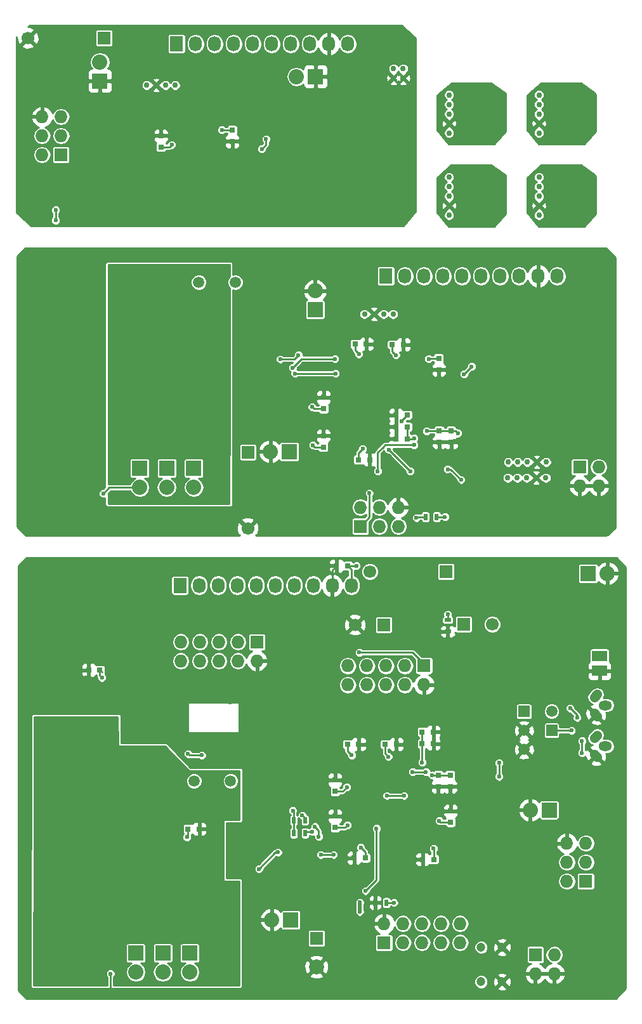
<source format=gbr>
G04 #@! TF.FileFunction,Copper,L2,Bot,Signal*
%FSLAX46Y46*%
G04 Gerber Fmt 4.6, Leading zero omitted, Abs format (unit mm)*
G04 Created by KiCad (PCBNEW 4.0.2-stable) date 19/04/2016 11:25:51*
%MOMM*%
G01*
G04 APERTURE LIST*
%ADD10C,0.100000*%
%ADD11R,1.727200X2.032000*%
%ADD12O,1.727200X2.032000*%
%ADD13R,0.750000X0.800000*%
%ADD14R,0.800000X0.750000*%
%ADD15C,1.699260*%
%ADD16R,1.699260X1.699260*%
%ADD17R,1.727200X1.727200*%
%ADD18O,1.727200X1.727200*%
%ADD19C,0.762000*%
%ADD20R,2.032000X2.032000*%
%ADD21O,2.032000X2.032000*%
%ADD22R,0.500000X0.900000*%
%ADD23C,1.501140*%
%ADD24O,1.800860X1.300480*%
%ADD25C,1.300480*%
%ADD26C,1.500000*%
%ADD27R,1.500000X1.500000*%
%ADD28C,1.200000*%
%ADD29C,1.700000*%
%ADD30R,1.700000X1.700000*%
%ADD31R,0.900000X0.500000*%
%ADD32R,2.000000X1.400000*%
%ADD33C,1.998980*%
%ADD34C,0.600000*%
%ADD35C,0.250000*%
%ADD36C,0.254000*%
%ADD37C,0.508000*%
G04 APERTURE END LIST*
D10*
D11*
X77597000Y-87185500D03*
D12*
X80137000Y-87185500D03*
X82677000Y-87185500D03*
X85217000Y-87185500D03*
X87757000Y-87185500D03*
X90297000Y-87185500D03*
X92837000Y-87185500D03*
X95377000Y-87185500D03*
X97917000Y-87185500D03*
X100457000Y-87185500D03*
D13*
X86296500Y-107835000D03*
X86296500Y-109335000D03*
D14*
X78942500Y-108902500D03*
X80442500Y-108902500D03*
X78942500Y-107315000D03*
X80442500Y-107315000D03*
D13*
X84709000Y-107835000D03*
X84709000Y-109335000D03*
X84645500Y-98183000D03*
X84645500Y-99683000D03*
D14*
X78434500Y-96329500D03*
X79934500Y-96329500D03*
X73481500Y-96266000D03*
X74981500Y-96266000D03*
D13*
X69278500Y-104890000D03*
X69278500Y-103390000D03*
X69237000Y-110013000D03*
X69237000Y-108513000D03*
D14*
X73926000Y-111696500D03*
X75426000Y-111696500D03*
X80442500Y-105727500D03*
X78942500Y-105727500D03*
D15*
X59159140Y-120853720D03*
D16*
X59159140Y-110693720D03*
D17*
X103437000Y-112663000D03*
D18*
X105977000Y-112663000D03*
X103437000Y-115203000D03*
X105977000Y-115203000D03*
D17*
X74168000Y-120586500D03*
D18*
X74168000Y-118046500D03*
X76708000Y-120586500D03*
X76708000Y-118046500D03*
X79248000Y-120586500D03*
X79248000Y-118046500D03*
D19*
X93853000Y-114109500D03*
X98933000Y-114109500D03*
X97663000Y-114109500D03*
X96393000Y-114109500D03*
X95123000Y-114109500D03*
X93916500Y-112014000D03*
X98996500Y-112014000D03*
X97726500Y-112014000D03*
X96456500Y-112014000D03*
X95186500Y-112014000D03*
D20*
X68135500Y-91694000D03*
D21*
X68135500Y-89154000D03*
D20*
X51943000Y-112852200D03*
D21*
X51943000Y-115392200D03*
D20*
X48336200Y-112852200D03*
D21*
X48336200Y-115392200D03*
D20*
X44729400Y-112852200D03*
D21*
X44729400Y-115392200D03*
D19*
X74739500Y-92265500D03*
X76009500Y-92265500D03*
X77279500Y-92265500D03*
X78549500Y-92265500D03*
D22*
X82879500Y-119316500D03*
X84379500Y-119316500D03*
D23*
X57495440Y-88011000D03*
X52613560Y-88011000D03*
D20*
X64706500Y-110617000D03*
D21*
X62166500Y-110617000D03*
D15*
X29819080Y-55425340D03*
D16*
X39979080Y-55425340D03*
D13*
X47561500Y-69965000D03*
X47561500Y-68465000D03*
X57086500Y-67703000D03*
X57086500Y-69203000D03*
D17*
X34226500Y-70993000D03*
D18*
X31686500Y-70993000D03*
X34226500Y-68453000D03*
X31686500Y-68453000D03*
X34226500Y-65913000D03*
X31686500Y-65913000D03*
D19*
X45656500Y-61722000D03*
X46926500Y-61722000D03*
X48196500Y-61722000D03*
X49466500Y-61722000D03*
D20*
X68199000Y-60579000D03*
D21*
X65659000Y-60579000D03*
D11*
X49657000Y-56197500D03*
D12*
X52197000Y-56197500D03*
X54737000Y-56197500D03*
X57277000Y-56197500D03*
X59817000Y-56197500D03*
X62357000Y-56197500D03*
X64897000Y-56197500D03*
X67437000Y-56197500D03*
X69977000Y-56197500D03*
X72517000Y-56197500D03*
D19*
X78613000Y-59499500D03*
X79883000Y-59499500D03*
X78613000Y-60769500D03*
X79883000Y-60769500D03*
D20*
X39420800Y-61163200D03*
D21*
X39420800Y-58623200D03*
D19*
X86015500Y-73995000D03*
X86015500Y-79075000D03*
X86015500Y-77805000D03*
X86015500Y-76535000D03*
X86015500Y-75265000D03*
X98017000Y-63009500D03*
X98017000Y-68089500D03*
X98017000Y-66819500D03*
X98017000Y-65549500D03*
X98017000Y-64279500D03*
X98017000Y-73995000D03*
X98017000Y-79075000D03*
X98017000Y-77805000D03*
X98017000Y-76535000D03*
X98017000Y-75265000D03*
X86015500Y-63009500D03*
X86015500Y-68089500D03*
X86015500Y-66819500D03*
X86015500Y-65549500D03*
X86015500Y-64279500D03*
D17*
X82677000Y-139192000D03*
D18*
X82677000Y-141732000D03*
X80137000Y-139192000D03*
X80137000Y-141732000D03*
X77597000Y-139192000D03*
X77597000Y-141732000D03*
X75057000Y-139192000D03*
X75057000Y-141732000D03*
X72517000Y-139192000D03*
X72517000Y-141732000D03*
D14*
X82435000Y-148018500D03*
X83935000Y-148018500D03*
D17*
X60388500Y-136017000D03*
D18*
X60388500Y-138557000D03*
X57848500Y-136017000D03*
X57848500Y-138557000D03*
X55308500Y-136017000D03*
X55308500Y-138557000D03*
X52768500Y-136017000D03*
X52768500Y-138557000D03*
X50228500Y-136017000D03*
X50228500Y-138557000D03*
D24*
X106870500Y-149923500D03*
D25*
X105777411Y-148476589D02*
X105423589Y-148830411D01*
X105423589Y-151016589D02*
X105777411Y-151370411D01*
D26*
X56860440Y-154559000D03*
X51978560Y-154559000D03*
D14*
X82435000Y-149606000D03*
X83935000Y-149606000D03*
D13*
X86169500Y-153809000D03*
X86169500Y-155309000D03*
D14*
X51193000Y-160972500D03*
X52693000Y-160972500D03*
X71005000Y-125857000D03*
X72505000Y-125857000D03*
X37921500Y-139763500D03*
X39421500Y-139763500D03*
X77482000Y-149669500D03*
X78982000Y-149669500D03*
X72465500Y-149669500D03*
X73965500Y-149669500D03*
D13*
X70802500Y-155944000D03*
X70802500Y-154444000D03*
X70802500Y-160770000D03*
X70802500Y-159270000D03*
D14*
X74854500Y-164846000D03*
X73354500Y-164846000D03*
X83998500Y-165036500D03*
X82498500Y-165036500D03*
D13*
X86233000Y-160071500D03*
X86233000Y-158571500D03*
X84582000Y-153809000D03*
X84582000Y-155309000D03*
D17*
X97536000Y-177736500D03*
D18*
X100076000Y-177736500D03*
X97536000Y-180276500D03*
X100076000Y-180276500D03*
D17*
X104267000Y-167957500D03*
D18*
X101727000Y-167957500D03*
X104267000Y-165417500D03*
X101727000Y-165417500D03*
X104267000Y-162877500D03*
X101727000Y-162877500D03*
D17*
X77343000Y-176149000D03*
D18*
X77343000Y-173609000D03*
X79883000Y-176149000D03*
X79883000Y-173609000D03*
X82423000Y-176149000D03*
X82423000Y-173609000D03*
X84963000Y-176149000D03*
X84963000Y-173609000D03*
X87503000Y-176149000D03*
X87503000Y-173609000D03*
D11*
X50101500Y-128460500D03*
D12*
X52641500Y-128460500D03*
X55181500Y-128460500D03*
X57721500Y-128460500D03*
X60261500Y-128460500D03*
X62801500Y-128460500D03*
X65341500Y-128460500D03*
X67881500Y-128460500D03*
X70421500Y-128460500D03*
X72961500Y-128460500D03*
D22*
X76148500Y-170815000D03*
X77648500Y-170815000D03*
X65290000Y-159829500D03*
X66790000Y-159829500D03*
X65290000Y-161544000D03*
X66790000Y-161544000D03*
D27*
X96027240Y-145282920D03*
D26*
X96027240Y-147822920D03*
X96027240Y-150362920D03*
D27*
X99715320Y-147825460D03*
D26*
X99715320Y-145285460D03*
D20*
X51418000Y-177548500D03*
D21*
X51418000Y-180088500D03*
D20*
X47818000Y-177548500D03*
D21*
X47818000Y-180088500D03*
D20*
X44218000Y-177548500D03*
D21*
X44218000Y-180088500D03*
D28*
X93094000Y-181370000D03*
X90294000Y-181370000D03*
X93094000Y-176770000D03*
X90294000Y-176770000D03*
D24*
X106870500Y-144462500D03*
D25*
X105777411Y-143015589D02*
X105423589Y-143369411D01*
X105423589Y-145555589D02*
X105777411Y-145909411D01*
D29*
X75437480Y-126616460D03*
D16*
X85597480Y-126616460D03*
D29*
X91757500Y-133667500D03*
D30*
X87947500Y-133667500D03*
D29*
X73469500Y-133731000D03*
D30*
X77279500Y-133731000D03*
D31*
X85852000Y-134608000D03*
X85852000Y-133108000D03*
D20*
X104584500Y-126873000D03*
D21*
X107124500Y-126873000D03*
D20*
X99377500Y-158432500D03*
D21*
X96837500Y-158432500D03*
D32*
X106108500Y-137874500D03*
X106108500Y-139874500D03*
D20*
X64897000Y-173101000D03*
D21*
X62357000Y-173101000D03*
D33*
X68326000Y-179387500D03*
D30*
X68326000Y-175577500D03*
D34*
X77914500Y-108902500D03*
X71818500Y-114681000D03*
X65963800Y-117602000D03*
X65963800Y-115824000D03*
X59893200Y-106172000D03*
X66090800Y-106172000D03*
X64922400Y-107391200D03*
X64922400Y-108254800D03*
X60515500Y-85915500D03*
X57404000Y-101409500D03*
X42418000Y-85026500D03*
X41529000Y-85026500D03*
X59118500Y-94945200D03*
X93662500Y-99885500D03*
X92710000Y-116395500D03*
X93916500Y-118999000D03*
X91567000Y-115125500D03*
X67837000Y-108863000D03*
X87537000Y-104663000D03*
X67737000Y-103763000D03*
X37937000Y-85063000D03*
X37937000Y-86663000D03*
X99504500Y-118999000D03*
X97917000Y-118999000D03*
X95885000Y-119380000D03*
X86804500Y-114681000D03*
X84899500Y-120650000D03*
X74930000Y-97663000D03*
X79946500Y-97726500D03*
X83312000Y-99187000D03*
X87185500Y-109029500D03*
X65976500Y-99504500D03*
X75438000Y-110236000D03*
X43497500Y-69596000D03*
X49022000Y-68834000D03*
X41592500Y-63563500D03*
X36703000Y-62484000D03*
X44513500Y-54229000D03*
X43688000Y-54229000D03*
X45339000Y-54229000D03*
X42037000Y-54991000D03*
X66776600Y-68529200D03*
X43243500Y-77216000D03*
X40957500Y-76136500D03*
X39751000Y-73914000D03*
X35496500Y-77914500D03*
X34671000Y-77914500D03*
X32321500Y-75057000D03*
X55880000Y-68961000D03*
X51943000Y-78930500D03*
X52959000Y-77216000D03*
X46418500Y-77343000D03*
X63627000Y-77279500D03*
X51943000Y-60515500D03*
X36703000Y-77660500D03*
X40386000Y-77343000D03*
X93408500Y-76136500D03*
X90678000Y-73279000D03*
X105410000Y-65151000D03*
X102679500Y-62293500D03*
X105410000Y-76136500D03*
X102679500Y-73279000D03*
X93408500Y-65151000D03*
X90678000Y-62293500D03*
X90551000Y-155892500D03*
X43688000Y-149161500D03*
X76962000Y-127381000D03*
X80962500Y-131445000D03*
X79629000Y-131381500D03*
X56864250Y-144113250D03*
X96393000Y-139573000D03*
X94996000Y-130302000D03*
X94996000Y-127000000D03*
X99123500Y-133159500D03*
X57721500Y-167322500D03*
X59245500Y-161607500D03*
X44132500Y-146812000D03*
X43180000Y-146812000D03*
X90360500Y-135763000D03*
X37592000Y-140779500D03*
X90868500Y-145796000D03*
X93535500Y-148526500D03*
X92392500Y-142684500D03*
X97663000Y-154368500D03*
X70199250Y-173513750D03*
X107188000Y-130492500D03*
X81026000Y-135509000D03*
X79375000Y-135445500D03*
X90360500Y-132461000D03*
X85090000Y-148018500D03*
X83693000Y-155321000D03*
X105029000Y-174561500D03*
X101219000Y-174561500D03*
X91078750Y-174581250D03*
X83121500Y-130619500D03*
X81978500Y-127698500D03*
X103322900Y-155031700D03*
X73279000Y-163512500D03*
X71405750Y-173513750D03*
X75628500Y-167322500D03*
X78740000Y-169227500D03*
X98298000Y-174561500D03*
X67183000Y-169545000D03*
X107311900Y-154369700D03*
X105406900Y-156782700D03*
X40824000Y-180276500D03*
X62357000Y-161417000D03*
X72072500Y-169164000D03*
X72390000Y-154432000D03*
X73977500Y-151193500D03*
X78930500Y-151320500D03*
X72390000Y-159448500D03*
X84836000Y-159067500D03*
X83058000Y-163576000D03*
X69310250Y-173513750D03*
X85471000Y-119316500D03*
X79692500Y-106553000D03*
X83037000Y-107863000D03*
X67837000Y-109763000D03*
X67737000Y-104663000D03*
X73977500Y-97599500D03*
X78930500Y-97726500D03*
X83312000Y-98234500D03*
X87185500Y-108140500D03*
X74485500Y-110236000D03*
X49022000Y-69659500D03*
X55689500Y-67691000D03*
X33528000Y-79756000D03*
X33528000Y-78359000D03*
X39687500Y-140779500D03*
X74104500Y-172021500D03*
X74104500Y-170751500D03*
X80010000Y-156527500D03*
X77724000Y-156527500D03*
X74041000Y-137414000D03*
X73660000Y-125857000D03*
X82423000Y-152082500D03*
X83756500Y-153797000D03*
X81153000Y-153352500D03*
X82931000Y-153352500D03*
X65176400Y-158534100D03*
X72390000Y-155384500D03*
X73025000Y-151130000D03*
X77914500Y-151320500D03*
X72453500Y-160464500D03*
X84709000Y-159893000D03*
X83947000Y-163576000D03*
X74231500Y-163449000D03*
X81343500Y-108839000D03*
X85837000Y-112963000D03*
X87637000Y-114363000D03*
X92710000Y-152146000D03*
X92710000Y-153987500D03*
X102171500Y-144843500D03*
X103124000Y-146113500D03*
X102362000Y-147828000D03*
X103759000Y-149225000D03*
X103759000Y-150812500D03*
X55181500Y-105791000D03*
X53594000Y-90678000D03*
X49720500Y-86487000D03*
X44069000Y-88963500D03*
X43053000Y-88963500D03*
X45339000Y-91948000D03*
X45339000Y-95250000D03*
X45339000Y-98552000D03*
X45339000Y-101854000D03*
X45339000Y-108458000D03*
X45339000Y-105156000D03*
X54927500Y-172085000D03*
X51689000Y-156464000D03*
X50609500Y-156464000D03*
X43116500Y-152908000D03*
X43053000Y-152019000D03*
X45593000Y-156337000D03*
X45593000Y-159639000D03*
X45593000Y-162941000D03*
X45593000Y-166243000D03*
X45593000Y-172847000D03*
X45593000Y-169545000D03*
X51054000Y-162052000D03*
X76327000Y-160909000D03*
X74866500Y-169227500D03*
X78676500Y-170815000D03*
X39878000Y-116205000D03*
X89027000Y-99250500D03*
X88011000Y-100266500D03*
X61595000Y-68897500D03*
X61023500Y-70231000D03*
X53022500Y-151130000D03*
X51181000Y-150939500D03*
X70866000Y-100177600D03*
X65455800Y-100203000D03*
X70789800Y-98247200D03*
X65125600Y-99415600D03*
X63182500Y-164084000D03*
X60642500Y-166306500D03*
X63500000Y-98272600D03*
X65913000Y-97739200D03*
X70612000Y-164401500D03*
X68897500Y-164401500D03*
X75374500Y-116141500D03*
X80835500Y-113220500D03*
X77978000Y-110363000D03*
X81661000Y-119443500D03*
X76504800Y-113233200D03*
X81343500Y-109728000D03*
X66418000Y-159148500D03*
X67718000Y-161348500D03*
X68630800Y-161988500D03*
X68122800Y-160667700D03*
X85852000Y-132334000D03*
D35*
X77914500Y-108902500D02*
X78942500Y-108902500D01*
X69237000Y-108513000D02*
X68187000Y-108513000D01*
X68187000Y-108513000D02*
X67837000Y-108863000D01*
X69278500Y-103390000D02*
X68110000Y-103390000D01*
X68110000Y-103390000D02*
X67737000Y-103763000D01*
X74981500Y-97611500D02*
X74981500Y-96266000D01*
X74930000Y-97663000D02*
X74981500Y-97611500D01*
X79934500Y-97714500D02*
X79934500Y-96329500D01*
X79946500Y-97726500D02*
X79934500Y-97714500D01*
X84645500Y-99683000D02*
X83808000Y-99683000D01*
X83808000Y-99683000D02*
X83312000Y-99187000D01*
X84709000Y-109335000D02*
X86296500Y-109335000D01*
X86296500Y-109335000D02*
X86602000Y-109029500D01*
X86602000Y-109029500D02*
X87185500Y-109029500D01*
X75426000Y-110248000D02*
X75426000Y-111696500D01*
X75438000Y-110236000D02*
X75426000Y-110248000D01*
X47561500Y-68465000D02*
X48653000Y-68465000D01*
X48653000Y-68465000D02*
X49022000Y-68834000D01*
X57086500Y-69203000D02*
X56122000Y-69203000D01*
X56122000Y-69203000D02*
X55880000Y-68961000D01*
D36*
X56864250Y-144113250D02*
X56832500Y-144081500D01*
X37921500Y-139763500D02*
X37921500Y-140450000D01*
X37921500Y-140450000D02*
X37592000Y-140779500D01*
X83935000Y-148018500D02*
X85090000Y-148018500D01*
X83935000Y-148018500D02*
X83935000Y-149606000D01*
X71005000Y-125857000D02*
X70421500Y-126440500D01*
X70421500Y-126440500D02*
X70421500Y-128460500D01*
X84582000Y-155309000D02*
X83705000Y-155309000D01*
X83705000Y-155309000D02*
X83693000Y-155321000D01*
X91078750Y-174581250D02*
X91059000Y-174561500D01*
D37*
X71405750Y-173513750D02*
X71437500Y-173482000D01*
D36*
X40824000Y-180276500D02*
X40824000Y-182562500D01*
X72378000Y-154444000D02*
X70802500Y-154444000D01*
X72390000Y-154432000D02*
X72378000Y-154444000D01*
X73965500Y-151181500D02*
X73965500Y-149669500D01*
X73977500Y-151193500D02*
X73965500Y-151181500D01*
X78982000Y-151269000D02*
X78982000Y-149669500D01*
X78930500Y-151320500D02*
X78982000Y-151269000D01*
X72211500Y-159270000D02*
X70802500Y-159270000D01*
X72390000Y-159448500D02*
X72211500Y-159270000D01*
X85332000Y-158571500D02*
X86233000Y-158571500D01*
X84836000Y-159067500D02*
X85332000Y-158571500D01*
X82498500Y-164135500D02*
X82498500Y-165036500D01*
X83058000Y-163576000D02*
X82498500Y-164135500D01*
D35*
X84379500Y-119316500D02*
X85471000Y-119316500D01*
X80442500Y-105727500D02*
X79692500Y-106477500D01*
X79692500Y-106477500D02*
X79692500Y-106553000D01*
X100127500Y-87515000D02*
X100457000Y-87185500D01*
X84709000Y-107835000D02*
X83065000Y-107835000D01*
X83065000Y-107835000D02*
X83037000Y-107863000D01*
X69237000Y-110013000D02*
X68087000Y-110013000D01*
X68087000Y-110013000D02*
X67837000Y-109763000D01*
X69278500Y-104890000D02*
X67964000Y-104890000D01*
X67964000Y-104890000D02*
X67737000Y-104663000D01*
X73481500Y-96266000D02*
X73481500Y-97103500D01*
X73481500Y-97103500D02*
X73977500Y-97599500D01*
X78434500Y-96329500D02*
X78434500Y-97230500D01*
X78434500Y-97230500D02*
X78930500Y-97726500D01*
X83363500Y-98183000D02*
X84645500Y-98183000D01*
X83312000Y-98234500D02*
X83363500Y-98183000D01*
X86880000Y-107835000D02*
X86296500Y-107835000D01*
X87185500Y-108140500D02*
X86880000Y-107835000D01*
X86296500Y-108051600D02*
X86296500Y-107835000D01*
X86296500Y-107835000D02*
X84709000Y-107835000D01*
X73926000Y-111696500D02*
X73926000Y-110795500D01*
X73926000Y-110795500D02*
X74485500Y-110236000D01*
X47561500Y-69965000D02*
X48716500Y-69965000D01*
X48716500Y-69965000D02*
X49022000Y-69659500D01*
X57086500Y-67703000D02*
X55701500Y-67703000D01*
X55701500Y-67703000D02*
X55689500Y-67691000D01*
X33528000Y-79756000D02*
X33528000Y-78359000D01*
D36*
X39421500Y-139763500D02*
X39421500Y-140513500D01*
X39421500Y-140513500D02*
X39687500Y-140779500D01*
X39687500Y-140029500D02*
X39421500Y-139763500D01*
D37*
X74104500Y-170751500D02*
X74104500Y-172021500D01*
D36*
X77724000Y-156527500D02*
X80010000Y-156527500D01*
X82677000Y-139192000D02*
X82677000Y-138938000D01*
X82677000Y-138938000D02*
X81153000Y-137414000D01*
X81153000Y-137414000D02*
X74041000Y-137414000D01*
X73660000Y-125857000D02*
X72505000Y-125857000D01*
X82435000Y-149606000D02*
X82435000Y-152070500D01*
X82435000Y-152070500D02*
X82423000Y-152082500D01*
X82435000Y-148018500D02*
X82435000Y-149606000D01*
X72961500Y-128460500D02*
X72961500Y-126313500D01*
X72961500Y-126313500D02*
X72505000Y-125857000D01*
X83768500Y-153809000D02*
X84582000Y-153809000D01*
X83756500Y-153797000D02*
X83768500Y-153809000D01*
X81153000Y-153352500D02*
X82931000Y-153352500D01*
X84582000Y-153809000D02*
X86169500Y-153809000D01*
X65290000Y-159829500D02*
X65290000Y-158647700D01*
X65290000Y-158647700D02*
X65176400Y-158534100D01*
X65290000Y-159829500D02*
X65290000Y-161544000D01*
X70802500Y-155944000D02*
X71830500Y-155944000D01*
X71830500Y-155944000D02*
X72390000Y-155384500D01*
X72465500Y-149669500D02*
X72465500Y-150570500D01*
X72465500Y-150570500D02*
X73025000Y-151130000D01*
X77482000Y-149669500D02*
X77482000Y-150888000D01*
X77482000Y-150888000D02*
X77914500Y-151320500D01*
X70802500Y-160770000D02*
X72148000Y-160770000D01*
X72148000Y-160770000D02*
X72453500Y-160464500D01*
X86233000Y-160071500D02*
X84887500Y-160071500D01*
X84887500Y-160071500D02*
X84709000Y-159893000D01*
X83998500Y-163627500D02*
X83998500Y-165036500D01*
X83947000Y-163576000D02*
X83998500Y-163627500D01*
X74854500Y-164846000D02*
X74854500Y-164072000D01*
X74854500Y-164072000D02*
X74231500Y-163449000D01*
D35*
X81280000Y-108902500D02*
X80442500Y-108902500D01*
X81343500Y-108839000D02*
X81280000Y-108902500D01*
X80442500Y-107315000D02*
X80442500Y-108902500D01*
X86237000Y-112963000D02*
X85837000Y-112963000D01*
X87637000Y-114363000D02*
X86237000Y-112963000D01*
D36*
X92710000Y-153987500D02*
X92710000Y-152146000D01*
X103124000Y-146113500D02*
X103124000Y-145796000D01*
X102171500Y-144843500D02*
X103124000Y-145796000D01*
X102359460Y-147825460D02*
X99715320Y-147825460D01*
X102359460Y-147825460D02*
X102362000Y-147828000D01*
X103759000Y-150812500D02*
X103759000Y-149225000D01*
X51054000Y-162052000D02*
X51193000Y-161913000D01*
X51193000Y-161913000D02*
X51193000Y-160972500D01*
X76327000Y-160909000D02*
X76327000Y-167767000D01*
X76327000Y-167767000D02*
X74866500Y-169227500D01*
X78676500Y-170815000D02*
X77648500Y-170815000D01*
D35*
X40690800Y-115392200D02*
X44729400Y-115392200D01*
X39878000Y-116205000D02*
X40690800Y-115392200D01*
X88011000Y-100266500D02*
X89027000Y-99250500D01*
X61595000Y-69659500D02*
X61595000Y-68897500D01*
X61023500Y-70231000D02*
X61595000Y-69659500D01*
D36*
X53022500Y-151130000D02*
X51371500Y-151130000D01*
X51371500Y-151130000D02*
X51181000Y-150939500D01*
D35*
X65481200Y-100177600D02*
X70866000Y-100177600D01*
X65455800Y-100203000D02*
X65481200Y-100177600D01*
X66294000Y-98247200D02*
X70789800Y-98247200D01*
X65125600Y-99415600D02*
X66294000Y-98247200D01*
D36*
X62865000Y-164084000D02*
X63182500Y-164084000D01*
X60642500Y-166306500D02*
X62865000Y-164084000D01*
D35*
X65379600Y-98272600D02*
X63500000Y-98272600D01*
X65913000Y-97739200D02*
X65379600Y-98272600D01*
D36*
X68897500Y-164401500D02*
X70612000Y-164401500D01*
D35*
X75374500Y-119380000D02*
X74168000Y-120586500D01*
X75374500Y-116141500D02*
X75374500Y-119380000D01*
X77978000Y-110363000D02*
X80835500Y-113220500D01*
X82879500Y-119316500D02*
X81788000Y-119316500D01*
X81788000Y-119316500D02*
X81661000Y-119443500D01*
X77190600Y-110007400D02*
X77470000Y-109728000D01*
X76504800Y-113233200D02*
X76504800Y-110693200D01*
X76504800Y-110693200D02*
X77190600Y-110007400D01*
X77470000Y-109728000D02*
X81343500Y-109728000D01*
D36*
X66790000Y-159829500D02*
X66790000Y-159520500D01*
X66790000Y-159520500D02*
X66418000Y-159148500D01*
X66917000Y-159956500D02*
X66790000Y-159829500D01*
X66980500Y-160020000D02*
X66790000Y-159829500D01*
X66790000Y-161544000D02*
X66985500Y-161348500D01*
X66985500Y-161348500D02*
X67718000Y-161348500D01*
X68630800Y-161175700D02*
X68630800Y-161988500D01*
X68122800Y-160667700D02*
X68630800Y-161175700D01*
X85852000Y-132334000D02*
X85852000Y-133108000D01*
G36*
X108210000Y-84715606D02*
X108210000Y-120807132D01*
X107168226Y-121762092D01*
X106945726Y-121836000D01*
X60314060Y-121836000D01*
X60317544Y-121832516D01*
X60202832Y-121717804D01*
X60454093Y-121637578D01*
X60655490Y-121082353D01*
X60629081Y-120492321D01*
X60454093Y-120069862D01*
X60202830Y-119989635D01*
X59338745Y-120853720D01*
X59352888Y-120867863D01*
X59173283Y-121047468D01*
X59159140Y-121033325D01*
X59144998Y-121047468D01*
X58965393Y-120867863D01*
X58979535Y-120853720D01*
X58115450Y-119989635D01*
X57864187Y-120069862D01*
X57662790Y-120625087D01*
X57689199Y-121215119D01*
X57864187Y-121637578D01*
X58115448Y-121717804D01*
X58000736Y-121832516D01*
X58004220Y-121836000D01*
X29770273Y-121836000D01*
X29544746Y-121791140D01*
X28364000Y-120610394D01*
X28364000Y-119810030D01*
X58295055Y-119810030D01*
X59159140Y-120674115D01*
X60023225Y-119810030D01*
X59995405Y-119722900D01*
X72962837Y-119722900D01*
X72962837Y-121450100D01*
X72986196Y-121574244D01*
X73059565Y-121688262D01*
X73171513Y-121764753D01*
X73304400Y-121791663D01*
X75031600Y-121791663D01*
X75155744Y-121768304D01*
X75269762Y-121694935D01*
X75346253Y-121582987D01*
X75373163Y-121450100D01*
X75373163Y-120563018D01*
X75509400Y-120563018D01*
X75509400Y-120609982D01*
X75600638Y-121068666D01*
X75860462Y-121457520D01*
X76249316Y-121717344D01*
X76708000Y-121808582D01*
X77166684Y-121717344D01*
X77555538Y-121457520D01*
X77815362Y-121068666D01*
X77906600Y-120609982D01*
X77906600Y-120563018D01*
X77815362Y-120104334D01*
X77555538Y-119715480D01*
X77166684Y-119455656D01*
X76708000Y-119364418D01*
X76249316Y-119455656D01*
X75860462Y-119715480D01*
X75600638Y-120104334D01*
X75509400Y-120563018D01*
X75373163Y-120563018D01*
X75373163Y-120031875D01*
X75699769Y-119705269D01*
X75799485Y-119556035D01*
X75834500Y-119380000D01*
X75834500Y-118878665D01*
X75860462Y-118917520D01*
X76249316Y-119177344D01*
X76708000Y-119268582D01*
X77166684Y-119177344D01*
X77555538Y-118917520D01*
X77815362Y-118528666D01*
X77825904Y-118475666D01*
X78041179Y-118934990D01*
X78473053Y-119329188D01*
X78785136Y-119458449D01*
X78400462Y-119715480D01*
X78140638Y-120104334D01*
X78049400Y-120563018D01*
X78049400Y-120609982D01*
X78140638Y-121068666D01*
X78400462Y-121457520D01*
X78789316Y-121717344D01*
X79248000Y-121808582D01*
X79706684Y-121717344D01*
X80095538Y-121457520D01*
X80355362Y-121068666D01*
X80446600Y-120609982D01*
X80446600Y-120563018D01*
X80355362Y-120104334D01*
X80095538Y-119715480D01*
X79876697Y-119569255D01*
X81025890Y-119569255D01*
X81122360Y-119802728D01*
X81300832Y-119981513D01*
X81534137Y-120078389D01*
X81786755Y-120078610D01*
X82020228Y-119982140D01*
X82199013Y-119803668D01*
X82210294Y-119776500D01*
X82289819Y-119776500D01*
X82311296Y-119890644D01*
X82384665Y-120004662D01*
X82496613Y-120081153D01*
X82629500Y-120108063D01*
X83129500Y-120108063D01*
X83253644Y-120084704D01*
X83367662Y-120011335D01*
X83444153Y-119899387D01*
X83471063Y-119766500D01*
X83471063Y-118866500D01*
X83787937Y-118866500D01*
X83787937Y-119766500D01*
X83811296Y-119890644D01*
X83884665Y-120004662D01*
X83996613Y-120081153D01*
X84129500Y-120108063D01*
X84629500Y-120108063D01*
X84753644Y-120084704D01*
X84867662Y-120011335D01*
X84944153Y-119899387D01*
X84969038Y-119776500D01*
X85032956Y-119776500D01*
X85110832Y-119854513D01*
X85344137Y-119951389D01*
X85596755Y-119951610D01*
X85830228Y-119855140D01*
X86009013Y-119676668D01*
X86105889Y-119443363D01*
X86106110Y-119190745D01*
X86009640Y-118957272D01*
X85831168Y-118778487D01*
X85597863Y-118681611D01*
X85345245Y-118681390D01*
X85111772Y-118777860D01*
X85032994Y-118856500D01*
X84969181Y-118856500D01*
X84947704Y-118742356D01*
X84874335Y-118628338D01*
X84762387Y-118551847D01*
X84629500Y-118524937D01*
X84129500Y-118524937D01*
X84005356Y-118548296D01*
X83891338Y-118621665D01*
X83814847Y-118733613D01*
X83787937Y-118866500D01*
X83471063Y-118866500D01*
X83447704Y-118742356D01*
X83374335Y-118628338D01*
X83262387Y-118551847D01*
X83129500Y-118524937D01*
X82629500Y-118524937D01*
X82505356Y-118548296D01*
X82391338Y-118621665D01*
X82314847Y-118733613D01*
X82289962Y-118856500D01*
X81903193Y-118856500D01*
X81787863Y-118808611D01*
X81535245Y-118808390D01*
X81301772Y-118904860D01*
X81122987Y-119083332D01*
X81026111Y-119316637D01*
X81025890Y-119569255D01*
X79876697Y-119569255D01*
X79710864Y-119458449D01*
X80022947Y-119329188D01*
X80454821Y-118934990D01*
X80702968Y-118405527D01*
X80582469Y-118173500D01*
X79375000Y-118173500D01*
X79375000Y-118193500D01*
X79121000Y-118193500D01*
X79121000Y-118173500D01*
X79101000Y-118173500D01*
X79101000Y-117919500D01*
X79121000Y-117919500D01*
X79121000Y-116712683D01*
X79375000Y-116712683D01*
X79375000Y-117919500D01*
X80582469Y-117919500D01*
X80702968Y-117687473D01*
X80454821Y-117158010D01*
X80022947Y-116763812D01*
X79607026Y-116591542D01*
X79375000Y-116712683D01*
X79121000Y-116712683D01*
X78888974Y-116591542D01*
X78473053Y-116763812D01*
X78041179Y-117158010D01*
X77825904Y-117617334D01*
X77815362Y-117564334D01*
X77555538Y-117175480D01*
X77166684Y-116915656D01*
X76708000Y-116824418D01*
X76249316Y-116915656D01*
X75860462Y-117175480D01*
X75834500Y-117214335D01*
X75834500Y-116579544D01*
X75912513Y-116501668D01*
X76009389Y-116268363D01*
X76009610Y-116015745D01*
X75913140Y-115782272D01*
X75734668Y-115603487D01*
X75634819Y-115562026D01*
X101982042Y-115562026D01*
X102154312Y-115977947D01*
X102548510Y-116409821D01*
X103077973Y-116657968D01*
X103310000Y-116537469D01*
X103310000Y-115330000D01*
X103564000Y-115330000D01*
X103564000Y-116537469D01*
X103796027Y-116657968D01*
X104325490Y-116409821D01*
X104707000Y-115991848D01*
X105088510Y-116409821D01*
X105617973Y-116657968D01*
X105850000Y-116537469D01*
X105850000Y-115330000D01*
X106104000Y-115330000D01*
X106104000Y-116537469D01*
X106336027Y-116657968D01*
X106865490Y-116409821D01*
X107259688Y-115977947D01*
X107431958Y-115562026D01*
X107310817Y-115330000D01*
X106104000Y-115330000D01*
X105850000Y-115330000D01*
X103564000Y-115330000D01*
X103310000Y-115330000D01*
X102103183Y-115330000D01*
X101982042Y-115562026D01*
X75634819Y-115562026D01*
X75501363Y-115506611D01*
X75248745Y-115506390D01*
X75015272Y-115602860D01*
X74836487Y-115781332D01*
X74739611Y-116014637D01*
X74739390Y-116267255D01*
X74835860Y-116500728D01*
X74914500Y-116579506D01*
X74914500Y-117107969D01*
X74626684Y-116915656D01*
X74168000Y-116824418D01*
X73709316Y-116915656D01*
X73320462Y-117175480D01*
X73060638Y-117564334D01*
X72969400Y-118023018D01*
X72969400Y-118069982D01*
X73060638Y-118528666D01*
X73320462Y-118917520D01*
X73709316Y-119177344D01*
X74168000Y-119268582D01*
X74626684Y-119177344D01*
X74914500Y-118985031D01*
X74914500Y-119189462D01*
X74722625Y-119381337D01*
X73304400Y-119381337D01*
X73180256Y-119404696D01*
X73066238Y-119478065D01*
X72989747Y-119590013D01*
X72962837Y-119722900D01*
X59995405Y-119722900D01*
X59942998Y-119558767D01*
X59387773Y-119357370D01*
X58797741Y-119383779D01*
X58375282Y-119558767D01*
X58295055Y-119810030D01*
X28364000Y-119810030D01*
X28364000Y-116330755D01*
X39242890Y-116330755D01*
X39339360Y-116564228D01*
X39517832Y-116743013D01*
X39751137Y-116839889D01*
X40003755Y-116840110D01*
X40102000Y-116799516D01*
X40102000Y-117663000D01*
X40124910Y-117784758D01*
X40196869Y-117896586D01*
X40306666Y-117971607D01*
X40437000Y-117998000D01*
X56817000Y-117998000D01*
X56938758Y-117975090D01*
X57050586Y-117903131D01*
X57125607Y-117793334D01*
X57152000Y-117663000D01*
X57152000Y-111161764D01*
X57172000Y-111063000D01*
X57172000Y-109844090D01*
X57967947Y-109844090D01*
X57967947Y-111543350D01*
X57991306Y-111667494D01*
X58064675Y-111781512D01*
X58176623Y-111858003D01*
X58309510Y-111884913D01*
X60008770Y-111884913D01*
X60132914Y-111861554D01*
X60246932Y-111788185D01*
X60323423Y-111676237D01*
X60350333Y-111543350D01*
X60350333Y-110999946D01*
X60560517Y-110999946D01*
X60829312Y-111585379D01*
X61301682Y-112023385D01*
X61783556Y-112222975D01*
X62039500Y-112103836D01*
X62039500Y-110744000D01*
X60679133Y-110744000D01*
X60560517Y-110999946D01*
X60350333Y-110999946D01*
X60350333Y-110234054D01*
X60560517Y-110234054D01*
X60679133Y-110490000D01*
X62039500Y-110490000D01*
X62039500Y-109130164D01*
X62293500Y-109130164D01*
X62293500Y-110490000D01*
X62313500Y-110490000D01*
X62313500Y-110744000D01*
X62293500Y-110744000D01*
X62293500Y-112103836D01*
X62549444Y-112222975D01*
X63031318Y-112023385D01*
X63364297Y-111714630D01*
X63372296Y-111757144D01*
X63445665Y-111871162D01*
X63557613Y-111947653D01*
X63690500Y-111974563D01*
X65722500Y-111974563D01*
X65846644Y-111951204D01*
X65960662Y-111877835D01*
X66037153Y-111765887D01*
X66064063Y-111633000D01*
X66064063Y-111321500D01*
X73184437Y-111321500D01*
X73184437Y-112071500D01*
X73207796Y-112195644D01*
X73281165Y-112309662D01*
X73393113Y-112386153D01*
X73526000Y-112413063D01*
X74326000Y-112413063D01*
X74450144Y-112389704D01*
X74466204Y-112379369D01*
X74487673Y-112431199D01*
X74666302Y-112609827D01*
X74899691Y-112706500D01*
X75140250Y-112706500D01*
X75299000Y-112547750D01*
X75299000Y-111823500D01*
X75279000Y-111823500D01*
X75279000Y-111569500D01*
X75299000Y-111569500D01*
X75299000Y-110845250D01*
X75553000Y-110845250D01*
X75553000Y-111569500D01*
X75573000Y-111569500D01*
X75573000Y-111823500D01*
X75553000Y-111823500D01*
X75553000Y-112547750D01*
X75711750Y-112706500D01*
X75952309Y-112706500D01*
X76044800Y-112668189D01*
X76044800Y-112795156D01*
X75966787Y-112873032D01*
X75869911Y-113106337D01*
X75869690Y-113358955D01*
X75966160Y-113592428D01*
X76144632Y-113771213D01*
X76377937Y-113868089D01*
X76630555Y-113868310D01*
X76864028Y-113771840D01*
X77042813Y-113593368D01*
X77139689Y-113360063D01*
X77139910Y-113107445D01*
X77043440Y-112873972D01*
X76964800Y-112795194D01*
X76964800Y-110883738D01*
X77347829Y-110500709D01*
X77439360Y-110722228D01*
X77617832Y-110901013D01*
X77851137Y-110997889D01*
X77962448Y-110997986D01*
X80200486Y-113236024D01*
X80200390Y-113346255D01*
X80296860Y-113579728D01*
X80475332Y-113758513D01*
X80708637Y-113855389D01*
X80961255Y-113855610D01*
X81194728Y-113759140D01*
X81373513Y-113580668D01*
X81470389Y-113347363D01*
X81470610Y-113094745D01*
X81468135Y-113088755D01*
X85201890Y-113088755D01*
X85298360Y-113322228D01*
X85476832Y-113501013D01*
X85710137Y-113597889D01*
X85962755Y-113598110D01*
X86145898Y-113522436D01*
X87001986Y-114378524D01*
X87001890Y-114488755D01*
X87098360Y-114722228D01*
X87276832Y-114901013D01*
X87510137Y-114997889D01*
X87762755Y-114998110D01*
X87996228Y-114901640D01*
X88175013Y-114723168D01*
X88271889Y-114489863D01*
X88272097Y-114251296D01*
X93136876Y-114251296D01*
X93245651Y-114514551D01*
X93446889Y-114716141D01*
X93709954Y-114825375D01*
X93994796Y-114825624D01*
X94258051Y-114716849D01*
X94459641Y-114515611D01*
X94487935Y-114447472D01*
X94515651Y-114514551D01*
X94716889Y-114716141D01*
X94979954Y-114825375D01*
X95264796Y-114825624D01*
X95528051Y-114716849D01*
X95729641Y-114515611D01*
X95757935Y-114447472D01*
X95785651Y-114514551D01*
X95986889Y-114716141D01*
X96249954Y-114825375D01*
X96534796Y-114825624D01*
X96565326Y-114813009D01*
X97139096Y-114813009D01*
X97161448Y-115015891D01*
X97546488Y-115138832D01*
X97949265Y-115105065D01*
X98164552Y-115015891D01*
X98183492Y-114843974D01*
X101982042Y-114843974D01*
X102103183Y-115076000D01*
X103310000Y-115076000D01*
X103310000Y-115056000D01*
X103564000Y-115056000D01*
X103564000Y-115076000D01*
X105850000Y-115076000D01*
X105850000Y-115056000D01*
X106104000Y-115056000D01*
X106104000Y-115076000D01*
X107310817Y-115076000D01*
X107431958Y-114843974D01*
X107259688Y-114428053D01*
X106865490Y-113996179D01*
X106406166Y-113780904D01*
X106459166Y-113770362D01*
X106848020Y-113510538D01*
X107107844Y-113121684D01*
X107199082Y-112663000D01*
X107107844Y-112204316D01*
X106848020Y-111815462D01*
X106459166Y-111555638D01*
X106000482Y-111464400D01*
X105953518Y-111464400D01*
X105494834Y-111555638D01*
X105105980Y-111815462D01*
X104846156Y-112204316D01*
X104754918Y-112663000D01*
X104846156Y-113121684D01*
X105105980Y-113510538D01*
X105494834Y-113770362D01*
X105547834Y-113780904D01*
X105088510Y-113996179D01*
X104707000Y-114414152D01*
X104325490Y-113996179D01*
X104052347Y-113868163D01*
X104300600Y-113868163D01*
X104424744Y-113844804D01*
X104538762Y-113771435D01*
X104615253Y-113659487D01*
X104642163Y-113526600D01*
X104642163Y-111799400D01*
X104618804Y-111675256D01*
X104545435Y-111561238D01*
X104433487Y-111484747D01*
X104300600Y-111457837D01*
X102573400Y-111457837D01*
X102449256Y-111481196D01*
X102335238Y-111554565D01*
X102258747Y-111666513D01*
X102231837Y-111799400D01*
X102231837Y-113526600D01*
X102255196Y-113650744D01*
X102328565Y-113764762D01*
X102440513Y-113841253D01*
X102573400Y-113868163D01*
X102821653Y-113868163D01*
X102548510Y-113996179D01*
X102154312Y-114428053D01*
X101982042Y-114843974D01*
X98183492Y-114843974D01*
X98186904Y-114813009D01*
X97663000Y-114289105D01*
X97139096Y-114813009D01*
X96565326Y-114813009D01*
X96798051Y-114716849D01*
X96889380Y-114625680D01*
X96959491Y-114633404D01*
X97483395Y-114109500D01*
X97842605Y-114109500D01*
X98366509Y-114633404D01*
X98436589Y-114625683D01*
X98526889Y-114716141D01*
X98789954Y-114825375D01*
X99074796Y-114825624D01*
X99338051Y-114716849D01*
X99539641Y-114515611D01*
X99648875Y-114252546D01*
X99649124Y-113967704D01*
X99540349Y-113704449D01*
X99339111Y-113502859D01*
X99076046Y-113393625D01*
X98791204Y-113393376D01*
X98527949Y-113502151D01*
X98436620Y-113593320D01*
X98366509Y-113585596D01*
X97842605Y-114109500D01*
X97483395Y-114109500D01*
X96959491Y-113585596D01*
X96889411Y-113593317D01*
X96799111Y-113502859D01*
X96565827Y-113405991D01*
X97139096Y-113405991D01*
X97663000Y-113929895D01*
X98186904Y-113405991D01*
X98164552Y-113203109D01*
X97779512Y-113080168D01*
X97376735Y-113113935D01*
X97161448Y-113203109D01*
X97139096Y-113405991D01*
X96565827Y-113405991D01*
X96536046Y-113393625D01*
X96251204Y-113393376D01*
X95987949Y-113502151D01*
X95786359Y-113703389D01*
X95758065Y-113771528D01*
X95730349Y-113704449D01*
X95529111Y-113502859D01*
X95266046Y-113393625D01*
X94981204Y-113393376D01*
X94717949Y-113502151D01*
X94516359Y-113703389D01*
X94488065Y-113771528D01*
X94460349Y-113704449D01*
X94259111Y-113502859D01*
X93996046Y-113393625D01*
X93711204Y-113393376D01*
X93447949Y-113502151D01*
X93246359Y-113703389D01*
X93137125Y-113966454D01*
X93136876Y-114251296D01*
X88272097Y-114251296D01*
X88272110Y-114237245D01*
X88175640Y-114003772D01*
X87997168Y-113824987D01*
X87763863Y-113728111D01*
X87652552Y-113728014D01*
X86562269Y-112637731D01*
X86413035Y-112538015D01*
X86284470Y-112512442D01*
X86197168Y-112424987D01*
X85963863Y-112328111D01*
X85711245Y-112327890D01*
X85477772Y-112424360D01*
X85298987Y-112602832D01*
X85202111Y-112836137D01*
X85201890Y-113088755D01*
X81468135Y-113088755D01*
X81374140Y-112861272D01*
X81195668Y-112682487D01*
X80962363Y-112585611D01*
X80851052Y-112585514D01*
X80421334Y-112155796D01*
X93200376Y-112155796D01*
X93309151Y-112419051D01*
X93510389Y-112620641D01*
X93773454Y-112729875D01*
X94058296Y-112730124D01*
X94321551Y-112621349D01*
X94523141Y-112420111D01*
X94551435Y-112351972D01*
X94579151Y-112419051D01*
X94780389Y-112620641D01*
X95043454Y-112729875D01*
X95328296Y-112730124D01*
X95591551Y-112621349D01*
X95793141Y-112420111D01*
X95821435Y-112351972D01*
X95849151Y-112419051D01*
X96050389Y-112620641D01*
X96313454Y-112729875D01*
X96598296Y-112730124D01*
X96628826Y-112717509D01*
X97202596Y-112717509D01*
X97224948Y-112920391D01*
X97609988Y-113043332D01*
X98012765Y-113009565D01*
X98228052Y-112920391D01*
X98250404Y-112717509D01*
X97726500Y-112193605D01*
X97202596Y-112717509D01*
X96628826Y-112717509D01*
X96861551Y-112621349D01*
X96952880Y-112530180D01*
X97022991Y-112537904D01*
X97546895Y-112014000D01*
X97906105Y-112014000D01*
X98430009Y-112537904D01*
X98500089Y-112530183D01*
X98590389Y-112620641D01*
X98853454Y-112729875D01*
X99138296Y-112730124D01*
X99401551Y-112621349D01*
X99603141Y-112420111D01*
X99712375Y-112157046D01*
X99712624Y-111872204D01*
X99603849Y-111608949D01*
X99402611Y-111407359D01*
X99139546Y-111298125D01*
X98854704Y-111297876D01*
X98591449Y-111406651D01*
X98500120Y-111497820D01*
X98430009Y-111490096D01*
X97906105Y-112014000D01*
X97546895Y-112014000D01*
X97022991Y-111490096D01*
X96952911Y-111497817D01*
X96862611Y-111407359D01*
X96629327Y-111310491D01*
X97202596Y-111310491D01*
X97726500Y-111834395D01*
X98250404Y-111310491D01*
X98228052Y-111107609D01*
X97843012Y-110984668D01*
X97440235Y-111018435D01*
X97224948Y-111107609D01*
X97202596Y-111310491D01*
X96629327Y-111310491D01*
X96599546Y-111298125D01*
X96314704Y-111297876D01*
X96051449Y-111406651D01*
X95849859Y-111607889D01*
X95821565Y-111676028D01*
X95793849Y-111608949D01*
X95592611Y-111407359D01*
X95329546Y-111298125D01*
X95044704Y-111297876D01*
X94781449Y-111406651D01*
X94579859Y-111607889D01*
X94551565Y-111676028D01*
X94523849Y-111608949D01*
X94322611Y-111407359D01*
X94059546Y-111298125D01*
X93774704Y-111297876D01*
X93511449Y-111406651D01*
X93309859Y-111607889D01*
X93200625Y-111870954D01*
X93200376Y-112155796D01*
X80421334Y-112155796D01*
X78613014Y-110347476D01*
X78613110Y-110237245D01*
X78592762Y-110188000D01*
X80905456Y-110188000D01*
X80983332Y-110266013D01*
X81216637Y-110362889D01*
X81469255Y-110363110D01*
X81702728Y-110266640D01*
X81881513Y-110088168D01*
X81978389Y-109854863D01*
X81978593Y-109620750D01*
X83699000Y-109620750D01*
X83699000Y-109861309D01*
X83795673Y-110094698D01*
X83974301Y-110273327D01*
X84207690Y-110370000D01*
X84423250Y-110370000D01*
X84582000Y-110211250D01*
X84582000Y-109462000D01*
X84836000Y-109462000D01*
X84836000Y-110211250D01*
X84994750Y-110370000D01*
X85210310Y-110370000D01*
X85443699Y-110273327D01*
X85502750Y-110214276D01*
X85561801Y-110273327D01*
X85795190Y-110370000D01*
X86010750Y-110370000D01*
X86169500Y-110211250D01*
X86169500Y-109462000D01*
X86423500Y-109462000D01*
X86423500Y-110211250D01*
X86582250Y-110370000D01*
X86797810Y-110370000D01*
X87031199Y-110273327D01*
X87209827Y-110094698D01*
X87306500Y-109861309D01*
X87306500Y-109620750D01*
X87147750Y-109462000D01*
X86423500Y-109462000D01*
X86169500Y-109462000D01*
X84836000Y-109462000D01*
X84582000Y-109462000D01*
X83857750Y-109462000D01*
X83699000Y-109620750D01*
X81978593Y-109620750D01*
X81978610Y-109602245D01*
X81882140Y-109368772D01*
X81797025Y-109283508D01*
X81881513Y-109199168D01*
X81978389Y-108965863D01*
X81978610Y-108713245D01*
X81882140Y-108479772D01*
X81703668Y-108300987D01*
X81470363Y-108204111D01*
X81217745Y-108203890D01*
X81058549Y-108269669D01*
X80975387Y-108212847D01*
X80902500Y-108198087D01*
X80902500Y-108020273D01*
X80966644Y-108008204D01*
X80996868Y-107988755D01*
X82401890Y-107988755D01*
X82498360Y-108222228D01*
X82676832Y-108401013D01*
X82910137Y-108497889D01*
X83162755Y-108498110D01*
X83396228Y-108401640D01*
X83503055Y-108295000D01*
X84003727Y-108295000D01*
X84015796Y-108359144D01*
X84026131Y-108375204D01*
X83974301Y-108396673D01*
X83795673Y-108575302D01*
X83699000Y-108808691D01*
X83699000Y-109049250D01*
X83857750Y-109208000D01*
X84582000Y-109208000D01*
X84582000Y-109188000D01*
X84836000Y-109188000D01*
X84836000Y-109208000D01*
X86169500Y-109208000D01*
X86169500Y-109188000D01*
X86423500Y-109188000D01*
X86423500Y-109208000D01*
X87147750Y-109208000D01*
X87306500Y-109049250D01*
X87306500Y-108808691D01*
X87292791Y-108775594D01*
X87311255Y-108775610D01*
X87544728Y-108679140D01*
X87723513Y-108500668D01*
X87820389Y-108267363D01*
X87820610Y-108014745D01*
X87724140Y-107781272D01*
X87545668Y-107602487D01*
X87312363Y-107505611D01*
X87198955Y-107505512D01*
X87056035Y-107410015D01*
X87006508Y-107400164D01*
X86989704Y-107310856D01*
X86916335Y-107196838D01*
X86804387Y-107120347D01*
X86671500Y-107093437D01*
X85921500Y-107093437D01*
X85797356Y-107116796D01*
X85683338Y-107190165D01*
X85606847Y-107302113D01*
X85592087Y-107375000D01*
X85414273Y-107375000D01*
X85402204Y-107310856D01*
X85328835Y-107196838D01*
X85216887Y-107120347D01*
X85084000Y-107093437D01*
X84334000Y-107093437D01*
X84209856Y-107116796D01*
X84095838Y-107190165D01*
X84019347Y-107302113D01*
X84004587Y-107375000D01*
X83447093Y-107375000D01*
X83397168Y-107324987D01*
X83163863Y-107228111D01*
X82911245Y-107227890D01*
X82677772Y-107324360D01*
X82498987Y-107502832D01*
X82402111Y-107736137D01*
X82401890Y-107988755D01*
X80996868Y-107988755D01*
X81080662Y-107934835D01*
X81157153Y-107822887D01*
X81184063Y-107690000D01*
X81184063Y-106940000D01*
X81160704Y-106815856D01*
X81087335Y-106701838D01*
X80975387Y-106625347D01*
X80842500Y-106598437D01*
X80327460Y-106598437D01*
X80327552Y-106492986D01*
X80376475Y-106444063D01*
X80842500Y-106444063D01*
X80966644Y-106420704D01*
X81080662Y-106347335D01*
X81157153Y-106235387D01*
X81184063Y-106102500D01*
X81184063Y-105352500D01*
X81160704Y-105228356D01*
X81087335Y-105114338D01*
X80975387Y-105037847D01*
X80842500Y-105010937D01*
X80042500Y-105010937D01*
X79918356Y-105034296D01*
X79902296Y-105044631D01*
X79880827Y-104992801D01*
X79702198Y-104814173D01*
X79468809Y-104717500D01*
X79228250Y-104717500D01*
X79069500Y-104876250D01*
X79069500Y-105600500D01*
X79089500Y-105600500D01*
X79089500Y-105854500D01*
X79069500Y-105854500D01*
X79069500Y-106397505D01*
X79057611Y-106426137D01*
X79057390Y-106678755D01*
X79069500Y-106708063D01*
X79069500Y-107188000D01*
X79089500Y-107188000D01*
X79089500Y-107442000D01*
X79069500Y-107442000D01*
X79069500Y-108775500D01*
X79089500Y-108775500D01*
X79089500Y-109029500D01*
X79069500Y-109029500D01*
X79069500Y-109049500D01*
X78815500Y-109049500D01*
X78815500Y-109029500D01*
X78066250Y-109029500D01*
X77907500Y-109188250D01*
X77907500Y-109268000D01*
X77470000Y-109268000D01*
X77293966Y-109303015D01*
X77195554Y-109368772D01*
X77144731Y-109402731D01*
X76179531Y-110367931D01*
X76079815Y-110517165D01*
X76079815Y-110517166D01*
X76044800Y-110693200D01*
X76044800Y-110724811D01*
X75952309Y-110686500D01*
X75711750Y-110686500D01*
X75553000Y-110845250D01*
X75299000Y-110845250D01*
X75140250Y-110686500D01*
X74933023Y-110686500D01*
X75023513Y-110596168D01*
X75120389Y-110362863D01*
X75120610Y-110110245D01*
X75024140Y-109876772D01*
X74845668Y-109697987D01*
X74612363Y-109601111D01*
X74359745Y-109600890D01*
X74126272Y-109697360D01*
X73947487Y-109875832D01*
X73850611Y-110109137D01*
X73850514Y-110220448D01*
X73600731Y-110470231D01*
X73501015Y-110619465D01*
X73480388Y-110723168D01*
X73466000Y-110795500D01*
X73466000Y-110991227D01*
X73401856Y-111003296D01*
X73287838Y-111076665D01*
X73211347Y-111188613D01*
X73184437Y-111321500D01*
X66064063Y-111321500D01*
X66064063Y-109888755D01*
X67201890Y-109888755D01*
X67298360Y-110122228D01*
X67476832Y-110301013D01*
X67710137Y-110397889D01*
X67851143Y-110398012D01*
X67910966Y-110437985D01*
X68087000Y-110473000D01*
X68531727Y-110473000D01*
X68543796Y-110537144D01*
X68617165Y-110651162D01*
X68729113Y-110727653D01*
X68862000Y-110754563D01*
X69612000Y-110754563D01*
X69736144Y-110731204D01*
X69850162Y-110657835D01*
X69926653Y-110545887D01*
X69953563Y-110413000D01*
X69953563Y-109613000D01*
X69930204Y-109488856D01*
X69919869Y-109472796D01*
X69971699Y-109451327D01*
X70150327Y-109272698D01*
X70247000Y-109039309D01*
X70247000Y-108798750D01*
X70088250Y-108640000D01*
X69364000Y-108640000D01*
X69364000Y-108660000D01*
X69110000Y-108660000D01*
X69110000Y-108640000D01*
X68385750Y-108640000D01*
X68227000Y-108798750D01*
X68227000Y-109039309D01*
X68323673Y-109272698D01*
X68502301Y-109451327D01*
X68552740Y-109472220D01*
X68547347Y-109480113D01*
X68532587Y-109553000D01*
X68437300Y-109553000D01*
X68375640Y-109403772D01*
X68197168Y-109224987D01*
X67963863Y-109128111D01*
X67711245Y-109127890D01*
X67477772Y-109224360D01*
X67298987Y-109402832D01*
X67202111Y-109636137D01*
X67201890Y-109888755D01*
X66064063Y-109888755D01*
X66064063Y-109601000D01*
X66040704Y-109476856D01*
X65967335Y-109362838D01*
X65855387Y-109286347D01*
X65722500Y-109259437D01*
X63690500Y-109259437D01*
X63566356Y-109282796D01*
X63452338Y-109356165D01*
X63375847Y-109468113D01*
X63365282Y-109520284D01*
X63031318Y-109210615D01*
X62549444Y-109011025D01*
X62293500Y-109130164D01*
X62039500Y-109130164D01*
X61783556Y-109011025D01*
X61301682Y-109210615D01*
X60829312Y-109648621D01*
X60560517Y-110234054D01*
X60350333Y-110234054D01*
X60350333Y-109844090D01*
X60326974Y-109719946D01*
X60253605Y-109605928D01*
X60141657Y-109529437D01*
X60008770Y-109502527D01*
X58309510Y-109502527D01*
X58185366Y-109525886D01*
X58071348Y-109599255D01*
X57994857Y-109711203D01*
X57967947Y-109844090D01*
X57172000Y-109844090D01*
X57172000Y-107986691D01*
X68227000Y-107986691D01*
X68227000Y-108227250D01*
X68385750Y-108386000D01*
X69110000Y-108386000D01*
X69110000Y-107636750D01*
X69364000Y-107636750D01*
X69364000Y-108386000D01*
X70088250Y-108386000D01*
X70247000Y-108227250D01*
X70247000Y-107986691D01*
X70150327Y-107753302D01*
X69997776Y-107600750D01*
X77907500Y-107600750D01*
X77907500Y-107816310D01*
X78004173Y-108049699D01*
X78063224Y-108108750D01*
X78004173Y-108167801D01*
X77907500Y-108401190D01*
X77907500Y-108616750D01*
X78066250Y-108775500D01*
X78815500Y-108775500D01*
X78815500Y-107442000D01*
X78066250Y-107442000D01*
X77907500Y-107600750D01*
X69997776Y-107600750D01*
X69971699Y-107574673D01*
X69738310Y-107478000D01*
X69522750Y-107478000D01*
X69364000Y-107636750D01*
X69110000Y-107636750D01*
X68951250Y-107478000D01*
X68735690Y-107478000D01*
X68502301Y-107574673D01*
X68323673Y-107753302D01*
X68227000Y-107986691D01*
X57172000Y-107986691D01*
X57172000Y-106013250D01*
X77907500Y-106013250D01*
X77907500Y-106228810D01*
X78004173Y-106462199D01*
X78063224Y-106521250D01*
X78004173Y-106580301D01*
X77907500Y-106813690D01*
X77907500Y-107029250D01*
X78066250Y-107188000D01*
X78815500Y-107188000D01*
X78815500Y-105854500D01*
X78066250Y-105854500D01*
X77907500Y-106013250D01*
X57172000Y-106013250D01*
X57172000Y-104788755D01*
X67101890Y-104788755D01*
X67198360Y-105022228D01*
X67376832Y-105201013D01*
X67610137Y-105297889D01*
X67762580Y-105298022D01*
X67787966Y-105314985D01*
X67964000Y-105350000D01*
X68573227Y-105350000D01*
X68585296Y-105414144D01*
X68658665Y-105528162D01*
X68770613Y-105604653D01*
X68903500Y-105631563D01*
X69653500Y-105631563D01*
X69777644Y-105608204D01*
X69891662Y-105534835D01*
X69968153Y-105422887D01*
X69995063Y-105290000D01*
X69995063Y-105226190D01*
X77907500Y-105226190D01*
X77907500Y-105441750D01*
X78066250Y-105600500D01*
X78815500Y-105600500D01*
X78815500Y-104876250D01*
X78656750Y-104717500D01*
X78416191Y-104717500D01*
X78182802Y-104814173D01*
X78004173Y-104992801D01*
X77907500Y-105226190D01*
X69995063Y-105226190D01*
X69995063Y-104490000D01*
X69971704Y-104365856D01*
X69961369Y-104349796D01*
X70013199Y-104328327D01*
X70191827Y-104149698D01*
X70288500Y-103916309D01*
X70288500Y-103675750D01*
X70129750Y-103517000D01*
X69405500Y-103517000D01*
X69405500Y-103537000D01*
X69151500Y-103537000D01*
X69151500Y-103517000D01*
X68427250Y-103517000D01*
X68268500Y-103675750D01*
X68268500Y-103916309D01*
X68365173Y-104149698D01*
X68543801Y-104328327D01*
X68594240Y-104349220D01*
X68588847Y-104357113D01*
X68574087Y-104430000D01*
X68327797Y-104430000D01*
X68275640Y-104303772D01*
X68097168Y-104124987D01*
X67863863Y-104028111D01*
X67611245Y-104027890D01*
X67377772Y-104124360D01*
X67198987Y-104302832D01*
X67102111Y-104536137D01*
X67101890Y-104788755D01*
X57172000Y-104788755D01*
X57172000Y-102863691D01*
X68268500Y-102863691D01*
X68268500Y-103104250D01*
X68427250Y-103263000D01*
X69151500Y-103263000D01*
X69151500Y-102513750D01*
X69405500Y-102513750D01*
X69405500Y-103263000D01*
X70129750Y-103263000D01*
X70288500Y-103104250D01*
X70288500Y-102863691D01*
X70191827Y-102630302D01*
X70013199Y-102451673D01*
X69779810Y-102355000D01*
X69564250Y-102355000D01*
X69405500Y-102513750D01*
X69151500Y-102513750D01*
X68992750Y-102355000D01*
X68777190Y-102355000D01*
X68543801Y-102451673D01*
X68365173Y-102630302D01*
X68268500Y-102863691D01*
X57172000Y-102863691D01*
X57172000Y-98398355D01*
X62864890Y-98398355D01*
X62961360Y-98631828D01*
X63139832Y-98810613D01*
X63373137Y-98907489D01*
X63625755Y-98907710D01*
X63859228Y-98811240D01*
X63938006Y-98732600D01*
X65158062Y-98732600D01*
X65110076Y-98780586D01*
X64999845Y-98780490D01*
X64766372Y-98876960D01*
X64587587Y-99055432D01*
X64490711Y-99288737D01*
X64490490Y-99541355D01*
X64586960Y-99774828D01*
X64765432Y-99953613D01*
X64856146Y-99991281D01*
X64820911Y-100076137D01*
X64820690Y-100328755D01*
X64917160Y-100562228D01*
X65095632Y-100741013D01*
X65328937Y-100837889D01*
X65581555Y-100838110D01*
X65815028Y-100741640D01*
X65919250Y-100637600D01*
X70427956Y-100637600D01*
X70505832Y-100715613D01*
X70739137Y-100812489D01*
X70991755Y-100812710D01*
X71225228Y-100716240D01*
X71404013Y-100537768D01*
X71500889Y-100304463D01*
X71501110Y-100051845D01*
X71466776Y-99968750D01*
X83635500Y-99968750D01*
X83635500Y-100209309D01*
X83732173Y-100442698D01*
X83910801Y-100621327D01*
X84144190Y-100718000D01*
X84359750Y-100718000D01*
X84518500Y-100559250D01*
X84518500Y-99810000D01*
X84772500Y-99810000D01*
X84772500Y-100559250D01*
X84931250Y-100718000D01*
X85146810Y-100718000D01*
X85380199Y-100621327D01*
X85558827Y-100442698D01*
X85579721Y-100392255D01*
X87375890Y-100392255D01*
X87472360Y-100625728D01*
X87650832Y-100804513D01*
X87884137Y-100901389D01*
X88136755Y-100901610D01*
X88370228Y-100805140D01*
X88549013Y-100626668D01*
X88645889Y-100393363D01*
X88645986Y-100282052D01*
X89042524Y-99885514D01*
X89152755Y-99885610D01*
X89386228Y-99789140D01*
X89565013Y-99610668D01*
X89661889Y-99377363D01*
X89662110Y-99124745D01*
X89565640Y-98891272D01*
X89387168Y-98712487D01*
X89153863Y-98615611D01*
X88901245Y-98615390D01*
X88667772Y-98711860D01*
X88488987Y-98890332D01*
X88392111Y-99123637D01*
X88392014Y-99234948D01*
X87995476Y-99631486D01*
X87885245Y-99631390D01*
X87651772Y-99727860D01*
X87472987Y-99906332D01*
X87376111Y-100139637D01*
X87375890Y-100392255D01*
X85579721Y-100392255D01*
X85655500Y-100209309D01*
X85655500Y-99968750D01*
X85496750Y-99810000D01*
X84772500Y-99810000D01*
X84518500Y-99810000D01*
X83794250Y-99810000D01*
X83635500Y-99968750D01*
X71466776Y-99968750D01*
X71404640Y-99818372D01*
X71226168Y-99639587D01*
X70992863Y-99542711D01*
X70740245Y-99542490D01*
X70506772Y-99638960D01*
X70427994Y-99717600D01*
X65868489Y-99717600D01*
X65815968Y-99664987D01*
X65725254Y-99627319D01*
X65760489Y-99542463D01*
X65760586Y-99431152D01*
X66484538Y-98707200D01*
X70351756Y-98707200D01*
X70429632Y-98785213D01*
X70662937Y-98882089D01*
X70915555Y-98882310D01*
X71149028Y-98785840D01*
X71327813Y-98607368D01*
X71424689Y-98374063D01*
X71424910Y-98121445D01*
X71328440Y-97887972D01*
X71149968Y-97709187D01*
X70916663Y-97612311D01*
X70664045Y-97612090D01*
X70430572Y-97708560D01*
X70351794Y-97787200D01*
X66547958Y-97787200D01*
X66548110Y-97613445D01*
X66451640Y-97379972D01*
X66273168Y-97201187D01*
X66039863Y-97104311D01*
X65787245Y-97104090D01*
X65553772Y-97200560D01*
X65374987Y-97379032D01*
X65278111Y-97612337D01*
X65278014Y-97723648D01*
X65189062Y-97812600D01*
X63938044Y-97812600D01*
X63860168Y-97734587D01*
X63626863Y-97637711D01*
X63374245Y-97637490D01*
X63140772Y-97733960D01*
X62961987Y-97912432D01*
X62865111Y-98145737D01*
X62864890Y-98398355D01*
X57172000Y-98398355D01*
X57172000Y-95891000D01*
X72739937Y-95891000D01*
X72739937Y-96641000D01*
X72763296Y-96765144D01*
X72836665Y-96879162D01*
X72948613Y-96955653D01*
X73021500Y-96970413D01*
X73021500Y-97103500D01*
X73056515Y-97279535D01*
X73156231Y-97428769D01*
X73342486Y-97615024D01*
X73342390Y-97725255D01*
X73438860Y-97958728D01*
X73617332Y-98137513D01*
X73850637Y-98234389D01*
X74103255Y-98234610D01*
X74336728Y-98138140D01*
X74515513Y-97959668D01*
X74612389Y-97726363D01*
X74612610Y-97473745D01*
X74530903Y-97276000D01*
X74695750Y-97276000D01*
X74854500Y-97117250D01*
X74854500Y-96393000D01*
X75108500Y-96393000D01*
X75108500Y-97117250D01*
X75267250Y-97276000D01*
X75507809Y-97276000D01*
X75741198Y-97179327D01*
X75919827Y-97000699D01*
X76016500Y-96767310D01*
X76016500Y-96551750D01*
X75857750Y-96393000D01*
X75108500Y-96393000D01*
X74854500Y-96393000D01*
X74834500Y-96393000D01*
X74834500Y-96139000D01*
X74854500Y-96139000D01*
X74854500Y-95414750D01*
X75108500Y-95414750D01*
X75108500Y-96139000D01*
X75857750Y-96139000D01*
X76016500Y-95980250D01*
X76016500Y-95954500D01*
X77692937Y-95954500D01*
X77692937Y-96704500D01*
X77716296Y-96828644D01*
X77789665Y-96942662D01*
X77901613Y-97019153D01*
X77974500Y-97033913D01*
X77974500Y-97230500D01*
X78009515Y-97406535D01*
X78109231Y-97555769D01*
X78295486Y-97742024D01*
X78295390Y-97852255D01*
X78391860Y-98085728D01*
X78570332Y-98264513D01*
X78803637Y-98361389D01*
X79056255Y-98361610D01*
X79059534Y-98360255D01*
X82676890Y-98360255D01*
X82773360Y-98593728D01*
X82951832Y-98772513D01*
X83185137Y-98869389D01*
X83437755Y-98869610D01*
X83671228Y-98773140D01*
X83801596Y-98643000D01*
X83940227Y-98643000D01*
X83952296Y-98707144D01*
X83962631Y-98723204D01*
X83910801Y-98744673D01*
X83732173Y-98923302D01*
X83635500Y-99156691D01*
X83635500Y-99397250D01*
X83794250Y-99556000D01*
X84518500Y-99556000D01*
X84518500Y-99536000D01*
X84772500Y-99536000D01*
X84772500Y-99556000D01*
X85496750Y-99556000D01*
X85655500Y-99397250D01*
X85655500Y-99156691D01*
X85558827Y-98923302D01*
X85380199Y-98744673D01*
X85329760Y-98723780D01*
X85335153Y-98715887D01*
X85362063Y-98583000D01*
X85362063Y-97783000D01*
X85338704Y-97658856D01*
X85265335Y-97544838D01*
X85153387Y-97468347D01*
X85020500Y-97441437D01*
X84270500Y-97441437D01*
X84146356Y-97464796D01*
X84032338Y-97538165D01*
X83955847Y-97650113D01*
X83941087Y-97723000D01*
X83698635Y-97723000D01*
X83672168Y-97696487D01*
X83438863Y-97599611D01*
X83186245Y-97599390D01*
X82952772Y-97695860D01*
X82773987Y-97874332D01*
X82677111Y-98107637D01*
X82676890Y-98360255D01*
X79059534Y-98360255D01*
X79289728Y-98265140D01*
X79468513Y-98086668D01*
X79565389Y-97853363D01*
X79565610Y-97600745D01*
X79469140Y-97367272D01*
X79441417Y-97339500D01*
X79648750Y-97339500D01*
X79807500Y-97180750D01*
X79807500Y-96456500D01*
X80061500Y-96456500D01*
X80061500Y-97180750D01*
X80220250Y-97339500D01*
X80460809Y-97339500D01*
X80694198Y-97242827D01*
X80872827Y-97064199D01*
X80969500Y-96830810D01*
X80969500Y-96615250D01*
X80810750Y-96456500D01*
X80061500Y-96456500D01*
X79807500Y-96456500D01*
X79787500Y-96456500D01*
X79787500Y-96202500D01*
X79807500Y-96202500D01*
X79807500Y-95478250D01*
X80061500Y-95478250D01*
X80061500Y-96202500D01*
X80810750Y-96202500D01*
X80969500Y-96043750D01*
X80969500Y-95828190D01*
X80872827Y-95594801D01*
X80694198Y-95416173D01*
X80460809Y-95319500D01*
X80220250Y-95319500D01*
X80061500Y-95478250D01*
X79807500Y-95478250D01*
X79648750Y-95319500D01*
X79408191Y-95319500D01*
X79174802Y-95416173D01*
X78996173Y-95594801D01*
X78975280Y-95645240D01*
X78967387Y-95639847D01*
X78834500Y-95612937D01*
X78034500Y-95612937D01*
X77910356Y-95636296D01*
X77796338Y-95709665D01*
X77719847Y-95821613D01*
X77692937Y-95954500D01*
X76016500Y-95954500D01*
X76016500Y-95764690D01*
X75919827Y-95531301D01*
X75741198Y-95352673D01*
X75507809Y-95256000D01*
X75267250Y-95256000D01*
X75108500Y-95414750D01*
X74854500Y-95414750D01*
X74695750Y-95256000D01*
X74455191Y-95256000D01*
X74221802Y-95352673D01*
X74043173Y-95531301D01*
X74022280Y-95581740D01*
X74014387Y-95576347D01*
X73881500Y-95549437D01*
X73081500Y-95549437D01*
X72957356Y-95572796D01*
X72843338Y-95646165D01*
X72766847Y-95758113D01*
X72739937Y-95891000D01*
X57172000Y-95891000D01*
X57172000Y-89536944D01*
X66529525Y-89536944D01*
X66729115Y-90018818D01*
X67037870Y-90351797D01*
X66995356Y-90359796D01*
X66881338Y-90433165D01*
X66804847Y-90545113D01*
X66777937Y-90678000D01*
X66777937Y-92710000D01*
X66801296Y-92834144D01*
X66874665Y-92948162D01*
X66986613Y-93024653D01*
X67119500Y-93051563D01*
X69151500Y-93051563D01*
X69275644Y-93028204D01*
X69389662Y-92954835D01*
X69466153Y-92842887D01*
X69493063Y-92710000D01*
X69493063Y-92407296D01*
X74023376Y-92407296D01*
X74132151Y-92670551D01*
X74333389Y-92872141D01*
X74596454Y-92981375D01*
X74881296Y-92981624D01*
X74911826Y-92969009D01*
X75485596Y-92969009D01*
X75507948Y-93171891D01*
X75892988Y-93294832D01*
X76295765Y-93261065D01*
X76511052Y-93171891D01*
X76533404Y-92969009D01*
X76009500Y-92445105D01*
X75485596Y-92969009D01*
X74911826Y-92969009D01*
X75144551Y-92872849D01*
X75235880Y-92781680D01*
X75305991Y-92789404D01*
X75829895Y-92265500D01*
X76189105Y-92265500D01*
X76713009Y-92789404D01*
X76783089Y-92781683D01*
X76873389Y-92872141D01*
X77136454Y-92981375D01*
X77421296Y-92981624D01*
X77684551Y-92872849D01*
X77886141Y-92671611D01*
X77914435Y-92603472D01*
X77942151Y-92670551D01*
X78143389Y-92872141D01*
X78406454Y-92981375D01*
X78691296Y-92981624D01*
X78954551Y-92872849D01*
X79156141Y-92671611D01*
X79265375Y-92408546D01*
X79265624Y-92123704D01*
X79156849Y-91860449D01*
X78955611Y-91658859D01*
X78692546Y-91549625D01*
X78407704Y-91549376D01*
X78144449Y-91658151D01*
X77942859Y-91859389D01*
X77914565Y-91927528D01*
X77886849Y-91860449D01*
X77685611Y-91658859D01*
X77422546Y-91549625D01*
X77137704Y-91549376D01*
X76874449Y-91658151D01*
X76783120Y-91749320D01*
X76713009Y-91741596D01*
X76189105Y-92265500D01*
X75829895Y-92265500D01*
X75305991Y-91741596D01*
X75235911Y-91749317D01*
X75145611Y-91658859D01*
X74912327Y-91561991D01*
X75485596Y-91561991D01*
X76009500Y-92085895D01*
X76533404Y-91561991D01*
X76511052Y-91359109D01*
X76126012Y-91236168D01*
X75723235Y-91269935D01*
X75507948Y-91359109D01*
X75485596Y-91561991D01*
X74912327Y-91561991D01*
X74882546Y-91549625D01*
X74597704Y-91549376D01*
X74334449Y-91658151D01*
X74132859Y-91859389D01*
X74023625Y-92122454D01*
X74023376Y-92407296D01*
X69493063Y-92407296D01*
X69493063Y-90678000D01*
X69469704Y-90553856D01*
X69396335Y-90439838D01*
X69284387Y-90363347D01*
X69232216Y-90352782D01*
X69541885Y-90018818D01*
X69741475Y-89536944D01*
X69622336Y-89281000D01*
X68262500Y-89281000D01*
X68262500Y-89301000D01*
X68008500Y-89301000D01*
X68008500Y-89281000D01*
X66648664Y-89281000D01*
X66529525Y-89536944D01*
X57172000Y-89536944D01*
X57172000Y-89052135D01*
X57278559Y-89096382D01*
X57710426Y-89096758D01*
X58109563Y-88931838D01*
X58270625Y-88771056D01*
X66529525Y-88771056D01*
X66648664Y-89027000D01*
X68008500Y-89027000D01*
X68008500Y-87666633D01*
X68262500Y-87666633D01*
X68262500Y-89027000D01*
X69622336Y-89027000D01*
X69741475Y-88771056D01*
X69541885Y-88289182D01*
X69103879Y-87816812D01*
X68518446Y-87548017D01*
X68262500Y-87666633D01*
X68008500Y-87666633D01*
X67752554Y-87548017D01*
X67167121Y-87816812D01*
X66729115Y-88289182D01*
X66529525Y-88771056D01*
X58270625Y-88771056D01*
X58415205Y-88626729D01*
X58580822Y-88227881D01*
X58581198Y-87796014D01*
X58416278Y-87396877D01*
X58111169Y-87091235D01*
X57712321Y-86925618D01*
X57280454Y-86925242D01*
X57172000Y-86970054D01*
X57172000Y-86169500D01*
X76391837Y-86169500D01*
X76391837Y-88201500D01*
X76415196Y-88325644D01*
X76488565Y-88439662D01*
X76600513Y-88516153D01*
X76733400Y-88543063D01*
X78460600Y-88543063D01*
X78584744Y-88519704D01*
X78698762Y-88446335D01*
X78775253Y-88334387D01*
X78802163Y-88201500D01*
X78802163Y-87006632D01*
X78938400Y-87006632D01*
X78938400Y-87364368D01*
X79029638Y-87823052D01*
X79289462Y-88211906D01*
X79678316Y-88471730D01*
X80137000Y-88562968D01*
X80595684Y-88471730D01*
X80984538Y-88211906D01*
X81244362Y-87823052D01*
X81335600Y-87364368D01*
X81335600Y-87006632D01*
X81478400Y-87006632D01*
X81478400Y-87364368D01*
X81569638Y-87823052D01*
X81829462Y-88211906D01*
X82218316Y-88471730D01*
X82677000Y-88562968D01*
X83135684Y-88471730D01*
X83524538Y-88211906D01*
X83784362Y-87823052D01*
X83875600Y-87364368D01*
X83875600Y-87006632D01*
X84018400Y-87006632D01*
X84018400Y-87364368D01*
X84109638Y-87823052D01*
X84369462Y-88211906D01*
X84758316Y-88471730D01*
X85217000Y-88562968D01*
X85675684Y-88471730D01*
X86064538Y-88211906D01*
X86324362Y-87823052D01*
X86415600Y-87364368D01*
X86415600Y-87006632D01*
X86558400Y-87006632D01*
X86558400Y-87364368D01*
X86649638Y-87823052D01*
X86909462Y-88211906D01*
X87298316Y-88471730D01*
X87757000Y-88562968D01*
X88215684Y-88471730D01*
X88604538Y-88211906D01*
X88864362Y-87823052D01*
X88955600Y-87364368D01*
X88955600Y-87006632D01*
X89098400Y-87006632D01*
X89098400Y-87364368D01*
X89189638Y-87823052D01*
X89449462Y-88211906D01*
X89838316Y-88471730D01*
X90297000Y-88562968D01*
X90755684Y-88471730D01*
X91144538Y-88211906D01*
X91404362Y-87823052D01*
X91495600Y-87364368D01*
X91495600Y-87006632D01*
X91638400Y-87006632D01*
X91638400Y-87364368D01*
X91729638Y-87823052D01*
X91989462Y-88211906D01*
X92378316Y-88471730D01*
X92837000Y-88562968D01*
X93295684Y-88471730D01*
X93684538Y-88211906D01*
X93944362Y-87823052D01*
X94035600Y-87364368D01*
X94035600Y-87006632D01*
X94178400Y-87006632D01*
X94178400Y-87364368D01*
X94269638Y-87823052D01*
X94529462Y-88211906D01*
X94918316Y-88471730D01*
X95377000Y-88562968D01*
X95835684Y-88471730D01*
X96224538Y-88211906D01*
X96484362Y-87823052D01*
X96500266Y-87743098D01*
X96625046Y-88099820D01*
X97014964Y-88536232D01*
X97542209Y-88790209D01*
X97557974Y-88792858D01*
X97790000Y-88671717D01*
X97790000Y-87312500D01*
X97770000Y-87312500D01*
X97770000Y-87058500D01*
X97790000Y-87058500D01*
X97790000Y-85699283D01*
X98044000Y-85699283D01*
X98044000Y-87058500D01*
X98064000Y-87058500D01*
X98064000Y-87312500D01*
X98044000Y-87312500D01*
X98044000Y-88671717D01*
X98276026Y-88792858D01*
X98291791Y-88790209D01*
X98819036Y-88536232D01*
X99208954Y-88099820D01*
X99333734Y-87743098D01*
X99349638Y-87823052D01*
X99609462Y-88211906D01*
X99998316Y-88471730D01*
X100457000Y-88562968D01*
X100915684Y-88471730D01*
X101304538Y-88211906D01*
X101564362Y-87823052D01*
X101655600Y-87364368D01*
X101655600Y-87006632D01*
X101564362Y-86547948D01*
X101304538Y-86159094D01*
X100915684Y-85899270D01*
X100457000Y-85808032D01*
X99998316Y-85899270D01*
X99609462Y-86159094D01*
X99349638Y-86547948D01*
X99333734Y-86627902D01*
X99208954Y-86271180D01*
X98819036Y-85834768D01*
X98291791Y-85580791D01*
X98276026Y-85578142D01*
X98044000Y-85699283D01*
X97790000Y-85699283D01*
X97557974Y-85578142D01*
X97542209Y-85580791D01*
X97014964Y-85834768D01*
X96625046Y-86271180D01*
X96500266Y-86627902D01*
X96484362Y-86547948D01*
X96224538Y-86159094D01*
X95835684Y-85899270D01*
X95377000Y-85808032D01*
X94918316Y-85899270D01*
X94529462Y-86159094D01*
X94269638Y-86547948D01*
X94178400Y-87006632D01*
X94035600Y-87006632D01*
X93944362Y-86547948D01*
X93684538Y-86159094D01*
X93295684Y-85899270D01*
X92837000Y-85808032D01*
X92378316Y-85899270D01*
X91989462Y-86159094D01*
X91729638Y-86547948D01*
X91638400Y-87006632D01*
X91495600Y-87006632D01*
X91404362Y-86547948D01*
X91144538Y-86159094D01*
X90755684Y-85899270D01*
X90297000Y-85808032D01*
X89838316Y-85899270D01*
X89449462Y-86159094D01*
X89189638Y-86547948D01*
X89098400Y-87006632D01*
X88955600Y-87006632D01*
X88864362Y-86547948D01*
X88604538Y-86159094D01*
X88215684Y-85899270D01*
X87757000Y-85808032D01*
X87298316Y-85899270D01*
X86909462Y-86159094D01*
X86649638Y-86547948D01*
X86558400Y-87006632D01*
X86415600Y-87006632D01*
X86324362Y-86547948D01*
X86064538Y-86159094D01*
X85675684Y-85899270D01*
X85217000Y-85808032D01*
X84758316Y-85899270D01*
X84369462Y-86159094D01*
X84109638Y-86547948D01*
X84018400Y-87006632D01*
X83875600Y-87006632D01*
X83784362Y-86547948D01*
X83524538Y-86159094D01*
X83135684Y-85899270D01*
X82677000Y-85808032D01*
X82218316Y-85899270D01*
X81829462Y-86159094D01*
X81569638Y-86547948D01*
X81478400Y-87006632D01*
X81335600Y-87006632D01*
X81244362Y-86547948D01*
X80984538Y-86159094D01*
X80595684Y-85899270D01*
X80137000Y-85808032D01*
X79678316Y-85899270D01*
X79289462Y-86159094D01*
X79029638Y-86547948D01*
X78938400Y-87006632D01*
X78802163Y-87006632D01*
X78802163Y-86169500D01*
X78778804Y-86045356D01*
X78705435Y-85931338D01*
X78593487Y-85854847D01*
X78460600Y-85827937D01*
X76733400Y-85827937D01*
X76609256Y-85851296D01*
X76495238Y-85924665D01*
X76418747Y-86036613D01*
X76391837Y-86169500D01*
X57172000Y-86169500D01*
X57172000Y-85563000D01*
X57149090Y-85441242D01*
X57077131Y-85329414D01*
X56967334Y-85254393D01*
X56837000Y-85228000D01*
X40437000Y-85228000D01*
X40315242Y-85250910D01*
X40203414Y-85322869D01*
X40128393Y-85432666D01*
X40102000Y-85563000D01*
X40102000Y-115330462D01*
X39862476Y-115569986D01*
X39752245Y-115569890D01*
X39518772Y-115666360D01*
X39339987Y-115844832D01*
X39243111Y-116078137D01*
X39242890Y-116330755D01*
X28364000Y-116330755D01*
X28364000Y-84518868D01*
X29485251Y-83491054D01*
X29490551Y-83490000D01*
X106984394Y-83490000D01*
X108210000Y-84715606D01*
X108210000Y-84715606D01*
G37*
X108210000Y-84715606D02*
X108210000Y-120807132D01*
X107168226Y-121762092D01*
X106945726Y-121836000D01*
X60314060Y-121836000D01*
X60317544Y-121832516D01*
X60202832Y-121717804D01*
X60454093Y-121637578D01*
X60655490Y-121082353D01*
X60629081Y-120492321D01*
X60454093Y-120069862D01*
X60202830Y-119989635D01*
X59338745Y-120853720D01*
X59352888Y-120867863D01*
X59173283Y-121047468D01*
X59159140Y-121033325D01*
X59144998Y-121047468D01*
X58965393Y-120867863D01*
X58979535Y-120853720D01*
X58115450Y-119989635D01*
X57864187Y-120069862D01*
X57662790Y-120625087D01*
X57689199Y-121215119D01*
X57864187Y-121637578D01*
X58115448Y-121717804D01*
X58000736Y-121832516D01*
X58004220Y-121836000D01*
X29770273Y-121836000D01*
X29544746Y-121791140D01*
X28364000Y-120610394D01*
X28364000Y-119810030D01*
X58295055Y-119810030D01*
X59159140Y-120674115D01*
X60023225Y-119810030D01*
X59995405Y-119722900D01*
X72962837Y-119722900D01*
X72962837Y-121450100D01*
X72986196Y-121574244D01*
X73059565Y-121688262D01*
X73171513Y-121764753D01*
X73304400Y-121791663D01*
X75031600Y-121791663D01*
X75155744Y-121768304D01*
X75269762Y-121694935D01*
X75346253Y-121582987D01*
X75373163Y-121450100D01*
X75373163Y-120563018D01*
X75509400Y-120563018D01*
X75509400Y-120609982D01*
X75600638Y-121068666D01*
X75860462Y-121457520D01*
X76249316Y-121717344D01*
X76708000Y-121808582D01*
X77166684Y-121717344D01*
X77555538Y-121457520D01*
X77815362Y-121068666D01*
X77906600Y-120609982D01*
X77906600Y-120563018D01*
X77815362Y-120104334D01*
X77555538Y-119715480D01*
X77166684Y-119455656D01*
X76708000Y-119364418D01*
X76249316Y-119455656D01*
X75860462Y-119715480D01*
X75600638Y-120104334D01*
X75509400Y-120563018D01*
X75373163Y-120563018D01*
X75373163Y-120031875D01*
X75699769Y-119705269D01*
X75799485Y-119556035D01*
X75834500Y-119380000D01*
X75834500Y-118878665D01*
X75860462Y-118917520D01*
X76249316Y-119177344D01*
X76708000Y-119268582D01*
X77166684Y-119177344D01*
X77555538Y-118917520D01*
X77815362Y-118528666D01*
X77825904Y-118475666D01*
X78041179Y-118934990D01*
X78473053Y-119329188D01*
X78785136Y-119458449D01*
X78400462Y-119715480D01*
X78140638Y-120104334D01*
X78049400Y-120563018D01*
X78049400Y-120609982D01*
X78140638Y-121068666D01*
X78400462Y-121457520D01*
X78789316Y-121717344D01*
X79248000Y-121808582D01*
X79706684Y-121717344D01*
X80095538Y-121457520D01*
X80355362Y-121068666D01*
X80446600Y-120609982D01*
X80446600Y-120563018D01*
X80355362Y-120104334D01*
X80095538Y-119715480D01*
X79876697Y-119569255D01*
X81025890Y-119569255D01*
X81122360Y-119802728D01*
X81300832Y-119981513D01*
X81534137Y-120078389D01*
X81786755Y-120078610D01*
X82020228Y-119982140D01*
X82199013Y-119803668D01*
X82210294Y-119776500D01*
X82289819Y-119776500D01*
X82311296Y-119890644D01*
X82384665Y-120004662D01*
X82496613Y-120081153D01*
X82629500Y-120108063D01*
X83129500Y-120108063D01*
X83253644Y-120084704D01*
X83367662Y-120011335D01*
X83444153Y-119899387D01*
X83471063Y-119766500D01*
X83471063Y-118866500D01*
X83787937Y-118866500D01*
X83787937Y-119766500D01*
X83811296Y-119890644D01*
X83884665Y-120004662D01*
X83996613Y-120081153D01*
X84129500Y-120108063D01*
X84629500Y-120108063D01*
X84753644Y-120084704D01*
X84867662Y-120011335D01*
X84944153Y-119899387D01*
X84969038Y-119776500D01*
X85032956Y-119776500D01*
X85110832Y-119854513D01*
X85344137Y-119951389D01*
X85596755Y-119951610D01*
X85830228Y-119855140D01*
X86009013Y-119676668D01*
X86105889Y-119443363D01*
X86106110Y-119190745D01*
X86009640Y-118957272D01*
X85831168Y-118778487D01*
X85597863Y-118681611D01*
X85345245Y-118681390D01*
X85111772Y-118777860D01*
X85032994Y-118856500D01*
X84969181Y-118856500D01*
X84947704Y-118742356D01*
X84874335Y-118628338D01*
X84762387Y-118551847D01*
X84629500Y-118524937D01*
X84129500Y-118524937D01*
X84005356Y-118548296D01*
X83891338Y-118621665D01*
X83814847Y-118733613D01*
X83787937Y-118866500D01*
X83471063Y-118866500D01*
X83447704Y-118742356D01*
X83374335Y-118628338D01*
X83262387Y-118551847D01*
X83129500Y-118524937D01*
X82629500Y-118524937D01*
X82505356Y-118548296D01*
X82391338Y-118621665D01*
X82314847Y-118733613D01*
X82289962Y-118856500D01*
X81903193Y-118856500D01*
X81787863Y-118808611D01*
X81535245Y-118808390D01*
X81301772Y-118904860D01*
X81122987Y-119083332D01*
X81026111Y-119316637D01*
X81025890Y-119569255D01*
X79876697Y-119569255D01*
X79710864Y-119458449D01*
X80022947Y-119329188D01*
X80454821Y-118934990D01*
X80702968Y-118405527D01*
X80582469Y-118173500D01*
X79375000Y-118173500D01*
X79375000Y-118193500D01*
X79121000Y-118193500D01*
X79121000Y-118173500D01*
X79101000Y-118173500D01*
X79101000Y-117919500D01*
X79121000Y-117919500D01*
X79121000Y-116712683D01*
X79375000Y-116712683D01*
X79375000Y-117919500D01*
X80582469Y-117919500D01*
X80702968Y-117687473D01*
X80454821Y-117158010D01*
X80022947Y-116763812D01*
X79607026Y-116591542D01*
X79375000Y-116712683D01*
X79121000Y-116712683D01*
X78888974Y-116591542D01*
X78473053Y-116763812D01*
X78041179Y-117158010D01*
X77825904Y-117617334D01*
X77815362Y-117564334D01*
X77555538Y-117175480D01*
X77166684Y-116915656D01*
X76708000Y-116824418D01*
X76249316Y-116915656D01*
X75860462Y-117175480D01*
X75834500Y-117214335D01*
X75834500Y-116579544D01*
X75912513Y-116501668D01*
X76009389Y-116268363D01*
X76009610Y-116015745D01*
X75913140Y-115782272D01*
X75734668Y-115603487D01*
X75634819Y-115562026D01*
X101982042Y-115562026D01*
X102154312Y-115977947D01*
X102548510Y-116409821D01*
X103077973Y-116657968D01*
X103310000Y-116537469D01*
X103310000Y-115330000D01*
X103564000Y-115330000D01*
X103564000Y-116537469D01*
X103796027Y-116657968D01*
X104325490Y-116409821D01*
X104707000Y-115991848D01*
X105088510Y-116409821D01*
X105617973Y-116657968D01*
X105850000Y-116537469D01*
X105850000Y-115330000D01*
X106104000Y-115330000D01*
X106104000Y-116537469D01*
X106336027Y-116657968D01*
X106865490Y-116409821D01*
X107259688Y-115977947D01*
X107431958Y-115562026D01*
X107310817Y-115330000D01*
X106104000Y-115330000D01*
X105850000Y-115330000D01*
X103564000Y-115330000D01*
X103310000Y-115330000D01*
X102103183Y-115330000D01*
X101982042Y-115562026D01*
X75634819Y-115562026D01*
X75501363Y-115506611D01*
X75248745Y-115506390D01*
X75015272Y-115602860D01*
X74836487Y-115781332D01*
X74739611Y-116014637D01*
X74739390Y-116267255D01*
X74835860Y-116500728D01*
X74914500Y-116579506D01*
X74914500Y-117107969D01*
X74626684Y-116915656D01*
X74168000Y-116824418D01*
X73709316Y-116915656D01*
X73320462Y-117175480D01*
X73060638Y-117564334D01*
X72969400Y-118023018D01*
X72969400Y-118069982D01*
X73060638Y-118528666D01*
X73320462Y-118917520D01*
X73709316Y-119177344D01*
X74168000Y-119268582D01*
X74626684Y-119177344D01*
X74914500Y-118985031D01*
X74914500Y-119189462D01*
X74722625Y-119381337D01*
X73304400Y-119381337D01*
X73180256Y-119404696D01*
X73066238Y-119478065D01*
X72989747Y-119590013D01*
X72962837Y-119722900D01*
X59995405Y-119722900D01*
X59942998Y-119558767D01*
X59387773Y-119357370D01*
X58797741Y-119383779D01*
X58375282Y-119558767D01*
X58295055Y-119810030D01*
X28364000Y-119810030D01*
X28364000Y-116330755D01*
X39242890Y-116330755D01*
X39339360Y-116564228D01*
X39517832Y-116743013D01*
X39751137Y-116839889D01*
X40003755Y-116840110D01*
X40102000Y-116799516D01*
X40102000Y-117663000D01*
X40124910Y-117784758D01*
X40196869Y-117896586D01*
X40306666Y-117971607D01*
X40437000Y-117998000D01*
X56817000Y-117998000D01*
X56938758Y-117975090D01*
X57050586Y-117903131D01*
X57125607Y-117793334D01*
X57152000Y-117663000D01*
X57152000Y-111161764D01*
X57172000Y-111063000D01*
X57172000Y-109844090D01*
X57967947Y-109844090D01*
X57967947Y-111543350D01*
X57991306Y-111667494D01*
X58064675Y-111781512D01*
X58176623Y-111858003D01*
X58309510Y-111884913D01*
X60008770Y-111884913D01*
X60132914Y-111861554D01*
X60246932Y-111788185D01*
X60323423Y-111676237D01*
X60350333Y-111543350D01*
X60350333Y-110999946D01*
X60560517Y-110999946D01*
X60829312Y-111585379D01*
X61301682Y-112023385D01*
X61783556Y-112222975D01*
X62039500Y-112103836D01*
X62039500Y-110744000D01*
X60679133Y-110744000D01*
X60560517Y-110999946D01*
X60350333Y-110999946D01*
X60350333Y-110234054D01*
X60560517Y-110234054D01*
X60679133Y-110490000D01*
X62039500Y-110490000D01*
X62039500Y-109130164D01*
X62293500Y-109130164D01*
X62293500Y-110490000D01*
X62313500Y-110490000D01*
X62313500Y-110744000D01*
X62293500Y-110744000D01*
X62293500Y-112103836D01*
X62549444Y-112222975D01*
X63031318Y-112023385D01*
X63364297Y-111714630D01*
X63372296Y-111757144D01*
X63445665Y-111871162D01*
X63557613Y-111947653D01*
X63690500Y-111974563D01*
X65722500Y-111974563D01*
X65846644Y-111951204D01*
X65960662Y-111877835D01*
X66037153Y-111765887D01*
X66064063Y-111633000D01*
X66064063Y-111321500D01*
X73184437Y-111321500D01*
X73184437Y-112071500D01*
X73207796Y-112195644D01*
X73281165Y-112309662D01*
X73393113Y-112386153D01*
X73526000Y-112413063D01*
X74326000Y-112413063D01*
X74450144Y-112389704D01*
X74466204Y-112379369D01*
X74487673Y-112431199D01*
X74666302Y-112609827D01*
X74899691Y-112706500D01*
X75140250Y-112706500D01*
X75299000Y-112547750D01*
X75299000Y-111823500D01*
X75279000Y-111823500D01*
X75279000Y-111569500D01*
X75299000Y-111569500D01*
X75299000Y-110845250D01*
X75553000Y-110845250D01*
X75553000Y-111569500D01*
X75573000Y-111569500D01*
X75573000Y-111823500D01*
X75553000Y-111823500D01*
X75553000Y-112547750D01*
X75711750Y-112706500D01*
X75952309Y-112706500D01*
X76044800Y-112668189D01*
X76044800Y-112795156D01*
X75966787Y-112873032D01*
X75869911Y-113106337D01*
X75869690Y-113358955D01*
X75966160Y-113592428D01*
X76144632Y-113771213D01*
X76377937Y-113868089D01*
X76630555Y-113868310D01*
X76864028Y-113771840D01*
X77042813Y-113593368D01*
X77139689Y-113360063D01*
X77139910Y-113107445D01*
X77043440Y-112873972D01*
X76964800Y-112795194D01*
X76964800Y-110883738D01*
X77347829Y-110500709D01*
X77439360Y-110722228D01*
X77617832Y-110901013D01*
X77851137Y-110997889D01*
X77962448Y-110997986D01*
X80200486Y-113236024D01*
X80200390Y-113346255D01*
X80296860Y-113579728D01*
X80475332Y-113758513D01*
X80708637Y-113855389D01*
X80961255Y-113855610D01*
X81194728Y-113759140D01*
X81373513Y-113580668D01*
X81470389Y-113347363D01*
X81470610Y-113094745D01*
X81468135Y-113088755D01*
X85201890Y-113088755D01*
X85298360Y-113322228D01*
X85476832Y-113501013D01*
X85710137Y-113597889D01*
X85962755Y-113598110D01*
X86145898Y-113522436D01*
X87001986Y-114378524D01*
X87001890Y-114488755D01*
X87098360Y-114722228D01*
X87276832Y-114901013D01*
X87510137Y-114997889D01*
X87762755Y-114998110D01*
X87996228Y-114901640D01*
X88175013Y-114723168D01*
X88271889Y-114489863D01*
X88272097Y-114251296D01*
X93136876Y-114251296D01*
X93245651Y-114514551D01*
X93446889Y-114716141D01*
X93709954Y-114825375D01*
X93994796Y-114825624D01*
X94258051Y-114716849D01*
X94459641Y-114515611D01*
X94487935Y-114447472D01*
X94515651Y-114514551D01*
X94716889Y-114716141D01*
X94979954Y-114825375D01*
X95264796Y-114825624D01*
X95528051Y-114716849D01*
X95729641Y-114515611D01*
X95757935Y-114447472D01*
X95785651Y-114514551D01*
X95986889Y-114716141D01*
X96249954Y-114825375D01*
X96534796Y-114825624D01*
X96565326Y-114813009D01*
X97139096Y-114813009D01*
X97161448Y-115015891D01*
X97546488Y-115138832D01*
X97949265Y-115105065D01*
X98164552Y-115015891D01*
X98183492Y-114843974D01*
X101982042Y-114843974D01*
X102103183Y-115076000D01*
X103310000Y-115076000D01*
X103310000Y-115056000D01*
X103564000Y-115056000D01*
X103564000Y-115076000D01*
X105850000Y-115076000D01*
X105850000Y-115056000D01*
X106104000Y-115056000D01*
X106104000Y-115076000D01*
X107310817Y-115076000D01*
X107431958Y-114843974D01*
X107259688Y-114428053D01*
X106865490Y-113996179D01*
X106406166Y-113780904D01*
X106459166Y-113770362D01*
X106848020Y-113510538D01*
X107107844Y-113121684D01*
X107199082Y-112663000D01*
X107107844Y-112204316D01*
X106848020Y-111815462D01*
X106459166Y-111555638D01*
X106000482Y-111464400D01*
X105953518Y-111464400D01*
X105494834Y-111555638D01*
X105105980Y-111815462D01*
X104846156Y-112204316D01*
X104754918Y-112663000D01*
X104846156Y-113121684D01*
X105105980Y-113510538D01*
X105494834Y-113770362D01*
X105547834Y-113780904D01*
X105088510Y-113996179D01*
X104707000Y-114414152D01*
X104325490Y-113996179D01*
X104052347Y-113868163D01*
X104300600Y-113868163D01*
X104424744Y-113844804D01*
X104538762Y-113771435D01*
X104615253Y-113659487D01*
X104642163Y-113526600D01*
X104642163Y-111799400D01*
X104618804Y-111675256D01*
X104545435Y-111561238D01*
X104433487Y-111484747D01*
X104300600Y-111457837D01*
X102573400Y-111457837D01*
X102449256Y-111481196D01*
X102335238Y-111554565D01*
X102258747Y-111666513D01*
X102231837Y-111799400D01*
X102231837Y-113526600D01*
X102255196Y-113650744D01*
X102328565Y-113764762D01*
X102440513Y-113841253D01*
X102573400Y-113868163D01*
X102821653Y-113868163D01*
X102548510Y-113996179D01*
X102154312Y-114428053D01*
X101982042Y-114843974D01*
X98183492Y-114843974D01*
X98186904Y-114813009D01*
X97663000Y-114289105D01*
X97139096Y-114813009D01*
X96565326Y-114813009D01*
X96798051Y-114716849D01*
X96889380Y-114625680D01*
X96959491Y-114633404D01*
X97483395Y-114109500D01*
X97842605Y-114109500D01*
X98366509Y-114633404D01*
X98436589Y-114625683D01*
X98526889Y-114716141D01*
X98789954Y-114825375D01*
X99074796Y-114825624D01*
X99338051Y-114716849D01*
X99539641Y-114515611D01*
X99648875Y-114252546D01*
X99649124Y-113967704D01*
X99540349Y-113704449D01*
X99339111Y-113502859D01*
X99076046Y-113393625D01*
X98791204Y-113393376D01*
X98527949Y-113502151D01*
X98436620Y-113593320D01*
X98366509Y-113585596D01*
X97842605Y-114109500D01*
X97483395Y-114109500D01*
X96959491Y-113585596D01*
X96889411Y-113593317D01*
X96799111Y-113502859D01*
X96565827Y-113405991D01*
X97139096Y-113405991D01*
X97663000Y-113929895D01*
X98186904Y-113405991D01*
X98164552Y-113203109D01*
X97779512Y-113080168D01*
X97376735Y-113113935D01*
X97161448Y-113203109D01*
X97139096Y-113405991D01*
X96565827Y-113405991D01*
X96536046Y-113393625D01*
X96251204Y-113393376D01*
X95987949Y-113502151D01*
X95786359Y-113703389D01*
X95758065Y-113771528D01*
X95730349Y-113704449D01*
X95529111Y-113502859D01*
X95266046Y-113393625D01*
X94981204Y-113393376D01*
X94717949Y-113502151D01*
X94516359Y-113703389D01*
X94488065Y-113771528D01*
X94460349Y-113704449D01*
X94259111Y-113502859D01*
X93996046Y-113393625D01*
X93711204Y-113393376D01*
X93447949Y-113502151D01*
X93246359Y-113703389D01*
X93137125Y-113966454D01*
X93136876Y-114251296D01*
X88272097Y-114251296D01*
X88272110Y-114237245D01*
X88175640Y-114003772D01*
X87997168Y-113824987D01*
X87763863Y-113728111D01*
X87652552Y-113728014D01*
X86562269Y-112637731D01*
X86413035Y-112538015D01*
X86284470Y-112512442D01*
X86197168Y-112424987D01*
X85963863Y-112328111D01*
X85711245Y-112327890D01*
X85477772Y-112424360D01*
X85298987Y-112602832D01*
X85202111Y-112836137D01*
X85201890Y-113088755D01*
X81468135Y-113088755D01*
X81374140Y-112861272D01*
X81195668Y-112682487D01*
X80962363Y-112585611D01*
X80851052Y-112585514D01*
X80421334Y-112155796D01*
X93200376Y-112155796D01*
X93309151Y-112419051D01*
X93510389Y-112620641D01*
X93773454Y-112729875D01*
X94058296Y-112730124D01*
X94321551Y-112621349D01*
X94523141Y-112420111D01*
X94551435Y-112351972D01*
X94579151Y-112419051D01*
X94780389Y-112620641D01*
X95043454Y-112729875D01*
X95328296Y-112730124D01*
X95591551Y-112621349D01*
X95793141Y-112420111D01*
X95821435Y-112351972D01*
X95849151Y-112419051D01*
X96050389Y-112620641D01*
X96313454Y-112729875D01*
X96598296Y-112730124D01*
X96628826Y-112717509D01*
X97202596Y-112717509D01*
X97224948Y-112920391D01*
X97609988Y-113043332D01*
X98012765Y-113009565D01*
X98228052Y-112920391D01*
X98250404Y-112717509D01*
X97726500Y-112193605D01*
X97202596Y-112717509D01*
X96628826Y-112717509D01*
X96861551Y-112621349D01*
X96952880Y-112530180D01*
X97022991Y-112537904D01*
X97546895Y-112014000D01*
X97906105Y-112014000D01*
X98430009Y-112537904D01*
X98500089Y-112530183D01*
X98590389Y-112620641D01*
X98853454Y-112729875D01*
X99138296Y-112730124D01*
X99401551Y-112621349D01*
X99603141Y-112420111D01*
X99712375Y-112157046D01*
X99712624Y-111872204D01*
X99603849Y-111608949D01*
X99402611Y-111407359D01*
X99139546Y-111298125D01*
X98854704Y-111297876D01*
X98591449Y-111406651D01*
X98500120Y-111497820D01*
X98430009Y-111490096D01*
X97906105Y-112014000D01*
X97546895Y-112014000D01*
X97022991Y-111490096D01*
X96952911Y-111497817D01*
X96862611Y-111407359D01*
X96629327Y-111310491D01*
X97202596Y-111310491D01*
X97726500Y-111834395D01*
X98250404Y-111310491D01*
X98228052Y-111107609D01*
X97843012Y-110984668D01*
X97440235Y-111018435D01*
X97224948Y-111107609D01*
X97202596Y-111310491D01*
X96629327Y-111310491D01*
X96599546Y-111298125D01*
X96314704Y-111297876D01*
X96051449Y-111406651D01*
X95849859Y-111607889D01*
X95821565Y-111676028D01*
X95793849Y-111608949D01*
X95592611Y-111407359D01*
X95329546Y-111298125D01*
X95044704Y-111297876D01*
X94781449Y-111406651D01*
X94579859Y-111607889D01*
X94551565Y-111676028D01*
X94523849Y-111608949D01*
X94322611Y-111407359D01*
X94059546Y-111298125D01*
X93774704Y-111297876D01*
X93511449Y-111406651D01*
X93309859Y-111607889D01*
X93200625Y-111870954D01*
X93200376Y-112155796D01*
X80421334Y-112155796D01*
X78613014Y-110347476D01*
X78613110Y-110237245D01*
X78592762Y-110188000D01*
X80905456Y-110188000D01*
X80983332Y-110266013D01*
X81216637Y-110362889D01*
X81469255Y-110363110D01*
X81702728Y-110266640D01*
X81881513Y-110088168D01*
X81978389Y-109854863D01*
X81978593Y-109620750D01*
X83699000Y-109620750D01*
X83699000Y-109861309D01*
X83795673Y-110094698D01*
X83974301Y-110273327D01*
X84207690Y-110370000D01*
X84423250Y-110370000D01*
X84582000Y-110211250D01*
X84582000Y-109462000D01*
X84836000Y-109462000D01*
X84836000Y-110211250D01*
X84994750Y-110370000D01*
X85210310Y-110370000D01*
X85443699Y-110273327D01*
X85502750Y-110214276D01*
X85561801Y-110273327D01*
X85795190Y-110370000D01*
X86010750Y-110370000D01*
X86169500Y-110211250D01*
X86169500Y-109462000D01*
X86423500Y-109462000D01*
X86423500Y-110211250D01*
X86582250Y-110370000D01*
X86797810Y-110370000D01*
X87031199Y-110273327D01*
X87209827Y-110094698D01*
X87306500Y-109861309D01*
X87306500Y-109620750D01*
X87147750Y-109462000D01*
X86423500Y-109462000D01*
X86169500Y-109462000D01*
X84836000Y-109462000D01*
X84582000Y-109462000D01*
X83857750Y-109462000D01*
X83699000Y-109620750D01*
X81978593Y-109620750D01*
X81978610Y-109602245D01*
X81882140Y-109368772D01*
X81797025Y-109283508D01*
X81881513Y-109199168D01*
X81978389Y-108965863D01*
X81978610Y-108713245D01*
X81882140Y-108479772D01*
X81703668Y-108300987D01*
X81470363Y-108204111D01*
X81217745Y-108203890D01*
X81058549Y-108269669D01*
X80975387Y-108212847D01*
X80902500Y-108198087D01*
X80902500Y-108020273D01*
X80966644Y-108008204D01*
X80996868Y-107988755D01*
X82401890Y-107988755D01*
X82498360Y-108222228D01*
X82676832Y-108401013D01*
X82910137Y-108497889D01*
X83162755Y-108498110D01*
X83396228Y-108401640D01*
X83503055Y-108295000D01*
X84003727Y-108295000D01*
X84015796Y-108359144D01*
X84026131Y-108375204D01*
X83974301Y-108396673D01*
X83795673Y-108575302D01*
X83699000Y-108808691D01*
X83699000Y-109049250D01*
X83857750Y-109208000D01*
X84582000Y-109208000D01*
X84582000Y-109188000D01*
X84836000Y-109188000D01*
X84836000Y-109208000D01*
X86169500Y-109208000D01*
X86169500Y-109188000D01*
X86423500Y-109188000D01*
X86423500Y-109208000D01*
X87147750Y-109208000D01*
X87306500Y-109049250D01*
X87306500Y-108808691D01*
X87292791Y-108775594D01*
X87311255Y-108775610D01*
X87544728Y-108679140D01*
X87723513Y-108500668D01*
X87820389Y-108267363D01*
X87820610Y-108014745D01*
X87724140Y-107781272D01*
X87545668Y-107602487D01*
X87312363Y-107505611D01*
X87198955Y-107505512D01*
X87056035Y-107410015D01*
X87006508Y-107400164D01*
X86989704Y-107310856D01*
X86916335Y-107196838D01*
X86804387Y-107120347D01*
X86671500Y-107093437D01*
X85921500Y-107093437D01*
X85797356Y-107116796D01*
X85683338Y-107190165D01*
X85606847Y-107302113D01*
X85592087Y-107375000D01*
X85414273Y-107375000D01*
X85402204Y-107310856D01*
X85328835Y-107196838D01*
X85216887Y-107120347D01*
X85084000Y-107093437D01*
X84334000Y-107093437D01*
X84209856Y-107116796D01*
X84095838Y-107190165D01*
X84019347Y-107302113D01*
X84004587Y-107375000D01*
X83447093Y-107375000D01*
X83397168Y-107324987D01*
X83163863Y-107228111D01*
X82911245Y-107227890D01*
X82677772Y-107324360D01*
X82498987Y-107502832D01*
X82402111Y-107736137D01*
X82401890Y-107988755D01*
X80996868Y-107988755D01*
X81080662Y-107934835D01*
X81157153Y-107822887D01*
X81184063Y-107690000D01*
X81184063Y-106940000D01*
X81160704Y-106815856D01*
X81087335Y-106701838D01*
X80975387Y-106625347D01*
X80842500Y-106598437D01*
X80327460Y-106598437D01*
X80327552Y-106492986D01*
X80376475Y-106444063D01*
X80842500Y-106444063D01*
X80966644Y-106420704D01*
X81080662Y-106347335D01*
X81157153Y-106235387D01*
X81184063Y-106102500D01*
X81184063Y-105352500D01*
X81160704Y-105228356D01*
X81087335Y-105114338D01*
X80975387Y-105037847D01*
X80842500Y-105010937D01*
X80042500Y-105010937D01*
X79918356Y-105034296D01*
X79902296Y-105044631D01*
X79880827Y-104992801D01*
X79702198Y-104814173D01*
X79468809Y-104717500D01*
X79228250Y-104717500D01*
X79069500Y-104876250D01*
X79069500Y-105600500D01*
X79089500Y-105600500D01*
X79089500Y-105854500D01*
X79069500Y-105854500D01*
X79069500Y-106397505D01*
X79057611Y-106426137D01*
X79057390Y-106678755D01*
X79069500Y-106708063D01*
X79069500Y-107188000D01*
X79089500Y-107188000D01*
X79089500Y-107442000D01*
X79069500Y-107442000D01*
X79069500Y-108775500D01*
X79089500Y-108775500D01*
X79089500Y-109029500D01*
X79069500Y-109029500D01*
X79069500Y-109049500D01*
X78815500Y-109049500D01*
X78815500Y-109029500D01*
X78066250Y-109029500D01*
X77907500Y-109188250D01*
X77907500Y-109268000D01*
X77470000Y-109268000D01*
X77293966Y-109303015D01*
X77195554Y-109368772D01*
X77144731Y-109402731D01*
X76179531Y-110367931D01*
X76079815Y-110517165D01*
X76079815Y-110517166D01*
X76044800Y-110693200D01*
X76044800Y-110724811D01*
X75952309Y-110686500D01*
X75711750Y-110686500D01*
X75553000Y-110845250D01*
X75299000Y-110845250D01*
X75140250Y-110686500D01*
X74933023Y-110686500D01*
X75023513Y-110596168D01*
X75120389Y-110362863D01*
X75120610Y-110110245D01*
X75024140Y-109876772D01*
X74845668Y-109697987D01*
X74612363Y-109601111D01*
X74359745Y-109600890D01*
X74126272Y-109697360D01*
X73947487Y-109875832D01*
X73850611Y-110109137D01*
X73850514Y-110220448D01*
X73600731Y-110470231D01*
X73501015Y-110619465D01*
X73480388Y-110723168D01*
X73466000Y-110795500D01*
X73466000Y-110991227D01*
X73401856Y-111003296D01*
X73287838Y-111076665D01*
X73211347Y-111188613D01*
X73184437Y-111321500D01*
X66064063Y-111321500D01*
X66064063Y-109888755D01*
X67201890Y-109888755D01*
X67298360Y-110122228D01*
X67476832Y-110301013D01*
X67710137Y-110397889D01*
X67851143Y-110398012D01*
X67910966Y-110437985D01*
X68087000Y-110473000D01*
X68531727Y-110473000D01*
X68543796Y-110537144D01*
X68617165Y-110651162D01*
X68729113Y-110727653D01*
X68862000Y-110754563D01*
X69612000Y-110754563D01*
X69736144Y-110731204D01*
X69850162Y-110657835D01*
X69926653Y-110545887D01*
X69953563Y-110413000D01*
X69953563Y-109613000D01*
X69930204Y-109488856D01*
X69919869Y-109472796D01*
X69971699Y-109451327D01*
X70150327Y-109272698D01*
X70247000Y-109039309D01*
X70247000Y-108798750D01*
X70088250Y-108640000D01*
X69364000Y-108640000D01*
X69364000Y-108660000D01*
X69110000Y-108660000D01*
X69110000Y-108640000D01*
X68385750Y-108640000D01*
X68227000Y-108798750D01*
X68227000Y-109039309D01*
X68323673Y-109272698D01*
X68502301Y-109451327D01*
X68552740Y-109472220D01*
X68547347Y-109480113D01*
X68532587Y-109553000D01*
X68437300Y-109553000D01*
X68375640Y-109403772D01*
X68197168Y-109224987D01*
X67963863Y-109128111D01*
X67711245Y-109127890D01*
X67477772Y-109224360D01*
X67298987Y-109402832D01*
X67202111Y-109636137D01*
X67201890Y-109888755D01*
X66064063Y-109888755D01*
X66064063Y-109601000D01*
X66040704Y-109476856D01*
X65967335Y-109362838D01*
X65855387Y-109286347D01*
X65722500Y-109259437D01*
X63690500Y-109259437D01*
X63566356Y-109282796D01*
X63452338Y-109356165D01*
X63375847Y-109468113D01*
X63365282Y-109520284D01*
X63031318Y-109210615D01*
X62549444Y-109011025D01*
X62293500Y-109130164D01*
X62039500Y-109130164D01*
X61783556Y-109011025D01*
X61301682Y-109210615D01*
X60829312Y-109648621D01*
X60560517Y-110234054D01*
X60350333Y-110234054D01*
X60350333Y-109844090D01*
X60326974Y-109719946D01*
X60253605Y-109605928D01*
X60141657Y-109529437D01*
X60008770Y-109502527D01*
X58309510Y-109502527D01*
X58185366Y-109525886D01*
X58071348Y-109599255D01*
X57994857Y-109711203D01*
X57967947Y-109844090D01*
X57172000Y-109844090D01*
X57172000Y-107986691D01*
X68227000Y-107986691D01*
X68227000Y-108227250D01*
X68385750Y-108386000D01*
X69110000Y-108386000D01*
X69110000Y-107636750D01*
X69364000Y-107636750D01*
X69364000Y-108386000D01*
X70088250Y-108386000D01*
X70247000Y-108227250D01*
X70247000Y-107986691D01*
X70150327Y-107753302D01*
X69997776Y-107600750D01*
X77907500Y-107600750D01*
X77907500Y-107816310D01*
X78004173Y-108049699D01*
X78063224Y-108108750D01*
X78004173Y-108167801D01*
X77907500Y-108401190D01*
X77907500Y-108616750D01*
X78066250Y-108775500D01*
X78815500Y-108775500D01*
X78815500Y-107442000D01*
X78066250Y-107442000D01*
X77907500Y-107600750D01*
X69997776Y-107600750D01*
X69971699Y-107574673D01*
X69738310Y-107478000D01*
X69522750Y-107478000D01*
X69364000Y-107636750D01*
X69110000Y-107636750D01*
X68951250Y-107478000D01*
X68735690Y-107478000D01*
X68502301Y-107574673D01*
X68323673Y-107753302D01*
X68227000Y-107986691D01*
X57172000Y-107986691D01*
X57172000Y-106013250D01*
X77907500Y-106013250D01*
X77907500Y-106228810D01*
X78004173Y-106462199D01*
X78063224Y-106521250D01*
X78004173Y-106580301D01*
X77907500Y-106813690D01*
X77907500Y-107029250D01*
X78066250Y-107188000D01*
X78815500Y-107188000D01*
X78815500Y-105854500D01*
X78066250Y-105854500D01*
X77907500Y-106013250D01*
X57172000Y-106013250D01*
X57172000Y-104788755D01*
X67101890Y-104788755D01*
X67198360Y-105022228D01*
X67376832Y-105201013D01*
X67610137Y-105297889D01*
X67762580Y-105298022D01*
X67787966Y-105314985D01*
X67964000Y-105350000D01*
X68573227Y-105350000D01*
X68585296Y-105414144D01*
X68658665Y-105528162D01*
X68770613Y-105604653D01*
X68903500Y-105631563D01*
X69653500Y-105631563D01*
X69777644Y-105608204D01*
X69891662Y-105534835D01*
X69968153Y-105422887D01*
X69995063Y-105290000D01*
X69995063Y-105226190D01*
X77907500Y-105226190D01*
X77907500Y-105441750D01*
X78066250Y-105600500D01*
X78815500Y-105600500D01*
X78815500Y-104876250D01*
X78656750Y-104717500D01*
X78416191Y-104717500D01*
X78182802Y-104814173D01*
X78004173Y-104992801D01*
X77907500Y-105226190D01*
X69995063Y-105226190D01*
X69995063Y-104490000D01*
X69971704Y-104365856D01*
X69961369Y-104349796D01*
X70013199Y-104328327D01*
X70191827Y-104149698D01*
X70288500Y-103916309D01*
X70288500Y-103675750D01*
X70129750Y-103517000D01*
X69405500Y-103517000D01*
X69405500Y-103537000D01*
X69151500Y-103537000D01*
X69151500Y-103517000D01*
X68427250Y-103517000D01*
X68268500Y-103675750D01*
X68268500Y-103916309D01*
X68365173Y-104149698D01*
X68543801Y-104328327D01*
X68594240Y-104349220D01*
X68588847Y-104357113D01*
X68574087Y-104430000D01*
X68327797Y-104430000D01*
X68275640Y-104303772D01*
X68097168Y-104124987D01*
X67863863Y-104028111D01*
X67611245Y-104027890D01*
X67377772Y-104124360D01*
X67198987Y-104302832D01*
X67102111Y-104536137D01*
X67101890Y-104788755D01*
X57172000Y-104788755D01*
X57172000Y-102863691D01*
X68268500Y-102863691D01*
X68268500Y-103104250D01*
X68427250Y-103263000D01*
X69151500Y-103263000D01*
X69151500Y-102513750D01*
X69405500Y-102513750D01*
X69405500Y-103263000D01*
X70129750Y-103263000D01*
X70288500Y-103104250D01*
X70288500Y-102863691D01*
X70191827Y-102630302D01*
X70013199Y-102451673D01*
X69779810Y-102355000D01*
X69564250Y-102355000D01*
X69405500Y-102513750D01*
X69151500Y-102513750D01*
X68992750Y-102355000D01*
X68777190Y-102355000D01*
X68543801Y-102451673D01*
X68365173Y-102630302D01*
X68268500Y-102863691D01*
X57172000Y-102863691D01*
X57172000Y-98398355D01*
X62864890Y-98398355D01*
X62961360Y-98631828D01*
X63139832Y-98810613D01*
X63373137Y-98907489D01*
X63625755Y-98907710D01*
X63859228Y-98811240D01*
X63938006Y-98732600D01*
X65158062Y-98732600D01*
X65110076Y-98780586D01*
X64999845Y-98780490D01*
X64766372Y-98876960D01*
X64587587Y-99055432D01*
X64490711Y-99288737D01*
X64490490Y-99541355D01*
X64586960Y-99774828D01*
X64765432Y-99953613D01*
X64856146Y-99991281D01*
X64820911Y-100076137D01*
X64820690Y-100328755D01*
X64917160Y-100562228D01*
X65095632Y-100741013D01*
X65328937Y-100837889D01*
X65581555Y-100838110D01*
X65815028Y-100741640D01*
X65919250Y-100637600D01*
X70427956Y-100637600D01*
X70505832Y-100715613D01*
X70739137Y-100812489D01*
X70991755Y-100812710D01*
X71225228Y-100716240D01*
X71404013Y-100537768D01*
X71500889Y-100304463D01*
X71501110Y-100051845D01*
X71466776Y-99968750D01*
X83635500Y-99968750D01*
X83635500Y-100209309D01*
X83732173Y-100442698D01*
X83910801Y-100621327D01*
X84144190Y-100718000D01*
X84359750Y-100718000D01*
X84518500Y-100559250D01*
X84518500Y-99810000D01*
X84772500Y-99810000D01*
X84772500Y-100559250D01*
X84931250Y-100718000D01*
X85146810Y-100718000D01*
X85380199Y-100621327D01*
X85558827Y-100442698D01*
X85579721Y-100392255D01*
X87375890Y-100392255D01*
X87472360Y-100625728D01*
X87650832Y-100804513D01*
X87884137Y-100901389D01*
X88136755Y-100901610D01*
X88370228Y-100805140D01*
X88549013Y-100626668D01*
X88645889Y-100393363D01*
X88645986Y-100282052D01*
X89042524Y-99885514D01*
X89152755Y-99885610D01*
X89386228Y-99789140D01*
X89565013Y-99610668D01*
X89661889Y-99377363D01*
X89662110Y-99124745D01*
X89565640Y-98891272D01*
X89387168Y-98712487D01*
X89153863Y-98615611D01*
X88901245Y-98615390D01*
X88667772Y-98711860D01*
X88488987Y-98890332D01*
X88392111Y-99123637D01*
X88392014Y-99234948D01*
X87995476Y-99631486D01*
X87885245Y-99631390D01*
X87651772Y-99727860D01*
X87472987Y-99906332D01*
X87376111Y-100139637D01*
X87375890Y-100392255D01*
X85579721Y-100392255D01*
X85655500Y-100209309D01*
X85655500Y-99968750D01*
X85496750Y-99810000D01*
X84772500Y-99810000D01*
X84518500Y-99810000D01*
X83794250Y-99810000D01*
X83635500Y-99968750D01*
X71466776Y-99968750D01*
X71404640Y-99818372D01*
X71226168Y-99639587D01*
X70992863Y-99542711D01*
X70740245Y-99542490D01*
X70506772Y-99638960D01*
X70427994Y-99717600D01*
X65868489Y-99717600D01*
X65815968Y-99664987D01*
X65725254Y-99627319D01*
X65760489Y-99542463D01*
X65760586Y-99431152D01*
X66484538Y-98707200D01*
X70351756Y-98707200D01*
X70429632Y-98785213D01*
X70662937Y-98882089D01*
X70915555Y-98882310D01*
X71149028Y-98785840D01*
X71327813Y-98607368D01*
X71424689Y-98374063D01*
X71424910Y-98121445D01*
X71328440Y-97887972D01*
X71149968Y-97709187D01*
X70916663Y-97612311D01*
X70664045Y-97612090D01*
X70430572Y-97708560D01*
X70351794Y-97787200D01*
X66547958Y-97787200D01*
X66548110Y-97613445D01*
X66451640Y-97379972D01*
X66273168Y-97201187D01*
X66039863Y-97104311D01*
X65787245Y-97104090D01*
X65553772Y-97200560D01*
X65374987Y-97379032D01*
X65278111Y-97612337D01*
X65278014Y-97723648D01*
X65189062Y-97812600D01*
X63938044Y-97812600D01*
X63860168Y-97734587D01*
X63626863Y-97637711D01*
X63374245Y-97637490D01*
X63140772Y-97733960D01*
X62961987Y-97912432D01*
X62865111Y-98145737D01*
X62864890Y-98398355D01*
X57172000Y-98398355D01*
X57172000Y-95891000D01*
X72739937Y-95891000D01*
X72739937Y-96641000D01*
X72763296Y-96765144D01*
X72836665Y-96879162D01*
X72948613Y-96955653D01*
X73021500Y-96970413D01*
X73021500Y-97103500D01*
X73056515Y-97279535D01*
X73156231Y-97428769D01*
X73342486Y-97615024D01*
X73342390Y-97725255D01*
X73438860Y-97958728D01*
X73617332Y-98137513D01*
X73850637Y-98234389D01*
X74103255Y-98234610D01*
X74336728Y-98138140D01*
X74515513Y-97959668D01*
X74612389Y-97726363D01*
X74612610Y-97473745D01*
X74530903Y-97276000D01*
X74695750Y-97276000D01*
X74854500Y-97117250D01*
X74854500Y-96393000D01*
X75108500Y-96393000D01*
X75108500Y-97117250D01*
X75267250Y-97276000D01*
X75507809Y-97276000D01*
X75741198Y-97179327D01*
X75919827Y-97000699D01*
X76016500Y-96767310D01*
X76016500Y-96551750D01*
X75857750Y-96393000D01*
X75108500Y-96393000D01*
X74854500Y-96393000D01*
X74834500Y-96393000D01*
X74834500Y-96139000D01*
X74854500Y-96139000D01*
X74854500Y-95414750D01*
X75108500Y-95414750D01*
X75108500Y-96139000D01*
X75857750Y-96139000D01*
X76016500Y-95980250D01*
X76016500Y-95954500D01*
X77692937Y-95954500D01*
X77692937Y-96704500D01*
X77716296Y-96828644D01*
X77789665Y-96942662D01*
X77901613Y-97019153D01*
X77974500Y-97033913D01*
X77974500Y-97230500D01*
X78009515Y-97406535D01*
X78109231Y-97555769D01*
X78295486Y-97742024D01*
X78295390Y-97852255D01*
X78391860Y-98085728D01*
X78570332Y-98264513D01*
X78803637Y-98361389D01*
X79056255Y-98361610D01*
X79059534Y-98360255D01*
X82676890Y-98360255D01*
X82773360Y-98593728D01*
X82951832Y-98772513D01*
X83185137Y-98869389D01*
X83437755Y-98869610D01*
X83671228Y-98773140D01*
X83801596Y-98643000D01*
X83940227Y-98643000D01*
X83952296Y-98707144D01*
X83962631Y-98723204D01*
X83910801Y-98744673D01*
X83732173Y-98923302D01*
X83635500Y-99156691D01*
X83635500Y-99397250D01*
X83794250Y-99556000D01*
X84518500Y-99556000D01*
X84518500Y-99536000D01*
X84772500Y-99536000D01*
X84772500Y-99556000D01*
X85496750Y-99556000D01*
X85655500Y-99397250D01*
X85655500Y-99156691D01*
X85558827Y-98923302D01*
X85380199Y-98744673D01*
X85329760Y-98723780D01*
X85335153Y-98715887D01*
X85362063Y-98583000D01*
X85362063Y-97783000D01*
X85338704Y-97658856D01*
X85265335Y-97544838D01*
X85153387Y-97468347D01*
X85020500Y-97441437D01*
X84270500Y-97441437D01*
X84146356Y-97464796D01*
X84032338Y-97538165D01*
X83955847Y-97650113D01*
X83941087Y-97723000D01*
X83698635Y-97723000D01*
X83672168Y-97696487D01*
X83438863Y-97599611D01*
X83186245Y-97599390D01*
X82952772Y-97695860D01*
X82773987Y-97874332D01*
X82677111Y-98107637D01*
X82676890Y-98360255D01*
X79059534Y-98360255D01*
X79289728Y-98265140D01*
X79468513Y-98086668D01*
X79565389Y-97853363D01*
X79565610Y-97600745D01*
X79469140Y-97367272D01*
X79441417Y-97339500D01*
X79648750Y-97339500D01*
X79807500Y-97180750D01*
X79807500Y-96456500D01*
X80061500Y-96456500D01*
X80061500Y-97180750D01*
X80220250Y-97339500D01*
X80460809Y-97339500D01*
X80694198Y-97242827D01*
X80872827Y-97064199D01*
X80969500Y-96830810D01*
X80969500Y-96615250D01*
X80810750Y-96456500D01*
X80061500Y-96456500D01*
X79807500Y-96456500D01*
X79787500Y-96456500D01*
X79787500Y-96202500D01*
X79807500Y-96202500D01*
X79807500Y-95478250D01*
X80061500Y-95478250D01*
X80061500Y-96202500D01*
X80810750Y-96202500D01*
X80969500Y-96043750D01*
X80969500Y-95828190D01*
X80872827Y-95594801D01*
X80694198Y-95416173D01*
X80460809Y-95319500D01*
X80220250Y-95319500D01*
X80061500Y-95478250D01*
X79807500Y-95478250D01*
X79648750Y-95319500D01*
X79408191Y-95319500D01*
X79174802Y-95416173D01*
X78996173Y-95594801D01*
X78975280Y-95645240D01*
X78967387Y-95639847D01*
X78834500Y-95612937D01*
X78034500Y-95612937D01*
X77910356Y-95636296D01*
X77796338Y-95709665D01*
X77719847Y-95821613D01*
X77692937Y-95954500D01*
X76016500Y-95954500D01*
X76016500Y-95764690D01*
X75919827Y-95531301D01*
X75741198Y-95352673D01*
X75507809Y-95256000D01*
X75267250Y-95256000D01*
X75108500Y-95414750D01*
X74854500Y-95414750D01*
X74695750Y-95256000D01*
X74455191Y-95256000D01*
X74221802Y-95352673D01*
X74043173Y-95531301D01*
X74022280Y-95581740D01*
X74014387Y-95576347D01*
X73881500Y-95549437D01*
X73081500Y-95549437D01*
X72957356Y-95572796D01*
X72843338Y-95646165D01*
X72766847Y-95758113D01*
X72739937Y-95891000D01*
X57172000Y-95891000D01*
X57172000Y-89536944D01*
X66529525Y-89536944D01*
X66729115Y-90018818D01*
X67037870Y-90351797D01*
X66995356Y-90359796D01*
X66881338Y-90433165D01*
X66804847Y-90545113D01*
X66777937Y-90678000D01*
X66777937Y-92710000D01*
X66801296Y-92834144D01*
X66874665Y-92948162D01*
X66986613Y-93024653D01*
X67119500Y-93051563D01*
X69151500Y-93051563D01*
X69275644Y-93028204D01*
X69389662Y-92954835D01*
X69466153Y-92842887D01*
X69493063Y-92710000D01*
X69493063Y-92407296D01*
X74023376Y-92407296D01*
X74132151Y-92670551D01*
X74333389Y-92872141D01*
X74596454Y-92981375D01*
X74881296Y-92981624D01*
X74911826Y-92969009D01*
X75485596Y-92969009D01*
X75507948Y-93171891D01*
X75892988Y-93294832D01*
X76295765Y-93261065D01*
X76511052Y-93171891D01*
X76533404Y-92969009D01*
X76009500Y-92445105D01*
X75485596Y-92969009D01*
X74911826Y-92969009D01*
X75144551Y-92872849D01*
X75235880Y-92781680D01*
X75305991Y-92789404D01*
X75829895Y-92265500D01*
X76189105Y-92265500D01*
X76713009Y-92789404D01*
X76783089Y-92781683D01*
X76873389Y-92872141D01*
X77136454Y-92981375D01*
X77421296Y-92981624D01*
X77684551Y-92872849D01*
X77886141Y-92671611D01*
X77914435Y-92603472D01*
X77942151Y-92670551D01*
X78143389Y-92872141D01*
X78406454Y-92981375D01*
X78691296Y-92981624D01*
X78954551Y-92872849D01*
X79156141Y-92671611D01*
X79265375Y-92408546D01*
X79265624Y-92123704D01*
X79156849Y-91860449D01*
X78955611Y-91658859D01*
X78692546Y-91549625D01*
X78407704Y-91549376D01*
X78144449Y-91658151D01*
X77942859Y-91859389D01*
X77914565Y-91927528D01*
X77886849Y-91860449D01*
X77685611Y-91658859D01*
X77422546Y-91549625D01*
X77137704Y-91549376D01*
X76874449Y-91658151D01*
X76783120Y-91749320D01*
X76713009Y-91741596D01*
X76189105Y-92265500D01*
X75829895Y-92265500D01*
X75305991Y-91741596D01*
X75235911Y-91749317D01*
X75145611Y-91658859D01*
X74912327Y-91561991D01*
X75485596Y-91561991D01*
X76009500Y-92085895D01*
X76533404Y-91561991D01*
X76511052Y-91359109D01*
X76126012Y-91236168D01*
X75723235Y-91269935D01*
X75507948Y-91359109D01*
X75485596Y-91561991D01*
X74912327Y-91561991D01*
X74882546Y-91549625D01*
X74597704Y-91549376D01*
X74334449Y-91658151D01*
X74132859Y-91859389D01*
X74023625Y-92122454D01*
X74023376Y-92407296D01*
X69493063Y-92407296D01*
X69493063Y-90678000D01*
X69469704Y-90553856D01*
X69396335Y-90439838D01*
X69284387Y-90363347D01*
X69232216Y-90352782D01*
X69541885Y-90018818D01*
X69741475Y-89536944D01*
X69622336Y-89281000D01*
X68262500Y-89281000D01*
X68262500Y-89301000D01*
X68008500Y-89301000D01*
X68008500Y-89281000D01*
X66648664Y-89281000D01*
X66529525Y-89536944D01*
X57172000Y-89536944D01*
X57172000Y-89052135D01*
X57278559Y-89096382D01*
X57710426Y-89096758D01*
X58109563Y-88931838D01*
X58270625Y-88771056D01*
X66529525Y-88771056D01*
X66648664Y-89027000D01*
X68008500Y-89027000D01*
X68008500Y-87666633D01*
X68262500Y-87666633D01*
X68262500Y-89027000D01*
X69622336Y-89027000D01*
X69741475Y-88771056D01*
X69541885Y-88289182D01*
X69103879Y-87816812D01*
X68518446Y-87548017D01*
X68262500Y-87666633D01*
X68008500Y-87666633D01*
X67752554Y-87548017D01*
X67167121Y-87816812D01*
X66729115Y-88289182D01*
X66529525Y-88771056D01*
X58270625Y-88771056D01*
X58415205Y-88626729D01*
X58580822Y-88227881D01*
X58581198Y-87796014D01*
X58416278Y-87396877D01*
X58111169Y-87091235D01*
X57712321Y-86925618D01*
X57280454Y-86925242D01*
X57172000Y-86970054D01*
X57172000Y-86169500D01*
X76391837Y-86169500D01*
X76391837Y-88201500D01*
X76415196Y-88325644D01*
X76488565Y-88439662D01*
X76600513Y-88516153D01*
X76733400Y-88543063D01*
X78460600Y-88543063D01*
X78584744Y-88519704D01*
X78698762Y-88446335D01*
X78775253Y-88334387D01*
X78802163Y-88201500D01*
X78802163Y-87006632D01*
X78938400Y-87006632D01*
X78938400Y-87364368D01*
X79029638Y-87823052D01*
X79289462Y-88211906D01*
X79678316Y-88471730D01*
X80137000Y-88562968D01*
X80595684Y-88471730D01*
X80984538Y-88211906D01*
X81244362Y-87823052D01*
X81335600Y-87364368D01*
X81335600Y-87006632D01*
X81478400Y-87006632D01*
X81478400Y-87364368D01*
X81569638Y-87823052D01*
X81829462Y-88211906D01*
X82218316Y-88471730D01*
X82677000Y-88562968D01*
X83135684Y-88471730D01*
X83524538Y-88211906D01*
X83784362Y-87823052D01*
X83875600Y-87364368D01*
X83875600Y-87006632D01*
X84018400Y-87006632D01*
X84018400Y-87364368D01*
X84109638Y-87823052D01*
X84369462Y-88211906D01*
X84758316Y-88471730D01*
X85217000Y-88562968D01*
X85675684Y-88471730D01*
X86064538Y-88211906D01*
X86324362Y-87823052D01*
X86415600Y-87364368D01*
X86415600Y-87006632D01*
X86558400Y-87006632D01*
X86558400Y-87364368D01*
X86649638Y-87823052D01*
X86909462Y-88211906D01*
X87298316Y-88471730D01*
X87757000Y-88562968D01*
X88215684Y-88471730D01*
X88604538Y-88211906D01*
X88864362Y-87823052D01*
X88955600Y-87364368D01*
X88955600Y-87006632D01*
X89098400Y-87006632D01*
X89098400Y-87364368D01*
X89189638Y-87823052D01*
X89449462Y-88211906D01*
X89838316Y-88471730D01*
X90297000Y-88562968D01*
X90755684Y-88471730D01*
X91144538Y-88211906D01*
X91404362Y-87823052D01*
X91495600Y-87364368D01*
X91495600Y-87006632D01*
X91638400Y-87006632D01*
X91638400Y-87364368D01*
X91729638Y-87823052D01*
X91989462Y-88211906D01*
X92378316Y-88471730D01*
X92837000Y-88562968D01*
X93295684Y-88471730D01*
X93684538Y-88211906D01*
X93944362Y-87823052D01*
X94035600Y-87364368D01*
X94035600Y-87006632D01*
X94178400Y-87006632D01*
X94178400Y-87364368D01*
X94269638Y-87823052D01*
X94529462Y-88211906D01*
X94918316Y-88471730D01*
X95377000Y-88562968D01*
X95835684Y-88471730D01*
X96224538Y-88211906D01*
X96484362Y-87823052D01*
X96500266Y-87743098D01*
X96625046Y-88099820D01*
X97014964Y-88536232D01*
X97542209Y-88790209D01*
X97557974Y-88792858D01*
X97790000Y-88671717D01*
X97790000Y-87312500D01*
X97770000Y-87312500D01*
X97770000Y-87058500D01*
X97790000Y-87058500D01*
X97790000Y-85699283D01*
X98044000Y-85699283D01*
X98044000Y-87058500D01*
X98064000Y-87058500D01*
X98064000Y-87312500D01*
X98044000Y-87312500D01*
X98044000Y-88671717D01*
X98276026Y-88792858D01*
X98291791Y-88790209D01*
X98819036Y-88536232D01*
X99208954Y-88099820D01*
X99333734Y-87743098D01*
X99349638Y-87823052D01*
X99609462Y-88211906D01*
X99998316Y-88471730D01*
X100457000Y-88562968D01*
X100915684Y-88471730D01*
X101304538Y-88211906D01*
X101564362Y-87823052D01*
X101655600Y-87364368D01*
X101655600Y-87006632D01*
X101564362Y-86547948D01*
X101304538Y-86159094D01*
X100915684Y-85899270D01*
X100457000Y-85808032D01*
X99998316Y-85899270D01*
X99609462Y-86159094D01*
X99349638Y-86547948D01*
X99333734Y-86627902D01*
X99208954Y-86271180D01*
X98819036Y-85834768D01*
X98291791Y-85580791D01*
X98276026Y-85578142D01*
X98044000Y-85699283D01*
X97790000Y-85699283D01*
X97557974Y-85578142D01*
X97542209Y-85580791D01*
X97014964Y-85834768D01*
X96625046Y-86271180D01*
X96500266Y-86627902D01*
X96484362Y-86547948D01*
X96224538Y-86159094D01*
X95835684Y-85899270D01*
X95377000Y-85808032D01*
X94918316Y-85899270D01*
X94529462Y-86159094D01*
X94269638Y-86547948D01*
X94178400Y-87006632D01*
X94035600Y-87006632D01*
X93944362Y-86547948D01*
X93684538Y-86159094D01*
X93295684Y-85899270D01*
X92837000Y-85808032D01*
X92378316Y-85899270D01*
X91989462Y-86159094D01*
X91729638Y-86547948D01*
X91638400Y-87006632D01*
X91495600Y-87006632D01*
X91404362Y-86547948D01*
X91144538Y-86159094D01*
X90755684Y-85899270D01*
X90297000Y-85808032D01*
X89838316Y-85899270D01*
X89449462Y-86159094D01*
X89189638Y-86547948D01*
X89098400Y-87006632D01*
X88955600Y-87006632D01*
X88864362Y-86547948D01*
X88604538Y-86159094D01*
X88215684Y-85899270D01*
X87757000Y-85808032D01*
X87298316Y-85899270D01*
X86909462Y-86159094D01*
X86649638Y-86547948D01*
X86558400Y-87006632D01*
X86415600Y-87006632D01*
X86324362Y-86547948D01*
X86064538Y-86159094D01*
X85675684Y-85899270D01*
X85217000Y-85808032D01*
X84758316Y-85899270D01*
X84369462Y-86159094D01*
X84109638Y-86547948D01*
X84018400Y-87006632D01*
X83875600Y-87006632D01*
X83784362Y-86547948D01*
X83524538Y-86159094D01*
X83135684Y-85899270D01*
X82677000Y-85808032D01*
X82218316Y-85899270D01*
X81829462Y-86159094D01*
X81569638Y-86547948D01*
X81478400Y-87006632D01*
X81335600Y-87006632D01*
X81244362Y-86547948D01*
X80984538Y-86159094D01*
X80595684Y-85899270D01*
X80137000Y-85808032D01*
X79678316Y-85899270D01*
X79289462Y-86159094D01*
X79029638Y-86547948D01*
X78938400Y-87006632D01*
X78802163Y-87006632D01*
X78802163Y-86169500D01*
X78778804Y-86045356D01*
X78705435Y-85931338D01*
X78593487Y-85854847D01*
X78460600Y-85827937D01*
X76733400Y-85827937D01*
X76609256Y-85851296D01*
X76495238Y-85924665D01*
X76418747Y-86036613D01*
X76391837Y-86169500D01*
X57172000Y-86169500D01*
X57172000Y-85563000D01*
X57149090Y-85441242D01*
X57077131Y-85329414D01*
X56967334Y-85254393D01*
X56837000Y-85228000D01*
X40437000Y-85228000D01*
X40315242Y-85250910D01*
X40203414Y-85322869D01*
X40128393Y-85432666D01*
X40102000Y-85563000D01*
X40102000Y-115330462D01*
X39862476Y-115569986D01*
X39752245Y-115569890D01*
X39518772Y-115666360D01*
X39339987Y-115844832D01*
X39243111Y-116078137D01*
X39242890Y-116330755D01*
X28364000Y-116330755D01*
X28364000Y-84518868D01*
X29485251Y-83491054D01*
X29490551Y-83490000D01*
X106984394Y-83490000D01*
X108210000Y-84715606D01*
G36*
X56710000Y-87261180D02*
X56575675Y-87395271D01*
X56410058Y-87794119D01*
X56409682Y-88225986D01*
X56574602Y-88625123D01*
X56710000Y-88760758D01*
X56710000Y-110999257D01*
X56698685Y-111016841D01*
X56690000Y-111063000D01*
X56690000Y-117536000D01*
X40564000Y-117536000D01*
X40564000Y-116169538D01*
X40881338Y-115852200D01*
X43443432Y-115852200D01*
X43454771Y-115909205D01*
X43747631Y-116347501D01*
X44185927Y-116640361D01*
X44702932Y-116743200D01*
X44755868Y-116743200D01*
X45272873Y-116640361D01*
X45711169Y-116347501D01*
X46004029Y-115909205D01*
X46106868Y-115392200D01*
X46958732Y-115392200D01*
X47061571Y-115909205D01*
X47354431Y-116347501D01*
X47792727Y-116640361D01*
X48309732Y-116743200D01*
X48362668Y-116743200D01*
X48879673Y-116640361D01*
X49317969Y-116347501D01*
X49610829Y-115909205D01*
X49713668Y-115392200D01*
X50565532Y-115392200D01*
X50668371Y-115909205D01*
X50961231Y-116347501D01*
X51399527Y-116640361D01*
X51916532Y-116743200D01*
X51969468Y-116743200D01*
X52486473Y-116640361D01*
X52924769Y-116347501D01*
X53217629Y-115909205D01*
X53320468Y-115392200D01*
X53217629Y-114875195D01*
X52924769Y-114436899D01*
X52584836Y-114209763D01*
X52959000Y-114209763D01*
X53083144Y-114186404D01*
X53197162Y-114113035D01*
X53273653Y-114001087D01*
X53300563Y-113868200D01*
X53300563Y-111836200D01*
X53277204Y-111712056D01*
X53203835Y-111598038D01*
X53091887Y-111521547D01*
X52959000Y-111494637D01*
X50927000Y-111494637D01*
X50802856Y-111517996D01*
X50688838Y-111591365D01*
X50612347Y-111703313D01*
X50585437Y-111836200D01*
X50585437Y-113868200D01*
X50608796Y-113992344D01*
X50682165Y-114106362D01*
X50794113Y-114182853D01*
X50927000Y-114209763D01*
X51301164Y-114209763D01*
X50961231Y-114436899D01*
X50668371Y-114875195D01*
X50565532Y-115392200D01*
X49713668Y-115392200D01*
X49610829Y-114875195D01*
X49317969Y-114436899D01*
X48978036Y-114209763D01*
X49352200Y-114209763D01*
X49476344Y-114186404D01*
X49590362Y-114113035D01*
X49666853Y-114001087D01*
X49693763Y-113868200D01*
X49693763Y-111836200D01*
X49670404Y-111712056D01*
X49597035Y-111598038D01*
X49485087Y-111521547D01*
X49352200Y-111494637D01*
X47320200Y-111494637D01*
X47196056Y-111517996D01*
X47082038Y-111591365D01*
X47005547Y-111703313D01*
X46978637Y-111836200D01*
X46978637Y-113868200D01*
X47001996Y-113992344D01*
X47075365Y-114106362D01*
X47187313Y-114182853D01*
X47320200Y-114209763D01*
X47694364Y-114209763D01*
X47354431Y-114436899D01*
X47061571Y-114875195D01*
X46958732Y-115392200D01*
X46106868Y-115392200D01*
X46004029Y-114875195D01*
X45711169Y-114436899D01*
X45371236Y-114209763D01*
X45745400Y-114209763D01*
X45869544Y-114186404D01*
X45983562Y-114113035D01*
X46060053Y-114001087D01*
X46086963Y-113868200D01*
X46086963Y-111836200D01*
X46063604Y-111712056D01*
X45990235Y-111598038D01*
X45878287Y-111521547D01*
X45745400Y-111494637D01*
X43713400Y-111494637D01*
X43589256Y-111517996D01*
X43475238Y-111591365D01*
X43398747Y-111703313D01*
X43371837Y-111836200D01*
X43371837Y-113868200D01*
X43395196Y-113992344D01*
X43468565Y-114106362D01*
X43580513Y-114182853D01*
X43713400Y-114209763D01*
X44087564Y-114209763D01*
X43747631Y-114436899D01*
X43454771Y-114875195D01*
X43443432Y-114932200D01*
X40690800Y-114932200D01*
X40564000Y-114957422D01*
X40564000Y-88225986D01*
X51527802Y-88225986D01*
X51692722Y-88625123D01*
X51997831Y-88930765D01*
X52396679Y-89096382D01*
X52828546Y-89096758D01*
X53227683Y-88931838D01*
X53533325Y-88626729D01*
X53698942Y-88227881D01*
X53699318Y-87796014D01*
X53534398Y-87396877D01*
X53229289Y-87091235D01*
X52830441Y-86925618D01*
X52398574Y-86925242D01*
X51999437Y-87090162D01*
X51693795Y-87395271D01*
X51528178Y-87794119D01*
X51527802Y-88225986D01*
X40564000Y-88225986D01*
X40564000Y-85690000D01*
X56710000Y-85690000D01*
X56710000Y-87261180D01*
X56710000Y-87261180D01*
G37*
X56710000Y-87261180D02*
X56575675Y-87395271D01*
X56410058Y-87794119D01*
X56409682Y-88225986D01*
X56574602Y-88625123D01*
X56710000Y-88760758D01*
X56710000Y-110999257D01*
X56698685Y-111016841D01*
X56690000Y-111063000D01*
X56690000Y-117536000D01*
X40564000Y-117536000D01*
X40564000Y-116169538D01*
X40881338Y-115852200D01*
X43443432Y-115852200D01*
X43454771Y-115909205D01*
X43747631Y-116347501D01*
X44185927Y-116640361D01*
X44702932Y-116743200D01*
X44755868Y-116743200D01*
X45272873Y-116640361D01*
X45711169Y-116347501D01*
X46004029Y-115909205D01*
X46106868Y-115392200D01*
X46958732Y-115392200D01*
X47061571Y-115909205D01*
X47354431Y-116347501D01*
X47792727Y-116640361D01*
X48309732Y-116743200D01*
X48362668Y-116743200D01*
X48879673Y-116640361D01*
X49317969Y-116347501D01*
X49610829Y-115909205D01*
X49713668Y-115392200D01*
X50565532Y-115392200D01*
X50668371Y-115909205D01*
X50961231Y-116347501D01*
X51399527Y-116640361D01*
X51916532Y-116743200D01*
X51969468Y-116743200D01*
X52486473Y-116640361D01*
X52924769Y-116347501D01*
X53217629Y-115909205D01*
X53320468Y-115392200D01*
X53217629Y-114875195D01*
X52924769Y-114436899D01*
X52584836Y-114209763D01*
X52959000Y-114209763D01*
X53083144Y-114186404D01*
X53197162Y-114113035D01*
X53273653Y-114001087D01*
X53300563Y-113868200D01*
X53300563Y-111836200D01*
X53277204Y-111712056D01*
X53203835Y-111598038D01*
X53091887Y-111521547D01*
X52959000Y-111494637D01*
X50927000Y-111494637D01*
X50802856Y-111517996D01*
X50688838Y-111591365D01*
X50612347Y-111703313D01*
X50585437Y-111836200D01*
X50585437Y-113868200D01*
X50608796Y-113992344D01*
X50682165Y-114106362D01*
X50794113Y-114182853D01*
X50927000Y-114209763D01*
X51301164Y-114209763D01*
X50961231Y-114436899D01*
X50668371Y-114875195D01*
X50565532Y-115392200D01*
X49713668Y-115392200D01*
X49610829Y-114875195D01*
X49317969Y-114436899D01*
X48978036Y-114209763D01*
X49352200Y-114209763D01*
X49476344Y-114186404D01*
X49590362Y-114113035D01*
X49666853Y-114001087D01*
X49693763Y-113868200D01*
X49693763Y-111836200D01*
X49670404Y-111712056D01*
X49597035Y-111598038D01*
X49485087Y-111521547D01*
X49352200Y-111494637D01*
X47320200Y-111494637D01*
X47196056Y-111517996D01*
X47082038Y-111591365D01*
X47005547Y-111703313D01*
X46978637Y-111836200D01*
X46978637Y-113868200D01*
X47001996Y-113992344D01*
X47075365Y-114106362D01*
X47187313Y-114182853D01*
X47320200Y-114209763D01*
X47694364Y-114209763D01*
X47354431Y-114436899D01*
X47061571Y-114875195D01*
X46958732Y-115392200D01*
X46106868Y-115392200D01*
X46004029Y-114875195D01*
X45711169Y-114436899D01*
X45371236Y-114209763D01*
X45745400Y-114209763D01*
X45869544Y-114186404D01*
X45983562Y-114113035D01*
X46060053Y-114001087D01*
X46086963Y-113868200D01*
X46086963Y-111836200D01*
X46063604Y-111712056D01*
X45990235Y-111598038D01*
X45878287Y-111521547D01*
X45745400Y-111494637D01*
X43713400Y-111494637D01*
X43589256Y-111517996D01*
X43475238Y-111591365D01*
X43398747Y-111703313D01*
X43371837Y-111836200D01*
X43371837Y-113868200D01*
X43395196Y-113992344D01*
X43468565Y-114106362D01*
X43580513Y-114182853D01*
X43713400Y-114209763D01*
X44087564Y-114209763D01*
X43747631Y-114436899D01*
X43454771Y-114875195D01*
X43443432Y-114932200D01*
X40690800Y-114932200D01*
X40564000Y-114957422D01*
X40564000Y-88225986D01*
X51527802Y-88225986D01*
X51692722Y-88625123D01*
X51997831Y-88930765D01*
X52396679Y-89096382D01*
X52828546Y-89096758D01*
X53227683Y-88931838D01*
X53533325Y-88626729D01*
X53698942Y-88227881D01*
X53699318Y-87796014D01*
X53534398Y-87396877D01*
X53229289Y-87091235D01*
X52830441Y-86925618D01*
X52398574Y-86925242D01*
X51999437Y-87090162D01*
X51693795Y-87395271D01*
X51528178Y-87794119D01*
X51527802Y-88225986D01*
X40564000Y-88225986D01*
X40564000Y-85690000D01*
X56710000Y-85690000D01*
X56710000Y-87261180D01*
G36*
X81534000Y-55428425D02*
X81534000Y-78505481D01*
X79948379Y-80518000D01*
X30275098Y-80518000D01*
X28257500Y-78683820D01*
X28257500Y-78484755D01*
X32892890Y-78484755D01*
X32989360Y-78718228D01*
X33068000Y-78797006D01*
X33068000Y-79317956D01*
X32989987Y-79395832D01*
X32893111Y-79629137D01*
X32892890Y-79881755D01*
X32989360Y-80115228D01*
X33167832Y-80294013D01*
X33401137Y-80390889D01*
X33653755Y-80391110D01*
X33887228Y-80294640D01*
X34066013Y-80116168D01*
X34162889Y-79882863D01*
X34163110Y-79630245D01*
X34066640Y-79396772D01*
X33988000Y-79317994D01*
X33988000Y-78797044D01*
X34066013Y-78719168D01*
X34162889Y-78485863D01*
X34163110Y-78233245D01*
X34066640Y-77999772D01*
X33888168Y-77820987D01*
X33654863Y-77724111D01*
X33402245Y-77723890D01*
X33168772Y-77820360D01*
X32989987Y-77998832D01*
X32893111Y-78232137D01*
X32892890Y-78484755D01*
X28257500Y-78484755D01*
X28257500Y-70993000D01*
X30464418Y-70993000D01*
X30555656Y-71451684D01*
X30815480Y-71840538D01*
X31204334Y-72100362D01*
X31663018Y-72191600D01*
X31709982Y-72191600D01*
X32168666Y-72100362D01*
X32557520Y-71840538D01*
X32817344Y-71451684D01*
X32908582Y-70993000D01*
X32817344Y-70534316D01*
X32557520Y-70145462D01*
X32533482Y-70129400D01*
X33021337Y-70129400D01*
X33021337Y-71856600D01*
X33044696Y-71980744D01*
X33118065Y-72094762D01*
X33230013Y-72171253D01*
X33362900Y-72198163D01*
X35090100Y-72198163D01*
X35214244Y-72174804D01*
X35328262Y-72101435D01*
X35404753Y-71989487D01*
X35431663Y-71856600D01*
X35431663Y-70129400D01*
X35408304Y-70005256D01*
X35334935Y-69891238D01*
X35222987Y-69814747D01*
X35090100Y-69787837D01*
X33362900Y-69787837D01*
X33238756Y-69811196D01*
X33124738Y-69884565D01*
X33048247Y-69996513D01*
X33021337Y-70129400D01*
X32533482Y-70129400D01*
X32168666Y-69885638D01*
X31709982Y-69794400D01*
X31663018Y-69794400D01*
X31204334Y-69885638D01*
X30815480Y-70145462D01*
X30555656Y-70534316D01*
X30464418Y-70993000D01*
X28257500Y-70993000D01*
X28257500Y-66272026D01*
X30231542Y-66272026D01*
X30403812Y-66687947D01*
X30798010Y-67119821D01*
X31257334Y-67335096D01*
X31204334Y-67345638D01*
X30815480Y-67605462D01*
X30555656Y-67994316D01*
X30464418Y-68453000D01*
X30555656Y-68911684D01*
X30815480Y-69300538D01*
X31204334Y-69560362D01*
X31663018Y-69651600D01*
X31709982Y-69651600D01*
X32168666Y-69560362D01*
X32557520Y-69300538D01*
X32817344Y-68911684D01*
X32908582Y-68453000D01*
X33004418Y-68453000D01*
X33095656Y-68911684D01*
X33355480Y-69300538D01*
X33744334Y-69560362D01*
X34203018Y-69651600D01*
X34249982Y-69651600D01*
X34708666Y-69560362D01*
X35097520Y-69300538D01*
X35357344Y-68911684D01*
X35389355Y-68750750D01*
X46551500Y-68750750D01*
X46551500Y-68991309D01*
X46648173Y-69224698D01*
X46826801Y-69403327D01*
X46877240Y-69424220D01*
X46871847Y-69432113D01*
X46844937Y-69565000D01*
X46844937Y-70365000D01*
X46868296Y-70489144D01*
X46941665Y-70603162D01*
X47053613Y-70679653D01*
X47186500Y-70706563D01*
X47936500Y-70706563D01*
X48060644Y-70683204D01*
X48174662Y-70609835D01*
X48251153Y-70497887D01*
X48265913Y-70425000D01*
X48716500Y-70425000D01*
X48892535Y-70389985D01*
X48942266Y-70356755D01*
X60388390Y-70356755D01*
X60484860Y-70590228D01*
X60663332Y-70769013D01*
X60896637Y-70865889D01*
X61149255Y-70866110D01*
X61382728Y-70769640D01*
X61561513Y-70591168D01*
X61658389Y-70357863D01*
X61658486Y-70246552D01*
X61920269Y-69984769D01*
X62019985Y-69835535D01*
X62055000Y-69659500D01*
X62055000Y-69335544D01*
X62133013Y-69257668D01*
X62229889Y-69024363D01*
X62230110Y-68771745D01*
X62133640Y-68538272D01*
X61955168Y-68359487D01*
X61721863Y-68262611D01*
X61469245Y-68262390D01*
X61235772Y-68358860D01*
X61056987Y-68537332D01*
X60960111Y-68770637D01*
X60959890Y-69023255D01*
X61056360Y-69256728D01*
X61135000Y-69335506D01*
X61135000Y-69468962D01*
X61007976Y-69595986D01*
X60897745Y-69595890D01*
X60664272Y-69692360D01*
X60485487Y-69870832D01*
X60388611Y-70104137D01*
X60388390Y-70356755D01*
X48942266Y-70356755D01*
X49035419Y-70294512D01*
X49147755Y-70294610D01*
X49381228Y-70198140D01*
X49560013Y-70019668D01*
X49656889Y-69786363D01*
X49657110Y-69533745D01*
X49638519Y-69488750D01*
X56076500Y-69488750D01*
X56076500Y-69729309D01*
X56173173Y-69962698D01*
X56351801Y-70141327D01*
X56585190Y-70238000D01*
X56800750Y-70238000D01*
X56959500Y-70079250D01*
X56959500Y-69330000D01*
X57213500Y-69330000D01*
X57213500Y-70079250D01*
X57372250Y-70238000D01*
X57587810Y-70238000D01*
X57821199Y-70141327D01*
X57999827Y-69962698D01*
X58096500Y-69729309D01*
X58096500Y-69488750D01*
X57937750Y-69330000D01*
X57213500Y-69330000D01*
X56959500Y-69330000D01*
X56235250Y-69330000D01*
X56076500Y-69488750D01*
X49638519Y-69488750D01*
X49560640Y-69300272D01*
X49382168Y-69121487D01*
X49148863Y-69024611D01*
X48896245Y-69024390D01*
X48662772Y-69120860D01*
X48483987Y-69299332D01*
X48398587Y-69505000D01*
X48266773Y-69505000D01*
X48254704Y-69440856D01*
X48244369Y-69424796D01*
X48296199Y-69403327D01*
X48474827Y-69224698D01*
X48571500Y-68991309D01*
X48571500Y-68750750D01*
X48412750Y-68592000D01*
X47688500Y-68592000D01*
X47688500Y-68612000D01*
X47434500Y-68612000D01*
X47434500Y-68592000D01*
X46710250Y-68592000D01*
X46551500Y-68750750D01*
X35389355Y-68750750D01*
X35448582Y-68453000D01*
X35357344Y-67994316D01*
X35320177Y-67938691D01*
X46551500Y-67938691D01*
X46551500Y-68179250D01*
X46710250Y-68338000D01*
X47434500Y-68338000D01*
X47434500Y-67588750D01*
X47688500Y-67588750D01*
X47688500Y-68338000D01*
X48412750Y-68338000D01*
X48571500Y-68179250D01*
X48571500Y-67938691D01*
X48520993Y-67816755D01*
X55054390Y-67816755D01*
X55150860Y-68050228D01*
X55329332Y-68229013D01*
X55562637Y-68325889D01*
X55815255Y-68326110D01*
X56048728Y-68229640D01*
X56115485Y-68163000D01*
X56381227Y-68163000D01*
X56393296Y-68227144D01*
X56403631Y-68243204D01*
X56351801Y-68264673D01*
X56173173Y-68443302D01*
X56076500Y-68676691D01*
X56076500Y-68917250D01*
X56235250Y-69076000D01*
X56959500Y-69076000D01*
X56959500Y-69056000D01*
X57213500Y-69056000D01*
X57213500Y-69076000D01*
X57937750Y-69076000D01*
X58096500Y-68917250D01*
X58096500Y-68676691D01*
X57999827Y-68443302D01*
X57821199Y-68264673D01*
X57770760Y-68243780D01*
X57776153Y-68235887D01*
X57803063Y-68103000D01*
X57803063Y-67303000D01*
X57779704Y-67178856D01*
X57706335Y-67064838D01*
X57594387Y-66988347D01*
X57461500Y-66961437D01*
X56711500Y-66961437D01*
X56587356Y-66984796D01*
X56473338Y-67058165D01*
X56396847Y-67170113D01*
X56382087Y-67243000D01*
X56139523Y-67243000D01*
X56049668Y-67152987D01*
X55816363Y-67056111D01*
X55563745Y-67055890D01*
X55330272Y-67152360D01*
X55151487Y-67330832D01*
X55054611Y-67564137D01*
X55054390Y-67816755D01*
X48520993Y-67816755D01*
X48474827Y-67705302D01*
X48296199Y-67526673D01*
X48062810Y-67430000D01*
X47847250Y-67430000D01*
X47688500Y-67588750D01*
X47434500Y-67588750D01*
X47275750Y-67430000D01*
X47060190Y-67430000D01*
X46826801Y-67526673D01*
X46648173Y-67705302D01*
X46551500Y-67938691D01*
X35320177Y-67938691D01*
X35097520Y-67605462D01*
X34708666Y-67345638D01*
X34249982Y-67254400D01*
X34203018Y-67254400D01*
X33744334Y-67345638D01*
X33355480Y-67605462D01*
X33095656Y-67994316D01*
X33004418Y-68453000D01*
X32908582Y-68453000D01*
X32817344Y-67994316D01*
X32557520Y-67605462D01*
X32168666Y-67345638D01*
X32115666Y-67335096D01*
X32574990Y-67119821D01*
X32969188Y-66687947D01*
X33098449Y-66375864D01*
X33355480Y-66760538D01*
X33744334Y-67020362D01*
X34203018Y-67111600D01*
X34249982Y-67111600D01*
X34708666Y-67020362D01*
X35097520Y-66760538D01*
X35357344Y-66371684D01*
X35448582Y-65913000D01*
X35357344Y-65454316D01*
X35097520Y-65065462D01*
X34708666Y-64805638D01*
X34249982Y-64714400D01*
X34203018Y-64714400D01*
X33744334Y-64805638D01*
X33355480Y-65065462D01*
X33098449Y-65450136D01*
X32969188Y-65138053D01*
X32574990Y-64706179D01*
X32045527Y-64458032D01*
X31813500Y-64578531D01*
X31813500Y-65786000D01*
X31833500Y-65786000D01*
X31833500Y-66040000D01*
X31813500Y-66040000D01*
X31813500Y-66060000D01*
X31559500Y-66060000D01*
X31559500Y-66040000D01*
X30352683Y-66040000D01*
X30231542Y-66272026D01*
X28257500Y-66272026D01*
X28257500Y-65553974D01*
X30231542Y-65553974D01*
X30352683Y-65786000D01*
X31559500Y-65786000D01*
X31559500Y-64578531D01*
X31327473Y-64458032D01*
X30798010Y-64706179D01*
X30403812Y-65138053D01*
X30231542Y-65553974D01*
X28257500Y-65553974D01*
X28257500Y-61448950D01*
X37769800Y-61448950D01*
X37769800Y-62305510D01*
X37866473Y-62538899D01*
X38045102Y-62717527D01*
X38278491Y-62814200D01*
X39135050Y-62814200D01*
X39293800Y-62655450D01*
X39293800Y-61290200D01*
X39547800Y-61290200D01*
X39547800Y-62655450D01*
X39706550Y-62814200D01*
X40563109Y-62814200D01*
X40796498Y-62717527D01*
X40975127Y-62538899D01*
X41071800Y-62305510D01*
X41071800Y-61863796D01*
X44940376Y-61863796D01*
X45049151Y-62127051D01*
X45250389Y-62328641D01*
X45513454Y-62437875D01*
X45798296Y-62438124D01*
X45828826Y-62425509D01*
X46402596Y-62425509D01*
X46424948Y-62628391D01*
X46809988Y-62751332D01*
X47212765Y-62717565D01*
X47428052Y-62628391D01*
X47450404Y-62425509D01*
X46926500Y-61901605D01*
X46402596Y-62425509D01*
X45828826Y-62425509D01*
X46061551Y-62329349D01*
X46152880Y-62238180D01*
X46222991Y-62245904D01*
X46746895Y-61722000D01*
X47106105Y-61722000D01*
X47630009Y-62245904D01*
X47700089Y-62238183D01*
X47790389Y-62328641D01*
X48053454Y-62437875D01*
X48338296Y-62438124D01*
X48601551Y-62329349D01*
X48803141Y-62128111D01*
X48831435Y-62059972D01*
X48859151Y-62127051D01*
X49060389Y-62328641D01*
X49323454Y-62437875D01*
X49608296Y-62438124D01*
X49871551Y-62329349D01*
X50073141Y-62128111D01*
X50182375Y-61865046D01*
X50182624Y-61580204D01*
X50073849Y-61316949D01*
X49872611Y-61115359D01*
X49609546Y-61006125D01*
X49324704Y-61005876D01*
X49061449Y-61114651D01*
X48859859Y-61315889D01*
X48831565Y-61384028D01*
X48803849Y-61316949D01*
X48602611Y-61115359D01*
X48339546Y-61006125D01*
X48054704Y-61005876D01*
X47791449Y-61114651D01*
X47700120Y-61205820D01*
X47630009Y-61198096D01*
X47106105Y-61722000D01*
X46746895Y-61722000D01*
X46222991Y-61198096D01*
X46152911Y-61205817D01*
X46062611Y-61115359D01*
X45829327Y-61018491D01*
X46402596Y-61018491D01*
X46926500Y-61542395D01*
X47450404Y-61018491D01*
X47428052Y-60815609D01*
X47043012Y-60692668D01*
X46640235Y-60726435D01*
X46424948Y-60815609D01*
X46402596Y-61018491D01*
X45829327Y-61018491D01*
X45799546Y-61006125D01*
X45514704Y-61005876D01*
X45251449Y-61114651D01*
X45049859Y-61315889D01*
X44940625Y-61578954D01*
X44940376Y-61863796D01*
X41071800Y-61863796D01*
X41071800Y-61448950D01*
X40913050Y-61290200D01*
X39547800Y-61290200D01*
X39293800Y-61290200D01*
X37928550Y-61290200D01*
X37769800Y-61448950D01*
X28257500Y-61448950D01*
X28257500Y-60020890D01*
X37769800Y-60020890D01*
X37769800Y-60877450D01*
X37928550Y-61036200D01*
X39293800Y-61036200D01*
X39293800Y-61016200D01*
X39547800Y-61016200D01*
X39547800Y-61036200D01*
X40913050Y-61036200D01*
X41071800Y-60877450D01*
X41071800Y-60552532D01*
X64308000Y-60552532D01*
X64308000Y-60605468D01*
X64410839Y-61122473D01*
X64703699Y-61560769D01*
X65141995Y-61853629D01*
X65659000Y-61956468D01*
X66176005Y-61853629D01*
X66548000Y-61605070D01*
X66548000Y-61721309D01*
X66644673Y-61954698D01*
X66823301Y-62133327D01*
X67056690Y-62230000D01*
X67913250Y-62230000D01*
X68072000Y-62071250D01*
X68072000Y-60706000D01*
X68326000Y-60706000D01*
X68326000Y-62071250D01*
X68484750Y-62230000D01*
X69341310Y-62230000D01*
X69574699Y-62133327D01*
X69753327Y-61954698D01*
X69850000Y-61721309D01*
X69850000Y-61473009D01*
X78089096Y-61473009D01*
X78111448Y-61675891D01*
X78496488Y-61798832D01*
X78899265Y-61765065D01*
X79114552Y-61675891D01*
X79136904Y-61473009D01*
X79359096Y-61473009D01*
X79381448Y-61675891D01*
X79766488Y-61798832D01*
X80169265Y-61765065D01*
X80384552Y-61675891D01*
X80406904Y-61473009D01*
X79883000Y-60949105D01*
X79359096Y-61473009D01*
X79136904Y-61473009D01*
X78613000Y-60949105D01*
X78089096Y-61473009D01*
X69850000Y-61473009D01*
X69850000Y-60864750D01*
X69691250Y-60706000D01*
X68326000Y-60706000D01*
X68072000Y-60706000D01*
X68052000Y-60706000D01*
X68052000Y-60652988D01*
X77583668Y-60652988D01*
X77617435Y-61055765D01*
X77706609Y-61271052D01*
X77909491Y-61293404D01*
X78433395Y-60769500D01*
X78792605Y-60769500D01*
X78869917Y-60846812D01*
X78887435Y-61055765D01*
X78976609Y-61271052D01*
X79179491Y-61293404D01*
X79248000Y-61224895D01*
X79316509Y-61293404D01*
X79519391Y-61271052D01*
X79642332Y-60886012D01*
X79638043Y-60834852D01*
X79703395Y-60769500D01*
X80062605Y-60769500D01*
X80586509Y-61293404D01*
X80789391Y-61271052D01*
X80912332Y-60886012D01*
X80878565Y-60483235D01*
X80789391Y-60267948D01*
X80586509Y-60245596D01*
X80062605Y-60769500D01*
X79703395Y-60769500D01*
X79626083Y-60692188D01*
X79608565Y-60483235D01*
X79519391Y-60267948D01*
X79316509Y-60245596D01*
X79248000Y-60314105D01*
X79179491Y-60245596D01*
X78976609Y-60267948D01*
X78853668Y-60652988D01*
X78857957Y-60704148D01*
X78792605Y-60769500D01*
X78433395Y-60769500D01*
X77909491Y-60245596D01*
X77706609Y-60267948D01*
X77583668Y-60652988D01*
X68052000Y-60652988D01*
X68052000Y-60452000D01*
X68072000Y-60452000D01*
X68072000Y-59086750D01*
X68326000Y-59086750D01*
X68326000Y-60452000D01*
X69691250Y-60452000D01*
X69850000Y-60293250D01*
X69850000Y-59641296D01*
X77896876Y-59641296D01*
X78005651Y-59904551D01*
X78096820Y-59995880D01*
X78089096Y-60065991D01*
X78613000Y-60589895D01*
X79136904Y-60065991D01*
X79129183Y-59995911D01*
X79219641Y-59905611D01*
X79247935Y-59837472D01*
X79275651Y-59904551D01*
X79366820Y-59995880D01*
X79359096Y-60065991D01*
X79883000Y-60589895D01*
X80406904Y-60065991D01*
X80399183Y-59995911D01*
X80489641Y-59905611D01*
X80598875Y-59642546D01*
X80599124Y-59357704D01*
X80490349Y-59094449D01*
X80289111Y-58892859D01*
X80026046Y-58783625D01*
X79741204Y-58783376D01*
X79477949Y-58892151D01*
X79276359Y-59093389D01*
X79248065Y-59161528D01*
X79220349Y-59094449D01*
X79019111Y-58892859D01*
X78756046Y-58783625D01*
X78471204Y-58783376D01*
X78207949Y-58892151D01*
X78006359Y-59093389D01*
X77897125Y-59356454D01*
X77896876Y-59641296D01*
X69850000Y-59641296D01*
X69850000Y-59436691D01*
X69753327Y-59203302D01*
X69574699Y-59024673D01*
X69341310Y-58928000D01*
X68484750Y-58928000D01*
X68326000Y-59086750D01*
X68072000Y-59086750D01*
X67913250Y-58928000D01*
X67056690Y-58928000D01*
X66823301Y-59024673D01*
X66644673Y-59203302D01*
X66548000Y-59436691D01*
X66548000Y-59552930D01*
X66176005Y-59304371D01*
X65659000Y-59201532D01*
X65141995Y-59304371D01*
X64703699Y-59597231D01*
X64410839Y-60035527D01*
X64308000Y-60552532D01*
X41071800Y-60552532D01*
X41071800Y-60020890D01*
X40975127Y-59787501D01*
X40796498Y-59608873D01*
X40563109Y-59512200D01*
X40446870Y-59512200D01*
X40695429Y-59140205D01*
X40798268Y-58623200D01*
X40695429Y-58106195D01*
X40402569Y-57667899D01*
X39964273Y-57375039D01*
X39447268Y-57272200D01*
X39394332Y-57272200D01*
X38877327Y-57375039D01*
X38439031Y-57667899D01*
X38146171Y-58106195D01*
X38043332Y-58623200D01*
X38146171Y-59140205D01*
X38394730Y-59512200D01*
X38278491Y-59512200D01*
X38045102Y-59608873D01*
X37866473Y-59787501D01*
X37769800Y-60020890D01*
X28257500Y-60020890D01*
X28257500Y-56469030D01*
X28954995Y-56469030D01*
X29035222Y-56720293D01*
X29590447Y-56921690D01*
X30180479Y-56895281D01*
X30602938Y-56720293D01*
X30683165Y-56469030D01*
X29819080Y-55604945D01*
X28954995Y-56469030D01*
X28257500Y-56469030D01*
X28257500Y-55302992D01*
X28324874Y-55244601D01*
X28349139Y-55786739D01*
X28524127Y-56209198D01*
X28775390Y-56289425D01*
X29639475Y-55425340D01*
X29998685Y-55425340D01*
X30862770Y-56289425D01*
X31114033Y-56209198D01*
X31315430Y-55653973D01*
X31289021Y-55063941D01*
X31114033Y-54641482D01*
X30908042Y-54575710D01*
X38787887Y-54575710D01*
X38787887Y-56274970D01*
X38811246Y-56399114D01*
X38884615Y-56513132D01*
X38996563Y-56589623D01*
X39129450Y-56616533D01*
X40828710Y-56616533D01*
X40952854Y-56593174D01*
X41066872Y-56519805D01*
X41143363Y-56407857D01*
X41170273Y-56274970D01*
X41170273Y-55181500D01*
X48451837Y-55181500D01*
X48451837Y-57213500D01*
X48475196Y-57337644D01*
X48548565Y-57451662D01*
X48660513Y-57528153D01*
X48793400Y-57555063D01*
X50520600Y-57555063D01*
X50644744Y-57531704D01*
X50758762Y-57458335D01*
X50835253Y-57346387D01*
X50862163Y-57213500D01*
X50862163Y-56018632D01*
X50998400Y-56018632D01*
X50998400Y-56376368D01*
X51089638Y-56835052D01*
X51349462Y-57223906D01*
X51738316Y-57483730D01*
X52197000Y-57574968D01*
X52655684Y-57483730D01*
X53044538Y-57223906D01*
X53304362Y-56835052D01*
X53395600Y-56376368D01*
X53395600Y-56018632D01*
X53538400Y-56018632D01*
X53538400Y-56376368D01*
X53629638Y-56835052D01*
X53889462Y-57223906D01*
X54278316Y-57483730D01*
X54737000Y-57574968D01*
X55195684Y-57483730D01*
X55584538Y-57223906D01*
X55844362Y-56835052D01*
X55935600Y-56376368D01*
X55935600Y-56018632D01*
X56078400Y-56018632D01*
X56078400Y-56376368D01*
X56169638Y-56835052D01*
X56429462Y-57223906D01*
X56818316Y-57483730D01*
X57277000Y-57574968D01*
X57735684Y-57483730D01*
X58124538Y-57223906D01*
X58384362Y-56835052D01*
X58475600Y-56376368D01*
X58475600Y-56018632D01*
X58618400Y-56018632D01*
X58618400Y-56376368D01*
X58709638Y-56835052D01*
X58969462Y-57223906D01*
X59358316Y-57483730D01*
X59817000Y-57574968D01*
X60275684Y-57483730D01*
X60664538Y-57223906D01*
X60924362Y-56835052D01*
X61015600Y-56376368D01*
X61015600Y-56018632D01*
X61158400Y-56018632D01*
X61158400Y-56376368D01*
X61249638Y-56835052D01*
X61509462Y-57223906D01*
X61898316Y-57483730D01*
X62357000Y-57574968D01*
X62815684Y-57483730D01*
X63204538Y-57223906D01*
X63464362Y-56835052D01*
X63555600Y-56376368D01*
X63555600Y-56018632D01*
X63698400Y-56018632D01*
X63698400Y-56376368D01*
X63789638Y-56835052D01*
X64049462Y-57223906D01*
X64438316Y-57483730D01*
X64897000Y-57574968D01*
X65355684Y-57483730D01*
X65744538Y-57223906D01*
X66004362Y-56835052D01*
X66095600Y-56376368D01*
X66095600Y-56018632D01*
X66238400Y-56018632D01*
X66238400Y-56376368D01*
X66329638Y-56835052D01*
X66589462Y-57223906D01*
X66978316Y-57483730D01*
X67437000Y-57574968D01*
X67895684Y-57483730D01*
X68284538Y-57223906D01*
X68544362Y-56835052D01*
X68560266Y-56755098D01*
X68685046Y-57111820D01*
X69074964Y-57548232D01*
X69602209Y-57802209D01*
X69617974Y-57804858D01*
X69850000Y-57683717D01*
X69850000Y-56324500D01*
X69830000Y-56324500D01*
X69830000Y-56070500D01*
X69850000Y-56070500D01*
X69850000Y-54711283D01*
X70104000Y-54711283D01*
X70104000Y-56070500D01*
X70124000Y-56070500D01*
X70124000Y-56324500D01*
X70104000Y-56324500D01*
X70104000Y-57683717D01*
X70336026Y-57804858D01*
X70351791Y-57802209D01*
X70879036Y-57548232D01*
X71268954Y-57111820D01*
X71393734Y-56755098D01*
X71409638Y-56835052D01*
X71669462Y-57223906D01*
X72058316Y-57483730D01*
X72517000Y-57574968D01*
X72975684Y-57483730D01*
X73364538Y-57223906D01*
X73624362Y-56835052D01*
X73715600Y-56376368D01*
X73715600Y-56018632D01*
X73624362Y-55559948D01*
X73364538Y-55171094D01*
X72975684Y-54911270D01*
X72517000Y-54820032D01*
X72058316Y-54911270D01*
X71669462Y-55171094D01*
X71409638Y-55559948D01*
X71393734Y-55639902D01*
X71268954Y-55283180D01*
X70879036Y-54846768D01*
X70351791Y-54592791D01*
X70336026Y-54590142D01*
X70104000Y-54711283D01*
X69850000Y-54711283D01*
X69617974Y-54590142D01*
X69602209Y-54592791D01*
X69074964Y-54846768D01*
X68685046Y-55283180D01*
X68560266Y-55639902D01*
X68544362Y-55559948D01*
X68284538Y-55171094D01*
X67895684Y-54911270D01*
X67437000Y-54820032D01*
X66978316Y-54911270D01*
X66589462Y-55171094D01*
X66329638Y-55559948D01*
X66238400Y-56018632D01*
X66095600Y-56018632D01*
X66004362Y-55559948D01*
X65744538Y-55171094D01*
X65355684Y-54911270D01*
X64897000Y-54820032D01*
X64438316Y-54911270D01*
X64049462Y-55171094D01*
X63789638Y-55559948D01*
X63698400Y-56018632D01*
X63555600Y-56018632D01*
X63464362Y-55559948D01*
X63204538Y-55171094D01*
X62815684Y-54911270D01*
X62357000Y-54820032D01*
X61898316Y-54911270D01*
X61509462Y-55171094D01*
X61249638Y-55559948D01*
X61158400Y-56018632D01*
X61015600Y-56018632D01*
X60924362Y-55559948D01*
X60664538Y-55171094D01*
X60275684Y-54911270D01*
X59817000Y-54820032D01*
X59358316Y-54911270D01*
X58969462Y-55171094D01*
X58709638Y-55559948D01*
X58618400Y-56018632D01*
X58475600Y-56018632D01*
X58384362Y-55559948D01*
X58124538Y-55171094D01*
X57735684Y-54911270D01*
X57277000Y-54820032D01*
X56818316Y-54911270D01*
X56429462Y-55171094D01*
X56169638Y-55559948D01*
X56078400Y-56018632D01*
X55935600Y-56018632D01*
X55844362Y-55559948D01*
X55584538Y-55171094D01*
X55195684Y-54911270D01*
X54737000Y-54820032D01*
X54278316Y-54911270D01*
X53889462Y-55171094D01*
X53629638Y-55559948D01*
X53538400Y-56018632D01*
X53395600Y-56018632D01*
X53304362Y-55559948D01*
X53044538Y-55171094D01*
X52655684Y-54911270D01*
X52197000Y-54820032D01*
X51738316Y-54911270D01*
X51349462Y-55171094D01*
X51089638Y-55559948D01*
X50998400Y-56018632D01*
X50862163Y-56018632D01*
X50862163Y-55181500D01*
X50838804Y-55057356D01*
X50765435Y-54943338D01*
X50653487Y-54866847D01*
X50520600Y-54839937D01*
X48793400Y-54839937D01*
X48669256Y-54863296D01*
X48555238Y-54936665D01*
X48478747Y-55048613D01*
X48451837Y-55181500D01*
X41170273Y-55181500D01*
X41170273Y-54575710D01*
X41146914Y-54451566D01*
X41073545Y-54337548D01*
X40961597Y-54261057D01*
X40828710Y-54234147D01*
X39129450Y-54234147D01*
X39005306Y-54257506D01*
X38891288Y-54330875D01*
X38814797Y-54442823D01*
X38787887Y-54575710D01*
X30908042Y-54575710D01*
X30862770Y-54561255D01*
X29998685Y-55425340D01*
X29639475Y-55425340D01*
X29625333Y-55411198D01*
X29804938Y-55231593D01*
X29819080Y-55245735D01*
X30683165Y-54381650D01*
X30602938Y-54130387D01*
X30047713Y-53928990D01*
X29831733Y-53938657D01*
X30082876Y-53721000D01*
X79643636Y-53721000D01*
X81534000Y-55428425D01*
X81534000Y-55428425D01*
G37*
X81534000Y-55428425D02*
X81534000Y-78505481D01*
X79948379Y-80518000D01*
X30275098Y-80518000D01*
X28257500Y-78683820D01*
X28257500Y-78484755D01*
X32892890Y-78484755D01*
X32989360Y-78718228D01*
X33068000Y-78797006D01*
X33068000Y-79317956D01*
X32989987Y-79395832D01*
X32893111Y-79629137D01*
X32892890Y-79881755D01*
X32989360Y-80115228D01*
X33167832Y-80294013D01*
X33401137Y-80390889D01*
X33653755Y-80391110D01*
X33887228Y-80294640D01*
X34066013Y-80116168D01*
X34162889Y-79882863D01*
X34163110Y-79630245D01*
X34066640Y-79396772D01*
X33988000Y-79317994D01*
X33988000Y-78797044D01*
X34066013Y-78719168D01*
X34162889Y-78485863D01*
X34163110Y-78233245D01*
X34066640Y-77999772D01*
X33888168Y-77820987D01*
X33654863Y-77724111D01*
X33402245Y-77723890D01*
X33168772Y-77820360D01*
X32989987Y-77998832D01*
X32893111Y-78232137D01*
X32892890Y-78484755D01*
X28257500Y-78484755D01*
X28257500Y-70993000D01*
X30464418Y-70993000D01*
X30555656Y-71451684D01*
X30815480Y-71840538D01*
X31204334Y-72100362D01*
X31663018Y-72191600D01*
X31709982Y-72191600D01*
X32168666Y-72100362D01*
X32557520Y-71840538D01*
X32817344Y-71451684D01*
X32908582Y-70993000D01*
X32817344Y-70534316D01*
X32557520Y-70145462D01*
X32533482Y-70129400D01*
X33021337Y-70129400D01*
X33021337Y-71856600D01*
X33044696Y-71980744D01*
X33118065Y-72094762D01*
X33230013Y-72171253D01*
X33362900Y-72198163D01*
X35090100Y-72198163D01*
X35214244Y-72174804D01*
X35328262Y-72101435D01*
X35404753Y-71989487D01*
X35431663Y-71856600D01*
X35431663Y-70129400D01*
X35408304Y-70005256D01*
X35334935Y-69891238D01*
X35222987Y-69814747D01*
X35090100Y-69787837D01*
X33362900Y-69787837D01*
X33238756Y-69811196D01*
X33124738Y-69884565D01*
X33048247Y-69996513D01*
X33021337Y-70129400D01*
X32533482Y-70129400D01*
X32168666Y-69885638D01*
X31709982Y-69794400D01*
X31663018Y-69794400D01*
X31204334Y-69885638D01*
X30815480Y-70145462D01*
X30555656Y-70534316D01*
X30464418Y-70993000D01*
X28257500Y-70993000D01*
X28257500Y-66272026D01*
X30231542Y-66272026D01*
X30403812Y-66687947D01*
X30798010Y-67119821D01*
X31257334Y-67335096D01*
X31204334Y-67345638D01*
X30815480Y-67605462D01*
X30555656Y-67994316D01*
X30464418Y-68453000D01*
X30555656Y-68911684D01*
X30815480Y-69300538D01*
X31204334Y-69560362D01*
X31663018Y-69651600D01*
X31709982Y-69651600D01*
X32168666Y-69560362D01*
X32557520Y-69300538D01*
X32817344Y-68911684D01*
X32908582Y-68453000D01*
X33004418Y-68453000D01*
X33095656Y-68911684D01*
X33355480Y-69300538D01*
X33744334Y-69560362D01*
X34203018Y-69651600D01*
X34249982Y-69651600D01*
X34708666Y-69560362D01*
X35097520Y-69300538D01*
X35357344Y-68911684D01*
X35389355Y-68750750D01*
X46551500Y-68750750D01*
X46551500Y-68991309D01*
X46648173Y-69224698D01*
X46826801Y-69403327D01*
X46877240Y-69424220D01*
X46871847Y-69432113D01*
X46844937Y-69565000D01*
X46844937Y-70365000D01*
X46868296Y-70489144D01*
X46941665Y-70603162D01*
X47053613Y-70679653D01*
X47186500Y-70706563D01*
X47936500Y-70706563D01*
X48060644Y-70683204D01*
X48174662Y-70609835D01*
X48251153Y-70497887D01*
X48265913Y-70425000D01*
X48716500Y-70425000D01*
X48892535Y-70389985D01*
X48942266Y-70356755D01*
X60388390Y-70356755D01*
X60484860Y-70590228D01*
X60663332Y-70769013D01*
X60896637Y-70865889D01*
X61149255Y-70866110D01*
X61382728Y-70769640D01*
X61561513Y-70591168D01*
X61658389Y-70357863D01*
X61658486Y-70246552D01*
X61920269Y-69984769D01*
X62019985Y-69835535D01*
X62055000Y-69659500D01*
X62055000Y-69335544D01*
X62133013Y-69257668D01*
X62229889Y-69024363D01*
X62230110Y-68771745D01*
X62133640Y-68538272D01*
X61955168Y-68359487D01*
X61721863Y-68262611D01*
X61469245Y-68262390D01*
X61235772Y-68358860D01*
X61056987Y-68537332D01*
X60960111Y-68770637D01*
X60959890Y-69023255D01*
X61056360Y-69256728D01*
X61135000Y-69335506D01*
X61135000Y-69468962D01*
X61007976Y-69595986D01*
X60897745Y-69595890D01*
X60664272Y-69692360D01*
X60485487Y-69870832D01*
X60388611Y-70104137D01*
X60388390Y-70356755D01*
X48942266Y-70356755D01*
X49035419Y-70294512D01*
X49147755Y-70294610D01*
X49381228Y-70198140D01*
X49560013Y-70019668D01*
X49656889Y-69786363D01*
X49657110Y-69533745D01*
X49638519Y-69488750D01*
X56076500Y-69488750D01*
X56076500Y-69729309D01*
X56173173Y-69962698D01*
X56351801Y-70141327D01*
X56585190Y-70238000D01*
X56800750Y-70238000D01*
X56959500Y-70079250D01*
X56959500Y-69330000D01*
X57213500Y-69330000D01*
X57213500Y-70079250D01*
X57372250Y-70238000D01*
X57587810Y-70238000D01*
X57821199Y-70141327D01*
X57999827Y-69962698D01*
X58096500Y-69729309D01*
X58096500Y-69488750D01*
X57937750Y-69330000D01*
X57213500Y-69330000D01*
X56959500Y-69330000D01*
X56235250Y-69330000D01*
X56076500Y-69488750D01*
X49638519Y-69488750D01*
X49560640Y-69300272D01*
X49382168Y-69121487D01*
X49148863Y-69024611D01*
X48896245Y-69024390D01*
X48662772Y-69120860D01*
X48483987Y-69299332D01*
X48398587Y-69505000D01*
X48266773Y-69505000D01*
X48254704Y-69440856D01*
X48244369Y-69424796D01*
X48296199Y-69403327D01*
X48474827Y-69224698D01*
X48571500Y-68991309D01*
X48571500Y-68750750D01*
X48412750Y-68592000D01*
X47688500Y-68592000D01*
X47688500Y-68612000D01*
X47434500Y-68612000D01*
X47434500Y-68592000D01*
X46710250Y-68592000D01*
X46551500Y-68750750D01*
X35389355Y-68750750D01*
X35448582Y-68453000D01*
X35357344Y-67994316D01*
X35320177Y-67938691D01*
X46551500Y-67938691D01*
X46551500Y-68179250D01*
X46710250Y-68338000D01*
X47434500Y-68338000D01*
X47434500Y-67588750D01*
X47688500Y-67588750D01*
X47688500Y-68338000D01*
X48412750Y-68338000D01*
X48571500Y-68179250D01*
X48571500Y-67938691D01*
X48520993Y-67816755D01*
X55054390Y-67816755D01*
X55150860Y-68050228D01*
X55329332Y-68229013D01*
X55562637Y-68325889D01*
X55815255Y-68326110D01*
X56048728Y-68229640D01*
X56115485Y-68163000D01*
X56381227Y-68163000D01*
X56393296Y-68227144D01*
X56403631Y-68243204D01*
X56351801Y-68264673D01*
X56173173Y-68443302D01*
X56076500Y-68676691D01*
X56076500Y-68917250D01*
X56235250Y-69076000D01*
X56959500Y-69076000D01*
X56959500Y-69056000D01*
X57213500Y-69056000D01*
X57213500Y-69076000D01*
X57937750Y-69076000D01*
X58096500Y-68917250D01*
X58096500Y-68676691D01*
X57999827Y-68443302D01*
X57821199Y-68264673D01*
X57770760Y-68243780D01*
X57776153Y-68235887D01*
X57803063Y-68103000D01*
X57803063Y-67303000D01*
X57779704Y-67178856D01*
X57706335Y-67064838D01*
X57594387Y-66988347D01*
X57461500Y-66961437D01*
X56711500Y-66961437D01*
X56587356Y-66984796D01*
X56473338Y-67058165D01*
X56396847Y-67170113D01*
X56382087Y-67243000D01*
X56139523Y-67243000D01*
X56049668Y-67152987D01*
X55816363Y-67056111D01*
X55563745Y-67055890D01*
X55330272Y-67152360D01*
X55151487Y-67330832D01*
X55054611Y-67564137D01*
X55054390Y-67816755D01*
X48520993Y-67816755D01*
X48474827Y-67705302D01*
X48296199Y-67526673D01*
X48062810Y-67430000D01*
X47847250Y-67430000D01*
X47688500Y-67588750D01*
X47434500Y-67588750D01*
X47275750Y-67430000D01*
X47060190Y-67430000D01*
X46826801Y-67526673D01*
X46648173Y-67705302D01*
X46551500Y-67938691D01*
X35320177Y-67938691D01*
X35097520Y-67605462D01*
X34708666Y-67345638D01*
X34249982Y-67254400D01*
X34203018Y-67254400D01*
X33744334Y-67345638D01*
X33355480Y-67605462D01*
X33095656Y-67994316D01*
X33004418Y-68453000D01*
X32908582Y-68453000D01*
X32817344Y-67994316D01*
X32557520Y-67605462D01*
X32168666Y-67345638D01*
X32115666Y-67335096D01*
X32574990Y-67119821D01*
X32969188Y-66687947D01*
X33098449Y-66375864D01*
X33355480Y-66760538D01*
X33744334Y-67020362D01*
X34203018Y-67111600D01*
X34249982Y-67111600D01*
X34708666Y-67020362D01*
X35097520Y-66760538D01*
X35357344Y-66371684D01*
X35448582Y-65913000D01*
X35357344Y-65454316D01*
X35097520Y-65065462D01*
X34708666Y-64805638D01*
X34249982Y-64714400D01*
X34203018Y-64714400D01*
X33744334Y-64805638D01*
X33355480Y-65065462D01*
X33098449Y-65450136D01*
X32969188Y-65138053D01*
X32574990Y-64706179D01*
X32045527Y-64458032D01*
X31813500Y-64578531D01*
X31813500Y-65786000D01*
X31833500Y-65786000D01*
X31833500Y-66040000D01*
X31813500Y-66040000D01*
X31813500Y-66060000D01*
X31559500Y-66060000D01*
X31559500Y-66040000D01*
X30352683Y-66040000D01*
X30231542Y-66272026D01*
X28257500Y-66272026D01*
X28257500Y-65553974D01*
X30231542Y-65553974D01*
X30352683Y-65786000D01*
X31559500Y-65786000D01*
X31559500Y-64578531D01*
X31327473Y-64458032D01*
X30798010Y-64706179D01*
X30403812Y-65138053D01*
X30231542Y-65553974D01*
X28257500Y-65553974D01*
X28257500Y-61448950D01*
X37769800Y-61448950D01*
X37769800Y-62305510D01*
X37866473Y-62538899D01*
X38045102Y-62717527D01*
X38278491Y-62814200D01*
X39135050Y-62814200D01*
X39293800Y-62655450D01*
X39293800Y-61290200D01*
X39547800Y-61290200D01*
X39547800Y-62655450D01*
X39706550Y-62814200D01*
X40563109Y-62814200D01*
X40796498Y-62717527D01*
X40975127Y-62538899D01*
X41071800Y-62305510D01*
X41071800Y-61863796D01*
X44940376Y-61863796D01*
X45049151Y-62127051D01*
X45250389Y-62328641D01*
X45513454Y-62437875D01*
X45798296Y-62438124D01*
X45828826Y-62425509D01*
X46402596Y-62425509D01*
X46424948Y-62628391D01*
X46809988Y-62751332D01*
X47212765Y-62717565D01*
X47428052Y-62628391D01*
X47450404Y-62425509D01*
X46926500Y-61901605D01*
X46402596Y-62425509D01*
X45828826Y-62425509D01*
X46061551Y-62329349D01*
X46152880Y-62238180D01*
X46222991Y-62245904D01*
X46746895Y-61722000D01*
X47106105Y-61722000D01*
X47630009Y-62245904D01*
X47700089Y-62238183D01*
X47790389Y-62328641D01*
X48053454Y-62437875D01*
X48338296Y-62438124D01*
X48601551Y-62329349D01*
X48803141Y-62128111D01*
X48831435Y-62059972D01*
X48859151Y-62127051D01*
X49060389Y-62328641D01*
X49323454Y-62437875D01*
X49608296Y-62438124D01*
X49871551Y-62329349D01*
X50073141Y-62128111D01*
X50182375Y-61865046D01*
X50182624Y-61580204D01*
X50073849Y-61316949D01*
X49872611Y-61115359D01*
X49609546Y-61006125D01*
X49324704Y-61005876D01*
X49061449Y-61114651D01*
X48859859Y-61315889D01*
X48831565Y-61384028D01*
X48803849Y-61316949D01*
X48602611Y-61115359D01*
X48339546Y-61006125D01*
X48054704Y-61005876D01*
X47791449Y-61114651D01*
X47700120Y-61205820D01*
X47630009Y-61198096D01*
X47106105Y-61722000D01*
X46746895Y-61722000D01*
X46222991Y-61198096D01*
X46152911Y-61205817D01*
X46062611Y-61115359D01*
X45829327Y-61018491D01*
X46402596Y-61018491D01*
X46926500Y-61542395D01*
X47450404Y-61018491D01*
X47428052Y-60815609D01*
X47043012Y-60692668D01*
X46640235Y-60726435D01*
X46424948Y-60815609D01*
X46402596Y-61018491D01*
X45829327Y-61018491D01*
X45799546Y-61006125D01*
X45514704Y-61005876D01*
X45251449Y-61114651D01*
X45049859Y-61315889D01*
X44940625Y-61578954D01*
X44940376Y-61863796D01*
X41071800Y-61863796D01*
X41071800Y-61448950D01*
X40913050Y-61290200D01*
X39547800Y-61290200D01*
X39293800Y-61290200D01*
X37928550Y-61290200D01*
X37769800Y-61448950D01*
X28257500Y-61448950D01*
X28257500Y-60020890D01*
X37769800Y-60020890D01*
X37769800Y-60877450D01*
X37928550Y-61036200D01*
X39293800Y-61036200D01*
X39293800Y-61016200D01*
X39547800Y-61016200D01*
X39547800Y-61036200D01*
X40913050Y-61036200D01*
X41071800Y-60877450D01*
X41071800Y-60552532D01*
X64308000Y-60552532D01*
X64308000Y-60605468D01*
X64410839Y-61122473D01*
X64703699Y-61560769D01*
X65141995Y-61853629D01*
X65659000Y-61956468D01*
X66176005Y-61853629D01*
X66548000Y-61605070D01*
X66548000Y-61721309D01*
X66644673Y-61954698D01*
X66823301Y-62133327D01*
X67056690Y-62230000D01*
X67913250Y-62230000D01*
X68072000Y-62071250D01*
X68072000Y-60706000D01*
X68326000Y-60706000D01*
X68326000Y-62071250D01*
X68484750Y-62230000D01*
X69341310Y-62230000D01*
X69574699Y-62133327D01*
X69753327Y-61954698D01*
X69850000Y-61721309D01*
X69850000Y-61473009D01*
X78089096Y-61473009D01*
X78111448Y-61675891D01*
X78496488Y-61798832D01*
X78899265Y-61765065D01*
X79114552Y-61675891D01*
X79136904Y-61473009D01*
X79359096Y-61473009D01*
X79381448Y-61675891D01*
X79766488Y-61798832D01*
X80169265Y-61765065D01*
X80384552Y-61675891D01*
X80406904Y-61473009D01*
X79883000Y-60949105D01*
X79359096Y-61473009D01*
X79136904Y-61473009D01*
X78613000Y-60949105D01*
X78089096Y-61473009D01*
X69850000Y-61473009D01*
X69850000Y-60864750D01*
X69691250Y-60706000D01*
X68326000Y-60706000D01*
X68072000Y-60706000D01*
X68052000Y-60706000D01*
X68052000Y-60652988D01*
X77583668Y-60652988D01*
X77617435Y-61055765D01*
X77706609Y-61271052D01*
X77909491Y-61293404D01*
X78433395Y-60769500D01*
X78792605Y-60769500D01*
X78869917Y-60846812D01*
X78887435Y-61055765D01*
X78976609Y-61271052D01*
X79179491Y-61293404D01*
X79248000Y-61224895D01*
X79316509Y-61293404D01*
X79519391Y-61271052D01*
X79642332Y-60886012D01*
X79638043Y-60834852D01*
X79703395Y-60769500D01*
X80062605Y-60769500D01*
X80586509Y-61293404D01*
X80789391Y-61271052D01*
X80912332Y-60886012D01*
X80878565Y-60483235D01*
X80789391Y-60267948D01*
X80586509Y-60245596D01*
X80062605Y-60769500D01*
X79703395Y-60769500D01*
X79626083Y-60692188D01*
X79608565Y-60483235D01*
X79519391Y-60267948D01*
X79316509Y-60245596D01*
X79248000Y-60314105D01*
X79179491Y-60245596D01*
X78976609Y-60267948D01*
X78853668Y-60652988D01*
X78857957Y-60704148D01*
X78792605Y-60769500D01*
X78433395Y-60769500D01*
X77909491Y-60245596D01*
X77706609Y-60267948D01*
X77583668Y-60652988D01*
X68052000Y-60652988D01*
X68052000Y-60452000D01*
X68072000Y-60452000D01*
X68072000Y-59086750D01*
X68326000Y-59086750D01*
X68326000Y-60452000D01*
X69691250Y-60452000D01*
X69850000Y-60293250D01*
X69850000Y-59641296D01*
X77896876Y-59641296D01*
X78005651Y-59904551D01*
X78096820Y-59995880D01*
X78089096Y-60065991D01*
X78613000Y-60589895D01*
X79136904Y-60065991D01*
X79129183Y-59995911D01*
X79219641Y-59905611D01*
X79247935Y-59837472D01*
X79275651Y-59904551D01*
X79366820Y-59995880D01*
X79359096Y-60065991D01*
X79883000Y-60589895D01*
X80406904Y-60065991D01*
X80399183Y-59995911D01*
X80489641Y-59905611D01*
X80598875Y-59642546D01*
X80599124Y-59357704D01*
X80490349Y-59094449D01*
X80289111Y-58892859D01*
X80026046Y-58783625D01*
X79741204Y-58783376D01*
X79477949Y-58892151D01*
X79276359Y-59093389D01*
X79248065Y-59161528D01*
X79220349Y-59094449D01*
X79019111Y-58892859D01*
X78756046Y-58783625D01*
X78471204Y-58783376D01*
X78207949Y-58892151D01*
X78006359Y-59093389D01*
X77897125Y-59356454D01*
X77896876Y-59641296D01*
X69850000Y-59641296D01*
X69850000Y-59436691D01*
X69753327Y-59203302D01*
X69574699Y-59024673D01*
X69341310Y-58928000D01*
X68484750Y-58928000D01*
X68326000Y-59086750D01*
X68072000Y-59086750D01*
X67913250Y-58928000D01*
X67056690Y-58928000D01*
X66823301Y-59024673D01*
X66644673Y-59203302D01*
X66548000Y-59436691D01*
X66548000Y-59552930D01*
X66176005Y-59304371D01*
X65659000Y-59201532D01*
X65141995Y-59304371D01*
X64703699Y-59597231D01*
X64410839Y-60035527D01*
X64308000Y-60552532D01*
X41071800Y-60552532D01*
X41071800Y-60020890D01*
X40975127Y-59787501D01*
X40796498Y-59608873D01*
X40563109Y-59512200D01*
X40446870Y-59512200D01*
X40695429Y-59140205D01*
X40798268Y-58623200D01*
X40695429Y-58106195D01*
X40402569Y-57667899D01*
X39964273Y-57375039D01*
X39447268Y-57272200D01*
X39394332Y-57272200D01*
X38877327Y-57375039D01*
X38439031Y-57667899D01*
X38146171Y-58106195D01*
X38043332Y-58623200D01*
X38146171Y-59140205D01*
X38394730Y-59512200D01*
X38278491Y-59512200D01*
X38045102Y-59608873D01*
X37866473Y-59787501D01*
X37769800Y-60020890D01*
X28257500Y-60020890D01*
X28257500Y-56469030D01*
X28954995Y-56469030D01*
X29035222Y-56720293D01*
X29590447Y-56921690D01*
X30180479Y-56895281D01*
X30602938Y-56720293D01*
X30683165Y-56469030D01*
X29819080Y-55604945D01*
X28954995Y-56469030D01*
X28257500Y-56469030D01*
X28257500Y-55302992D01*
X28324874Y-55244601D01*
X28349139Y-55786739D01*
X28524127Y-56209198D01*
X28775390Y-56289425D01*
X29639475Y-55425340D01*
X29998685Y-55425340D01*
X30862770Y-56289425D01*
X31114033Y-56209198D01*
X31315430Y-55653973D01*
X31289021Y-55063941D01*
X31114033Y-54641482D01*
X30908042Y-54575710D01*
X38787887Y-54575710D01*
X38787887Y-56274970D01*
X38811246Y-56399114D01*
X38884615Y-56513132D01*
X38996563Y-56589623D01*
X39129450Y-56616533D01*
X40828710Y-56616533D01*
X40952854Y-56593174D01*
X41066872Y-56519805D01*
X41143363Y-56407857D01*
X41170273Y-56274970D01*
X41170273Y-55181500D01*
X48451837Y-55181500D01*
X48451837Y-57213500D01*
X48475196Y-57337644D01*
X48548565Y-57451662D01*
X48660513Y-57528153D01*
X48793400Y-57555063D01*
X50520600Y-57555063D01*
X50644744Y-57531704D01*
X50758762Y-57458335D01*
X50835253Y-57346387D01*
X50862163Y-57213500D01*
X50862163Y-56018632D01*
X50998400Y-56018632D01*
X50998400Y-56376368D01*
X51089638Y-56835052D01*
X51349462Y-57223906D01*
X51738316Y-57483730D01*
X52197000Y-57574968D01*
X52655684Y-57483730D01*
X53044538Y-57223906D01*
X53304362Y-56835052D01*
X53395600Y-56376368D01*
X53395600Y-56018632D01*
X53538400Y-56018632D01*
X53538400Y-56376368D01*
X53629638Y-56835052D01*
X53889462Y-57223906D01*
X54278316Y-57483730D01*
X54737000Y-57574968D01*
X55195684Y-57483730D01*
X55584538Y-57223906D01*
X55844362Y-56835052D01*
X55935600Y-56376368D01*
X55935600Y-56018632D01*
X56078400Y-56018632D01*
X56078400Y-56376368D01*
X56169638Y-56835052D01*
X56429462Y-57223906D01*
X56818316Y-57483730D01*
X57277000Y-57574968D01*
X57735684Y-57483730D01*
X58124538Y-57223906D01*
X58384362Y-56835052D01*
X58475600Y-56376368D01*
X58475600Y-56018632D01*
X58618400Y-56018632D01*
X58618400Y-56376368D01*
X58709638Y-56835052D01*
X58969462Y-57223906D01*
X59358316Y-57483730D01*
X59817000Y-57574968D01*
X60275684Y-57483730D01*
X60664538Y-57223906D01*
X60924362Y-56835052D01*
X61015600Y-56376368D01*
X61015600Y-56018632D01*
X61158400Y-56018632D01*
X61158400Y-56376368D01*
X61249638Y-56835052D01*
X61509462Y-57223906D01*
X61898316Y-57483730D01*
X62357000Y-57574968D01*
X62815684Y-57483730D01*
X63204538Y-57223906D01*
X63464362Y-56835052D01*
X63555600Y-56376368D01*
X63555600Y-56018632D01*
X63698400Y-56018632D01*
X63698400Y-56376368D01*
X63789638Y-56835052D01*
X64049462Y-57223906D01*
X64438316Y-57483730D01*
X64897000Y-57574968D01*
X65355684Y-57483730D01*
X65744538Y-57223906D01*
X66004362Y-56835052D01*
X66095600Y-56376368D01*
X66095600Y-56018632D01*
X66238400Y-56018632D01*
X66238400Y-56376368D01*
X66329638Y-56835052D01*
X66589462Y-57223906D01*
X66978316Y-57483730D01*
X67437000Y-57574968D01*
X67895684Y-57483730D01*
X68284538Y-57223906D01*
X68544362Y-56835052D01*
X68560266Y-56755098D01*
X68685046Y-57111820D01*
X69074964Y-57548232D01*
X69602209Y-57802209D01*
X69617974Y-57804858D01*
X69850000Y-57683717D01*
X69850000Y-56324500D01*
X69830000Y-56324500D01*
X69830000Y-56070500D01*
X69850000Y-56070500D01*
X69850000Y-54711283D01*
X70104000Y-54711283D01*
X70104000Y-56070500D01*
X70124000Y-56070500D01*
X70124000Y-56324500D01*
X70104000Y-56324500D01*
X70104000Y-57683717D01*
X70336026Y-57804858D01*
X70351791Y-57802209D01*
X70879036Y-57548232D01*
X71268954Y-57111820D01*
X71393734Y-56755098D01*
X71409638Y-56835052D01*
X71669462Y-57223906D01*
X72058316Y-57483730D01*
X72517000Y-57574968D01*
X72975684Y-57483730D01*
X73364538Y-57223906D01*
X73624362Y-56835052D01*
X73715600Y-56376368D01*
X73715600Y-56018632D01*
X73624362Y-55559948D01*
X73364538Y-55171094D01*
X72975684Y-54911270D01*
X72517000Y-54820032D01*
X72058316Y-54911270D01*
X71669462Y-55171094D01*
X71409638Y-55559948D01*
X71393734Y-55639902D01*
X71268954Y-55283180D01*
X70879036Y-54846768D01*
X70351791Y-54592791D01*
X70336026Y-54590142D01*
X70104000Y-54711283D01*
X69850000Y-54711283D01*
X69617974Y-54590142D01*
X69602209Y-54592791D01*
X69074964Y-54846768D01*
X68685046Y-55283180D01*
X68560266Y-55639902D01*
X68544362Y-55559948D01*
X68284538Y-55171094D01*
X67895684Y-54911270D01*
X67437000Y-54820032D01*
X66978316Y-54911270D01*
X66589462Y-55171094D01*
X66329638Y-55559948D01*
X66238400Y-56018632D01*
X66095600Y-56018632D01*
X66004362Y-55559948D01*
X65744538Y-55171094D01*
X65355684Y-54911270D01*
X64897000Y-54820032D01*
X64438316Y-54911270D01*
X64049462Y-55171094D01*
X63789638Y-55559948D01*
X63698400Y-56018632D01*
X63555600Y-56018632D01*
X63464362Y-55559948D01*
X63204538Y-55171094D01*
X62815684Y-54911270D01*
X62357000Y-54820032D01*
X61898316Y-54911270D01*
X61509462Y-55171094D01*
X61249638Y-55559948D01*
X61158400Y-56018632D01*
X61015600Y-56018632D01*
X60924362Y-55559948D01*
X60664538Y-55171094D01*
X60275684Y-54911270D01*
X59817000Y-54820032D01*
X59358316Y-54911270D01*
X58969462Y-55171094D01*
X58709638Y-55559948D01*
X58618400Y-56018632D01*
X58475600Y-56018632D01*
X58384362Y-55559948D01*
X58124538Y-55171094D01*
X57735684Y-54911270D01*
X57277000Y-54820032D01*
X56818316Y-54911270D01*
X56429462Y-55171094D01*
X56169638Y-55559948D01*
X56078400Y-56018632D01*
X55935600Y-56018632D01*
X55844362Y-55559948D01*
X55584538Y-55171094D01*
X55195684Y-54911270D01*
X54737000Y-54820032D01*
X54278316Y-54911270D01*
X53889462Y-55171094D01*
X53629638Y-55559948D01*
X53538400Y-56018632D01*
X53395600Y-56018632D01*
X53304362Y-55559948D01*
X53044538Y-55171094D01*
X52655684Y-54911270D01*
X52197000Y-54820032D01*
X51738316Y-54911270D01*
X51349462Y-55171094D01*
X51089638Y-55559948D01*
X50998400Y-56018632D01*
X50862163Y-56018632D01*
X50862163Y-55181500D01*
X50838804Y-55057356D01*
X50765435Y-54943338D01*
X50653487Y-54866847D01*
X50520600Y-54839937D01*
X48793400Y-54839937D01*
X48669256Y-54863296D01*
X48555238Y-54936665D01*
X48478747Y-55048613D01*
X48451837Y-55181500D01*
X41170273Y-55181500D01*
X41170273Y-54575710D01*
X41146914Y-54451566D01*
X41073545Y-54337548D01*
X40961597Y-54261057D01*
X40828710Y-54234147D01*
X39129450Y-54234147D01*
X39005306Y-54257506D01*
X38891288Y-54330875D01*
X38814797Y-54442823D01*
X38787887Y-54575710D01*
X30908042Y-54575710D01*
X30862770Y-54561255D01*
X29998685Y-55425340D01*
X29639475Y-55425340D01*
X29625333Y-55411198D01*
X29804938Y-55231593D01*
X29819080Y-55245735D01*
X30683165Y-54381650D01*
X30602938Y-54130387D01*
X30047713Y-53928990D01*
X29831733Y-53938657D01*
X30082876Y-53721000D01*
X79643636Y-53721000D01*
X81534000Y-55428425D01*
G36*
X87667387Y-72393567D02*
X87750000Y-72410000D01*
X87830480Y-72393991D01*
X88427326Y-72395544D01*
X88500000Y-72410000D01*
X88570798Y-72395917D01*
X89187265Y-72397521D01*
X89250000Y-72410000D01*
X89311115Y-72397843D01*
X89947204Y-72399498D01*
X90000000Y-72410000D01*
X90051433Y-72399769D01*
X91610444Y-72403825D01*
X93530682Y-73742173D01*
X93590000Y-74040382D01*
X93590000Y-78890320D01*
X92040416Y-80559103D01*
X91943513Y-80578378D01*
X91935976Y-80581500D01*
X85976233Y-80581500D01*
X84875666Y-79216796D01*
X85299376Y-79216796D01*
X85408151Y-79480051D01*
X85609389Y-79681641D01*
X85872454Y-79790875D01*
X86157296Y-79791124D01*
X86420551Y-79682349D01*
X86622141Y-79481111D01*
X86731375Y-79218046D01*
X86731624Y-78933204D01*
X86622849Y-78669949D01*
X86531680Y-78578620D01*
X86539404Y-78508509D01*
X86015500Y-77984605D01*
X85491596Y-78508509D01*
X85499317Y-78578589D01*
X85408859Y-78668889D01*
X85299625Y-78931954D01*
X85299376Y-79216796D01*
X84875666Y-79216796D01*
X84455000Y-78695171D01*
X84455000Y-77688488D01*
X84986168Y-77688488D01*
X85019935Y-78091265D01*
X85109109Y-78306552D01*
X85311991Y-78328904D01*
X85835895Y-77805000D01*
X86195105Y-77805000D01*
X86719009Y-78328904D01*
X86921891Y-78306552D01*
X87044832Y-77921512D01*
X87011065Y-77518735D01*
X86921891Y-77303448D01*
X86719009Y-77281096D01*
X86195105Y-77805000D01*
X85835895Y-77805000D01*
X85311991Y-77281096D01*
X85109109Y-77303448D01*
X84986168Y-77688488D01*
X84455000Y-77688488D01*
X84455000Y-74136796D01*
X85299376Y-74136796D01*
X85408151Y-74400051D01*
X85609389Y-74601641D01*
X85677528Y-74629935D01*
X85610449Y-74657651D01*
X85408859Y-74858889D01*
X85299625Y-75121954D01*
X85299376Y-75406796D01*
X85408151Y-75670051D01*
X85609389Y-75871641D01*
X85677528Y-75899935D01*
X85610449Y-75927651D01*
X85408859Y-76128889D01*
X85299625Y-76391954D01*
X85299376Y-76676796D01*
X85408151Y-76940051D01*
X85499320Y-77031380D01*
X85491596Y-77101491D01*
X86015500Y-77625395D01*
X86539404Y-77101491D01*
X86531683Y-77031411D01*
X86622141Y-76941111D01*
X86731375Y-76678046D01*
X86731624Y-76393204D01*
X86622849Y-76129949D01*
X86421611Y-75928359D01*
X86353472Y-75900065D01*
X86420551Y-75872349D01*
X86622141Y-75671111D01*
X86731375Y-75408046D01*
X86731624Y-75123204D01*
X86622849Y-74859949D01*
X86421611Y-74658359D01*
X86353472Y-74630065D01*
X86420551Y-74602349D01*
X86622141Y-74401111D01*
X86731375Y-74138046D01*
X86731624Y-73853204D01*
X86622849Y-73589949D01*
X86421611Y-73388359D01*
X86158546Y-73279125D01*
X85873704Y-73278876D01*
X85610449Y-73387651D01*
X85408859Y-73588889D01*
X85299625Y-73851954D01*
X85299376Y-74136796D01*
X84455000Y-74136796D01*
X84455000Y-74035303D01*
X86330177Y-72402084D01*
X86389706Y-72390243D01*
X87667387Y-72393567D01*
X87667387Y-72393567D01*
G37*
X87667387Y-72393567D02*
X87750000Y-72410000D01*
X87830480Y-72393991D01*
X88427326Y-72395544D01*
X88500000Y-72410000D01*
X88570798Y-72395917D01*
X89187265Y-72397521D01*
X89250000Y-72410000D01*
X89311115Y-72397843D01*
X89947204Y-72399498D01*
X90000000Y-72410000D01*
X90051433Y-72399769D01*
X91610444Y-72403825D01*
X93530682Y-73742173D01*
X93590000Y-74040382D01*
X93590000Y-78890320D01*
X92040416Y-80559103D01*
X91943513Y-80578378D01*
X91935976Y-80581500D01*
X85976233Y-80581500D01*
X84875666Y-79216796D01*
X85299376Y-79216796D01*
X85408151Y-79480051D01*
X85609389Y-79681641D01*
X85872454Y-79790875D01*
X86157296Y-79791124D01*
X86420551Y-79682349D01*
X86622141Y-79481111D01*
X86731375Y-79218046D01*
X86731624Y-78933204D01*
X86622849Y-78669949D01*
X86531680Y-78578620D01*
X86539404Y-78508509D01*
X86015500Y-77984605D01*
X85491596Y-78508509D01*
X85499317Y-78578589D01*
X85408859Y-78668889D01*
X85299625Y-78931954D01*
X85299376Y-79216796D01*
X84875666Y-79216796D01*
X84455000Y-78695171D01*
X84455000Y-77688488D01*
X84986168Y-77688488D01*
X85019935Y-78091265D01*
X85109109Y-78306552D01*
X85311991Y-78328904D01*
X85835895Y-77805000D01*
X86195105Y-77805000D01*
X86719009Y-78328904D01*
X86921891Y-78306552D01*
X87044832Y-77921512D01*
X87011065Y-77518735D01*
X86921891Y-77303448D01*
X86719009Y-77281096D01*
X86195105Y-77805000D01*
X85835895Y-77805000D01*
X85311991Y-77281096D01*
X85109109Y-77303448D01*
X84986168Y-77688488D01*
X84455000Y-77688488D01*
X84455000Y-74136796D01*
X85299376Y-74136796D01*
X85408151Y-74400051D01*
X85609389Y-74601641D01*
X85677528Y-74629935D01*
X85610449Y-74657651D01*
X85408859Y-74858889D01*
X85299625Y-75121954D01*
X85299376Y-75406796D01*
X85408151Y-75670051D01*
X85609389Y-75871641D01*
X85677528Y-75899935D01*
X85610449Y-75927651D01*
X85408859Y-76128889D01*
X85299625Y-76391954D01*
X85299376Y-76676796D01*
X85408151Y-76940051D01*
X85499320Y-77031380D01*
X85491596Y-77101491D01*
X86015500Y-77625395D01*
X86539404Y-77101491D01*
X86531683Y-77031411D01*
X86622141Y-76941111D01*
X86731375Y-76678046D01*
X86731624Y-76393204D01*
X86622849Y-76129949D01*
X86421611Y-75928359D01*
X86353472Y-75900065D01*
X86420551Y-75872349D01*
X86622141Y-75671111D01*
X86731375Y-75408046D01*
X86731624Y-75123204D01*
X86622849Y-74859949D01*
X86421611Y-74658359D01*
X86353472Y-74630065D01*
X86420551Y-74602349D01*
X86622141Y-74401111D01*
X86731375Y-74138046D01*
X86731624Y-73853204D01*
X86622849Y-73589949D01*
X86421611Y-73388359D01*
X86158546Y-73279125D01*
X85873704Y-73278876D01*
X85610449Y-73387651D01*
X85408859Y-73588889D01*
X85299625Y-73851954D01*
X85299376Y-74136796D01*
X84455000Y-74136796D01*
X84455000Y-74035303D01*
X86330177Y-72402084D01*
X86389706Y-72390243D01*
X87667387Y-72393567D01*
G36*
X103611944Y-61418325D02*
X105533789Y-62757793D01*
X105590000Y-63040382D01*
X105590000Y-67906436D01*
X104041916Y-69573603D01*
X103959482Y-69590000D01*
X103750000Y-69590000D01*
X103719835Y-69596000D01*
X102030164Y-69596000D01*
X102000000Y-69590000D01*
X101969836Y-69596000D01*
X101280164Y-69596000D01*
X101250000Y-69590000D01*
X101219836Y-69596000D01*
X100530164Y-69596000D01*
X100500000Y-69590000D01*
X100469836Y-69596000D01*
X99780164Y-69596000D01*
X99750000Y-69590000D01*
X99719836Y-69596000D01*
X98280165Y-69596000D01*
X98250000Y-69590000D01*
X97972894Y-69590000D01*
X96877166Y-68231296D01*
X97300876Y-68231296D01*
X97409651Y-68494551D01*
X97610889Y-68696141D01*
X97873954Y-68805375D01*
X98158796Y-68805624D01*
X98422051Y-68696849D01*
X98623641Y-68495611D01*
X98732875Y-68232546D01*
X98733124Y-67947704D01*
X98624349Y-67684449D01*
X98533180Y-67593120D01*
X98540904Y-67523009D01*
X98017000Y-66999105D01*
X97493096Y-67523009D01*
X97500817Y-67593089D01*
X97410359Y-67683389D01*
X97301125Y-67946454D01*
X97300876Y-68231296D01*
X96877166Y-68231296D01*
X96456500Y-67709671D01*
X96456500Y-66702988D01*
X96987668Y-66702988D01*
X97021435Y-67105765D01*
X97110609Y-67321052D01*
X97313491Y-67343404D01*
X97837395Y-66819500D01*
X98196605Y-66819500D01*
X98720509Y-67343404D01*
X98923391Y-67321052D01*
X99046332Y-66936012D01*
X99012565Y-66533235D01*
X98923391Y-66317948D01*
X98720509Y-66295596D01*
X98196605Y-66819500D01*
X97837395Y-66819500D01*
X97313491Y-66295596D01*
X97110609Y-66317948D01*
X96987668Y-66702988D01*
X96456500Y-66702988D01*
X96456500Y-63151296D01*
X97300876Y-63151296D01*
X97409651Y-63414551D01*
X97610889Y-63616141D01*
X97679028Y-63644435D01*
X97611949Y-63672151D01*
X97410359Y-63873389D01*
X97301125Y-64136454D01*
X97300876Y-64421296D01*
X97409651Y-64684551D01*
X97610889Y-64886141D01*
X97679028Y-64914435D01*
X97611949Y-64942151D01*
X97410359Y-65143389D01*
X97301125Y-65406454D01*
X97300876Y-65691296D01*
X97409651Y-65954551D01*
X97500820Y-66045880D01*
X97493096Y-66115991D01*
X98017000Y-66639895D01*
X98540904Y-66115991D01*
X98533183Y-66045911D01*
X98623641Y-65955611D01*
X98732875Y-65692546D01*
X98733124Y-65407704D01*
X98624349Y-65144449D01*
X98423111Y-64942859D01*
X98354972Y-64914565D01*
X98422051Y-64886849D01*
X98623641Y-64685611D01*
X98732875Y-64422546D01*
X98733124Y-64137704D01*
X98624349Y-63874449D01*
X98423111Y-63672859D01*
X98354972Y-63644565D01*
X98422051Y-63616849D01*
X98623641Y-63415611D01*
X98732875Y-63152546D01*
X98733124Y-62867704D01*
X98624349Y-62604449D01*
X98423111Y-62402859D01*
X98160046Y-62293625D01*
X97875204Y-62293376D01*
X97611949Y-62402151D01*
X97410359Y-62603389D01*
X97301125Y-62866454D01*
X97300876Y-63151296D01*
X96456500Y-63151296D01*
X96456500Y-63049803D01*
X98339237Y-61410000D01*
X100411893Y-61410000D01*
X103611944Y-61418325D01*
X103611944Y-61418325D01*
G37*
X103611944Y-61418325D02*
X105533789Y-62757793D01*
X105590000Y-63040382D01*
X105590000Y-67906436D01*
X104041916Y-69573603D01*
X103959482Y-69590000D01*
X103750000Y-69590000D01*
X103719835Y-69596000D01*
X102030164Y-69596000D01*
X102000000Y-69590000D01*
X101969836Y-69596000D01*
X101280164Y-69596000D01*
X101250000Y-69590000D01*
X101219836Y-69596000D01*
X100530164Y-69596000D01*
X100500000Y-69590000D01*
X100469836Y-69596000D01*
X99780164Y-69596000D01*
X99750000Y-69590000D01*
X99719836Y-69596000D01*
X98280165Y-69596000D01*
X98250000Y-69590000D01*
X97972894Y-69590000D01*
X96877166Y-68231296D01*
X97300876Y-68231296D01*
X97409651Y-68494551D01*
X97610889Y-68696141D01*
X97873954Y-68805375D01*
X98158796Y-68805624D01*
X98422051Y-68696849D01*
X98623641Y-68495611D01*
X98732875Y-68232546D01*
X98733124Y-67947704D01*
X98624349Y-67684449D01*
X98533180Y-67593120D01*
X98540904Y-67523009D01*
X98017000Y-66999105D01*
X97493096Y-67523009D01*
X97500817Y-67593089D01*
X97410359Y-67683389D01*
X97301125Y-67946454D01*
X97300876Y-68231296D01*
X96877166Y-68231296D01*
X96456500Y-67709671D01*
X96456500Y-66702988D01*
X96987668Y-66702988D01*
X97021435Y-67105765D01*
X97110609Y-67321052D01*
X97313491Y-67343404D01*
X97837395Y-66819500D01*
X98196605Y-66819500D01*
X98720509Y-67343404D01*
X98923391Y-67321052D01*
X99046332Y-66936012D01*
X99012565Y-66533235D01*
X98923391Y-66317948D01*
X98720509Y-66295596D01*
X98196605Y-66819500D01*
X97837395Y-66819500D01*
X97313491Y-66295596D01*
X97110609Y-66317948D01*
X96987668Y-66702988D01*
X96456500Y-66702988D01*
X96456500Y-63151296D01*
X97300876Y-63151296D01*
X97409651Y-63414551D01*
X97610889Y-63616141D01*
X97679028Y-63644435D01*
X97611949Y-63672151D01*
X97410359Y-63873389D01*
X97301125Y-64136454D01*
X97300876Y-64421296D01*
X97409651Y-64684551D01*
X97610889Y-64886141D01*
X97679028Y-64914435D01*
X97611949Y-64942151D01*
X97410359Y-65143389D01*
X97301125Y-65406454D01*
X97300876Y-65691296D01*
X97409651Y-65954551D01*
X97500820Y-66045880D01*
X97493096Y-66115991D01*
X98017000Y-66639895D01*
X98540904Y-66115991D01*
X98533183Y-66045911D01*
X98623641Y-65955611D01*
X98732875Y-65692546D01*
X98733124Y-65407704D01*
X98624349Y-65144449D01*
X98423111Y-64942859D01*
X98354972Y-64914565D01*
X98422051Y-64886849D01*
X98623641Y-64685611D01*
X98732875Y-64422546D01*
X98733124Y-64137704D01*
X98624349Y-63874449D01*
X98423111Y-63672859D01*
X98354972Y-63644565D01*
X98422051Y-63616849D01*
X98623641Y-63415611D01*
X98732875Y-63152546D01*
X98733124Y-62867704D01*
X98624349Y-62604449D01*
X98423111Y-62402859D01*
X98160046Y-62293625D01*
X97875204Y-62293376D01*
X97611949Y-62402151D01*
X97410359Y-62603389D01*
X97301125Y-62866454D01*
X97300876Y-63151296D01*
X96456500Y-63151296D01*
X96456500Y-63049803D01*
X98339237Y-61410000D01*
X100411893Y-61410000D01*
X103611944Y-61418325D01*
G36*
X99667367Y-72393563D02*
X99750000Y-72410000D01*
X99830499Y-72393987D01*
X100427306Y-72395540D01*
X100500000Y-72410000D01*
X100570817Y-72395913D01*
X101187245Y-72397517D01*
X101250000Y-72410000D01*
X101311135Y-72397839D01*
X101947184Y-72399494D01*
X102000000Y-72410000D01*
X102051453Y-72399765D01*
X103611944Y-72403825D01*
X105530441Y-73740959D01*
X105590000Y-74040382D01*
X105590000Y-78891936D01*
X104041916Y-80559103D01*
X103945013Y-80578378D01*
X103937476Y-80581500D01*
X97977733Y-80581500D01*
X96877166Y-79216796D01*
X97300876Y-79216796D01*
X97409651Y-79480051D01*
X97610889Y-79681641D01*
X97873954Y-79790875D01*
X98158796Y-79791124D01*
X98422051Y-79682349D01*
X98623641Y-79481111D01*
X98732875Y-79218046D01*
X98733124Y-78933204D01*
X98624349Y-78669949D01*
X98533180Y-78578620D01*
X98540904Y-78508509D01*
X98017000Y-77984605D01*
X97493096Y-78508509D01*
X97500817Y-78578589D01*
X97410359Y-78668889D01*
X97301125Y-78931954D01*
X97300876Y-79216796D01*
X96877166Y-79216796D01*
X96456500Y-78695171D01*
X96456500Y-77688488D01*
X96987668Y-77688488D01*
X97021435Y-78091265D01*
X97110609Y-78306552D01*
X97313491Y-78328904D01*
X97837395Y-77805000D01*
X98196605Y-77805000D01*
X98720509Y-78328904D01*
X98923391Y-78306552D01*
X99046332Y-77921512D01*
X99012565Y-77518735D01*
X98923391Y-77303448D01*
X98720509Y-77281096D01*
X98196605Y-77805000D01*
X97837395Y-77805000D01*
X97313491Y-77281096D01*
X97110609Y-77303448D01*
X96987668Y-77688488D01*
X96456500Y-77688488D01*
X96456500Y-74136796D01*
X97300876Y-74136796D01*
X97409651Y-74400051D01*
X97610889Y-74601641D01*
X97679028Y-74629935D01*
X97611949Y-74657651D01*
X97410359Y-74858889D01*
X97301125Y-75121954D01*
X97300876Y-75406796D01*
X97409651Y-75670051D01*
X97610889Y-75871641D01*
X97679028Y-75899935D01*
X97611949Y-75927651D01*
X97410359Y-76128889D01*
X97301125Y-76391954D01*
X97300876Y-76676796D01*
X97409651Y-76940051D01*
X97500820Y-77031380D01*
X97493096Y-77101491D01*
X98017000Y-77625395D01*
X98540904Y-77101491D01*
X98533183Y-77031411D01*
X98623641Y-76941111D01*
X98732875Y-76678046D01*
X98733124Y-76393204D01*
X98624349Y-76129949D01*
X98423111Y-75928359D01*
X98354972Y-75900065D01*
X98422051Y-75872349D01*
X98623641Y-75671111D01*
X98732875Y-75408046D01*
X98733124Y-75123204D01*
X98624349Y-74859949D01*
X98423111Y-74658359D01*
X98354972Y-74630065D01*
X98422051Y-74602349D01*
X98623641Y-74401111D01*
X98732875Y-74138046D01*
X98733124Y-73853204D01*
X98624349Y-73589949D01*
X98423111Y-73388359D01*
X98160046Y-73279125D01*
X97875204Y-73278876D01*
X97611949Y-73387651D01*
X97410359Y-73588889D01*
X97301125Y-73851954D01*
X97300876Y-74136796D01*
X96456500Y-74136796D01*
X96456500Y-74035303D01*
X98332121Y-72401698D01*
X98389726Y-72390239D01*
X99667367Y-72393563D01*
X99667367Y-72393563D01*
G37*
X99667367Y-72393563D02*
X99750000Y-72410000D01*
X99830499Y-72393987D01*
X100427306Y-72395540D01*
X100500000Y-72410000D01*
X100570817Y-72395913D01*
X101187245Y-72397517D01*
X101250000Y-72410000D01*
X101311135Y-72397839D01*
X101947184Y-72399494D01*
X102000000Y-72410000D01*
X102051453Y-72399765D01*
X103611944Y-72403825D01*
X105530441Y-73740959D01*
X105590000Y-74040382D01*
X105590000Y-78891936D01*
X104041916Y-80559103D01*
X103945013Y-80578378D01*
X103937476Y-80581500D01*
X97977733Y-80581500D01*
X96877166Y-79216796D01*
X97300876Y-79216796D01*
X97409651Y-79480051D01*
X97610889Y-79681641D01*
X97873954Y-79790875D01*
X98158796Y-79791124D01*
X98422051Y-79682349D01*
X98623641Y-79481111D01*
X98732875Y-79218046D01*
X98733124Y-78933204D01*
X98624349Y-78669949D01*
X98533180Y-78578620D01*
X98540904Y-78508509D01*
X98017000Y-77984605D01*
X97493096Y-78508509D01*
X97500817Y-78578589D01*
X97410359Y-78668889D01*
X97301125Y-78931954D01*
X97300876Y-79216796D01*
X96877166Y-79216796D01*
X96456500Y-78695171D01*
X96456500Y-77688488D01*
X96987668Y-77688488D01*
X97021435Y-78091265D01*
X97110609Y-78306552D01*
X97313491Y-78328904D01*
X97837395Y-77805000D01*
X98196605Y-77805000D01*
X98720509Y-78328904D01*
X98923391Y-78306552D01*
X99046332Y-77921512D01*
X99012565Y-77518735D01*
X98923391Y-77303448D01*
X98720509Y-77281096D01*
X98196605Y-77805000D01*
X97837395Y-77805000D01*
X97313491Y-77281096D01*
X97110609Y-77303448D01*
X96987668Y-77688488D01*
X96456500Y-77688488D01*
X96456500Y-74136796D01*
X97300876Y-74136796D01*
X97409651Y-74400051D01*
X97610889Y-74601641D01*
X97679028Y-74629935D01*
X97611949Y-74657651D01*
X97410359Y-74858889D01*
X97301125Y-75121954D01*
X97300876Y-75406796D01*
X97409651Y-75670051D01*
X97610889Y-75871641D01*
X97679028Y-75899935D01*
X97611949Y-75927651D01*
X97410359Y-76128889D01*
X97301125Y-76391954D01*
X97300876Y-76676796D01*
X97409651Y-76940051D01*
X97500820Y-77031380D01*
X97493096Y-77101491D01*
X98017000Y-77625395D01*
X98540904Y-77101491D01*
X98533183Y-77031411D01*
X98623641Y-76941111D01*
X98732875Y-76678046D01*
X98733124Y-76393204D01*
X98624349Y-76129949D01*
X98423111Y-75928359D01*
X98354972Y-75900065D01*
X98422051Y-75872349D01*
X98623641Y-75671111D01*
X98732875Y-75408046D01*
X98733124Y-75123204D01*
X98624349Y-74859949D01*
X98423111Y-74658359D01*
X98354972Y-74630065D01*
X98422051Y-74602349D01*
X98623641Y-74401111D01*
X98732875Y-74138046D01*
X98733124Y-73853204D01*
X98624349Y-73589949D01*
X98423111Y-73388359D01*
X98160046Y-73279125D01*
X97875204Y-73278876D01*
X97611949Y-73387651D01*
X97410359Y-73588889D01*
X97301125Y-73851954D01*
X97300876Y-74136796D01*
X96456500Y-74136796D01*
X96456500Y-74035303D01*
X98332121Y-72401698D01*
X98389726Y-72390239D01*
X99667367Y-72393563D01*
G36*
X91610444Y-61418325D02*
X93534031Y-62759006D01*
X93590000Y-63040382D01*
X93590000Y-67904820D01*
X92040416Y-69573603D01*
X91957982Y-69590000D01*
X91750000Y-69590000D01*
X91719835Y-69596000D01*
X90030164Y-69596000D01*
X90000000Y-69590000D01*
X89969836Y-69596000D01*
X89280164Y-69596000D01*
X89250000Y-69590000D01*
X89219836Y-69596000D01*
X88530164Y-69596000D01*
X88500000Y-69590000D01*
X88469836Y-69596000D01*
X87780164Y-69596000D01*
X87750000Y-69590000D01*
X87719836Y-69596000D01*
X86280165Y-69596000D01*
X86250000Y-69590000D01*
X85971394Y-69590000D01*
X84875666Y-68231296D01*
X85299376Y-68231296D01*
X85408151Y-68494551D01*
X85609389Y-68696141D01*
X85872454Y-68805375D01*
X86157296Y-68805624D01*
X86420551Y-68696849D01*
X86622141Y-68495611D01*
X86731375Y-68232546D01*
X86731624Y-67947704D01*
X86622849Y-67684449D01*
X86531680Y-67593120D01*
X86539404Y-67523009D01*
X86015500Y-66999105D01*
X85491596Y-67523009D01*
X85499317Y-67593089D01*
X85408859Y-67683389D01*
X85299625Y-67946454D01*
X85299376Y-68231296D01*
X84875666Y-68231296D01*
X84455000Y-67709671D01*
X84455000Y-66702988D01*
X84986168Y-66702988D01*
X85019935Y-67105765D01*
X85109109Y-67321052D01*
X85311991Y-67343404D01*
X85835895Y-66819500D01*
X86195105Y-66819500D01*
X86719009Y-67343404D01*
X86921891Y-67321052D01*
X87044832Y-66936012D01*
X87011065Y-66533235D01*
X86921891Y-66317948D01*
X86719009Y-66295596D01*
X86195105Y-66819500D01*
X85835895Y-66819500D01*
X85311991Y-66295596D01*
X85109109Y-66317948D01*
X84986168Y-66702988D01*
X84455000Y-66702988D01*
X84455000Y-63151296D01*
X85299376Y-63151296D01*
X85408151Y-63414551D01*
X85609389Y-63616141D01*
X85677528Y-63644435D01*
X85610449Y-63672151D01*
X85408859Y-63873389D01*
X85299625Y-64136454D01*
X85299376Y-64421296D01*
X85408151Y-64684551D01*
X85609389Y-64886141D01*
X85677528Y-64914435D01*
X85610449Y-64942151D01*
X85408859Y-65143389D01*
X85299625Y-65406454D01*
X85299376Y-65691296D01*
X85408151Y-65954551D01*
X85499320Y-66045880D01*
X85491596Y-66115991D01*
X86015500Y-66639895D01*
X86539404Y-66115991D01*
X86531683Y-66045911D01*
X86622141Y-65955611D01*
X86731375Y-65692546D01*
X86731624Y-65407704D01*
X86622849Y-65144449D01*
X86421611Y-64942859D01*
X86353472Y-64914565D01*
X86420551Y-64886849D01*
X86622141Y-64685611D01*
X86731375Y-64422546D01*
X86731624Y-64137704D01*
X86622849Y-63874449D01*
X86421611Y-63672859D01*
X86353472Y-63644565D01*
X86420551Y-63616849D01*
X86622141Y-63415611D01*
X86731375Y-63152546D01*
X86731624Y-62867704D01*
X86622849Y-62604449D01*
X86421611Y-62402859D01*
X86158546Y-62293625D01*
X85873704Y-62293376D01*
X85610449Y-62402151D01*
X85408859Y-62603389D01*
X85299625Y-62866454D01*
X85299376Y-63151296D01*
X84455000Y-63151296D01*
X84455000Y-63049803D01*
X86337737Y-61410000D01*
X88410393Y-61410000D01*
X91610444Y-61418325D01*
X91610444Y-61418325D01*
G37*
X91610444Y-61418325D02*
X93534031Y-62759006D01*
X93590000Y-63040382D01*
X93590000Y-67904820D01*
X92040416Y-69573603D01*
X91957982Y-69590000D01*
X91750000Y-69590000D01*
X91719835Y-69596000D01*
X90030164Y-69596000D01*
X90000000Y-69590000D01*
X89969836Y-69596000D01*
X89280164Y-69596000D01*
X89250000Y-69590000D01*
X89219836Y-69596000D01*
X88530164Y-69596000D01*
X88500000Y-69590000D01*
X88469836Y-69596000D01*
X87780164Y-69596000D01*
X87750000Y-69590000D01*
X87719836Y-69596000D01*
X86280165Y-69596000D01*
X86250000Y-69590000D01*
X85971394Y-69590000D01*
X84875666Y-68231296D01*
X85299376Y-68231296D01*
X85408151Y-68494551D01*
X85609389Y-68696141D01*
X85872454Y-68805375D01*
X86157296Y-68805624D01*
X86420551Y-68696849D01*
X86622141Y-68495611D01*
X86731375Y-68232546D01*
X86731624Y-67947704D01*
X86622849Y-67684449D01*
X86531680Y-67593120D01*
X86539404Y-67523009D01*
X86015500Y-66999105D01*
X85491596Y-67523009D01*
X85499317Y-67593089D01*
X85408859Y-67683389D01*
X85299625Y-67946454D01*
X85299376Y-68231296D01*
X84875666Y-68231296D01*
X84455000Y-67709671D01*
X84455000Y-66702988D01*
X84986168Y-66702988D01*
X85019935Y-67105765D01*
X85109109Y-67321052D01*
X85311991Y-67343404D01*
X85835895Y-66819500D01*
X86195105Y-66819500D01*
X86719009Y-67343404D01*
X86921891Y-67321052D01*
X87044832Y-66936012D01*
X87011065Y-66533235D01*
X86921891Y-66317948D01*
X86719009Y-66295596D01*
X86195105Y-66819500D01*
X85835895Y-66819500D01*
X85311991Y-66295596D01*
X85109109Y-66317948D01*
X84986168Y-66702988D01*
X84455000Y-66702988D01*
X84455000Y-63151296D01*
X85299376Y-63151296D01*
X85408151Y-63414551D01*
X85609389Y-63616141D01*
X85677528Y-63644435D01*
X85610449Y-63672151D01*
X85408859Y-63873389D01*
X85299625Y-64136454D01*
X85299376Y-64421296D01*
X85408151Y-64684551D01*
X85609389Y-64886141D01*
X85677528Y-64914435D01*
X85610449Y-64942151D01*
X85408859Y-65143389D01*
X85299625Y-65406454D01*
X85299376Y-65691296D01*
X85408151Y-65954551D01*
X85499320Y-66045880D01*
X85491596Y-66115991D01*
X86015500Y-66639895D01*
X86539404Y-66115991D01*
X86531683Y-66045911D01*
X86622141Y-65955611D01*
X86731375Y-65692546D01*
X86731624Y-65407704D01*
X86622849Y-65144449D01*
X86421611Y-64942859D01*
X86353472Y-64914565D01*
X86420551Y-64886849D01*
X86622141Y-64685611D01*
X86731375Y-64422546D01*
X86731624Y-64137704D01*
X86622849Y-63874449D01*
X86421611Y-63672859D01*
X86353472Y-63644565D01*
X86420551Y-63616849D01*
X86622141Y-63415611D01*
X86731375Y-63152546D01*
X86731624Y-62867704D01*
X86622849Y-62604449D01*
X86421611Y-62402859D01*
X86158546Y-62293625D01*
X85873704Y-62293376D01*
X85610449Y-62402151D01*
X85408859Y-62603389D01*
X85299625Y-62866454D01*
X85299376Y-63151296D01*
X84455000Y-63151296D01*
X84455000Y-63049803D01*
X86337737Y-61410000D01*
X88410393Y-61410000D01*
X91610444Y-61418325D01*
G36*
X41846517Y-149798582D02*
X41857331Y-149847821D01*
X41886451Y-149888974D01*
X41929286Y-149915555D01*
X41973500Y-149923500D01*
X48142430Y-149923500D01*
X51279954Y-153186525D01*
X51321413Y-153215206D01*
X51371500Y-153225500D01*
X58039000Y-153225500D01*
X58039000Y-159702500D01*
X56007000Y-159702500D01*
X55957590Y-159712506D01*
X55915965Y-159740947D01*
X55888685Y-159783341D01*
X55880000Y-159829500D01*
X55880000Y-167830500D01*
X55890006Y-167879910D01*
X55918447Y-167921535D01*
X55960841Y-167948815D01*
X56007000Y-167957500D01*
X57721518Y-167957500D01*
X57847255Y-167957610D01*
X57847521Y-167957500D01*
X57975500Y-167957500D01*
X57975500Y-181800500D01*
X41286000Y-181800500D01*
X41286000Y-180712548D01*
X41362013Y-180636668D01*
X41458889Y-180403363D01*
X41459110Y-180150745D01*
X41433391Y-180088500D01*
X42840532Y-180088500D01*
X42943371Y-180605505D01*
X43236231Y-181043801D01*
X43674527Y-181336661D01*
X44191532Y-181439500D01*
X44244468Y-181439500D01*
X44761473Y-181336661D01*
X45199769Y-181043801D01*
X45492629Y-180605505D01*
X45595468Y-180088500D01*
X46440532Y-180088500D01*
X46543371Y-180605505D01*
X46836231Y-181043801D01*
X47274527Y-181336661D01*
X47791532Y-181439500D01*
X47844468Y-181439500D01*
X48361473Y-181336661D01*
X48799769Y-181043801D01*
X49092629Y-180605505D01*
X49195468Y-180088500D01*
X50040532Y-180088500D01*
X50143371Y-180605505D01*
X50436231Y-181043801D01*
X50874527Y-181336661D01*
X51391532Y-181439500D01*
X51444468Y-181439500D01*
X51961473Y-181336661D01*
X52399769Y-181043801D01*
X52692629Y-180605505D01*
X52795468Y-180088500D01*
X52692629Y-179571495D01*
X52399769Y-179133199D01*
X52059836Y-178906063D01*
X52434000Y-178906063D01*
X52558144Y-178882704D01*
X52672162Y-178809335D01*
X52748653Y-178697387D01*
X52775563Y-178564500D01*
X52775563Y-176532500D01*
X52752204Y-176408356D01*
X52678835Y-176294338D01*
X52566887Y-176217847D01*
X52434000Y-176190937D01*
X50402000Y-176190937D01*
X50277856Y-176214296D01*
X50163838Y-176287665D01*
X50087347Y-176399613D01*
X50060437Y-176532500D01*
X50060437Y-178564500D01*
X50083796Y-178688644D01*
X50157165Y-178802662D01*
X50269113Y-178879153D01*
X50402000Y-178906063D01*
X50776164Y-178906063D01*
X50436231Y-179133199D01*
X50143371Y-179571495D01*
X50040532Y-180088500D01*
X49195468Y-180088500D01*
X49092629Y-179571495D01*
X48799769Y-179133199D01*
X48459836Y-178906063D01*
X48834000Y-178906063D01*
X48958144Y-178882704D01*
X49072162Y-178809335D01*
X49148653Y-178697387D01*
X49175563Y-178564500D01*
X49175563Y-176532500D01*
X49152204Y-176408356D01*
X49078835Y-176294338D01*
X48966887Y-176217847D01*
X48834000Y-176190937D01*
X46802000Y-176190937D01*
X46677856Y-176214296D01*
X46563838Y-176287665D01*
X46487347Y-176399613D01*
X46460437Y-176532500D01*
X46460437Y-178564500D01*
X46483796Y-178688644D01*
X46557165Y-178802662D01*
X46669113Y-178879153D01*
X46802000Y-178906063D01*
X47176164Y-178906063D01*
X46836231Y-179133199D01*
X46543371Y-179571495D01*
X46440532Y-180088500D01*
X45595468Y-180088500D01*
X45492629Y-179571495D01*
X45199769Y-179133199D01*
X44859836Y-178906063D01*
X45234000Y-178906063D01*
X45358144Y-178882704D01*
X45472162Y-178809335D01*
X45548653Y-178697387D01*
X45575563Y-178564500D01*
X45575563Y-176532500D01*
X45552204Y-176408356D01*
X45478835Y-176294338D01*
X45366887Y-176217847D01*
X45234000Y-176190937D01*
X43202000Y-176190937D01*
X43077856Y-176214296D01*
X42963838Y-176287665D01*
X42887347Y-176399613D01*
X42860437Y-176532500D01*
X42860437Y-178564500D01*
X42883796Y-178688644D01*
X42957165Y-178802662D01*
X43069113Y-178879153D01*
X43202000Y-178906063D01*
X43576164Y-178906063D01*
X43236231Y-179133199D01*
X42943371Y-179571495D01*
X42840532Y-180088500D01*
X41433391Y-180088500D01*
X41362640Y-179917272D01*
X41184168Y-179738487D01*
X40950863Y-179641611D01*
X40698245Y-179641390D01*
X40464772Y-179737860D01*
X40285987Y-179916332D01*
X40189111Y-180149637D01*
X40188890Y-180402255D01*
X40285360Y-180635728D01*
X40362000Y-180712502D01*
X40362000Y-181800500D01*
X30607224Y-181800500D01*
X30641832Y-162177755D01*
X50418890Y-162177755D01*
X50515360Y-162411228D01*
X50693832Y-162590013D01*
X50927137Y-162686889D01*
X51179755Y-162687110D01*
X51413228Y-162590640D01*
X51592013Y-162412168D01*
X51688889Y-162178863D01*
X51689110Y-161926245D01*
X51655000Y-161843693D01*
X51655000Y-161677397D01*
X51717144Y-161665704D01*
X51733204Y-161655369D01*
X51754673Y-161707199D01*
X51933302Y-161885827D01*
X52166691Y-161982500D01*
X52407250Y-161982500D01*
X52566000Y-161823750D01*
X52566000Y-161099500D01*
X52820000Y-161099500D01*
X52820000Y-161823750D01*
X52978750Y-161982500D01*
X53219309Y-161982500D01*
X53452698Y-161885827D01*
X53631327Y-161707199D01*
X53728000Y-161473810D01*
X53728000Y-161258250D01*
X53569250Y-161099500D01*
X52820000Y-161099500D01*
X52566000Y-161099500D01*
X52546000Y-161099500D01*
X52546000Y-160845500D01*
X52566000Y-160845500D01*
X52566000Y-160121250D01*
X52820000Y-160121250D01*
X52820000Y-160845500D01*
X53569250Y-160845500D01*
X53728000Y-160686750D01*
X53728000Y-160471190D01*
X53631327Y-160237801D01*
X53452698Y-160059173D01*
X53219309Y-159962500D01*
X52978750Y-159962500D01*
X52820000Y-160121250D01*
X52566000Y-160121250D01*
X52407250Y-159962500D01*
X52166691Y-159962500D01*
X51933302Y-160059173D01*
X51754673Y-160237801D01*
X51733780Y-160288240D01*
X51725887Y-160282847D01*
X51593000Y-160255937D01*
X50793000Y-160255937D01*
X50668856Y-160279296D01*
X50554838Y-160352665D01*
X50478347Y-160464613D01*
X50451437Y-160597500D01*
X50451437Y-161347500D01*
X50474796Y-161471644D01*
X50548165Y-161585662D01*
X50592201Y-161615751D01*
X50515987Y-161691832D01*
X50419111Y-161925137D01*
X50418890Y-162177755D01*
X30641832Y-162177755D01*
X30654889Y-154773873D01*
X50893372Y-154773873D01*
X51058206Y-155172800D01*
X51363155Y-155478282D01*
X51761793Y-155643811D01*
X52193433Y-155644188D01*
X52592360Y-155479354D01*
X52897842Y-155174405D01*
X53063371Y-154775767D01*
X53063372Y-154773873D01*
X55775252Y-154773873D01*
X55940086Y-155172800D01*
X56245035Y-155478282D01*
X56643673Y-155643811D01*
X57075313Y-155644188D01*
X57474240Y-155479354D01*
X57779722Y-155174405D01*
X57945251Y-154775767D01*
X57945628Y-154344127D01*
X57780794Y-153945200D01*
X57475845Y-153639718D01*
X57077207Y-153474189D01*
X56645567Y-153473812D01*
X56246640Y-153638646D01*
X55941158Y-153943595D01*
X55775629Y-154342233D01*
X55775252Y-154773873D01*
X53063372Y-154773873D01*
X53063748Y-154344127D01*
X52898914Y-153945200D01*
X52593965Y-153639718D01*
X52195327Y-153474189D01*
X51763687Y-153473812D01*
X51364760Y-153638646D01*
X51059278Y-153943595D01*
X50893749Y-154342233D01*
X50893372Y-154773873D01*
X30654889Y-154773873D01*
X30670276Y-146050000D01*
X41785065Y-146050000D01*
X41846517Y-149798582D01*
X41846517Y-149798582D01*
G37*
X41846517Y-149798582D02*
X41857331Y-149847821D01*
X41886451Y-149888974D01*
X41929286Y-149915555D01*
X41973500Y-149923500D01*
X48142430Y-149923500D01*
X51279954Y-153186525D01*
X51321413Y-153215206D01*
X51371500Y-153225500D01*
X58039000Y-153225500D01*
X58039000Y-159702500D01*
X56007000Y-159702500D01*
X55957590Y-159712506D01*
X55915965Y-159740947D01*
X55888685Y-159783341D01*
X55880000Y-159829500D01*
X55880000Y-167830500D01*
X55890006Y-167879910D01*
X55918447Y-167921535D01*
X55960841Y-167948815D01*
X56007000Y-167957500D01*
X57721518Y-167957500D01*
X57847255Y-167957610D01*
X57847521Y-167957500D01*
X57975500Y-167957500D01*
X57975500Y-181800500D01*
X41286000Y-181800500D01*
X41286000Y-180712548D01*
X41362013Y-180636668D01*
X41458889Y-180403363D01*
X41459110Y-180150745D01*
X41433391Y-180088500D01*
X42840532Y-180088500D01*
X42943371Y-180605505D01*
X43236231Y-181043801D01*
X43674527Y-181336661D01*
X44191532Y-181439500D01*
X44244468Y-181439500D01*
X44761473Y-181336661D01*
X45199769Y-181043801D01*
X45492629Y-180605505D01*
X45595468Y-180088500D01*
X46440532Y-180088500D01*
X46543371Y-180605505D01*
X46836231Y-181043801D01*
X47274527Y-181336661D01*
X47791532Y-181439500D01*
X47844468Y-181439500D01*
X48361473Y-181336661D01*
X48799769Y-181043801D01*
X49092629Y-180605505D01*
X49195468Y-180088500D01*
X50040532Y-180088500D01*
X50143371Y-180605505D01*
X50436231Y-181043801D01*
X50874527Y-181336661D01*
X51391532Y-181439500D01*
X51444468Y-181439500D01*
X51961473Y-181336661D01*
X52399769Y-181043801D01*
X52692629Y-180605505D01*
X52795468Y-180088500D01*
X52692629Y-179571495D01*
X52399769Y-179133199D01*
X52059836Y-178906063D01*
X52434000Y-178906063D01*
X52558144Y-178882704D01*
X52672162Y-178809335D01*
X52748653Y-178697387D01*
X52775563Y-178564500D01*
X52775563Y-176532500D01*
X52752204Y-176408356D01*
X52678835Y-176294338D01*
X52566887Y-176217847D01*
X52434000Y-176190937D01*
X50402000Y-176190937D01*
X50277856Y-176214296D01*
X50163838Y-176287665D01*
X50087347Y-176399613D01*
X50060437Y-176532500D01*
X50060437Y-178564500D01*
X50083796Y-178688644D01*
X50157165Y-178802662D01*
X50269113Y-178879153D01*
X50402000Y-178906063D01*
X50776164Y-178906063D01*
X50436231Y-179133199D01*
X50143371Y-179571495D01*
X50040532Y-180088500D01*
X49195468Y-180088500D01*
X49092629Y-179571495D01*
X48799769Y-179133199D01*
X48459836Y-178906063D01*
X48834000Y-178906063D01*
X48958144Y-178882704D01*
X49072162Y-178809335D01*
X49148653Y-178697387D01*
X49175563Y-178564500D01*
X49175563Y-176532500D01*
X49152204Y-176408356D01*
X49078835Y-176294338D01*
X48966887Y-176217847D01*
X48834000Y-176190937D01*
X46802000Y-176190937D01*
X46677856Y-176214296D01*
X46563838Y-176287665D01*
X46487347Y-176399613D01*
X46460437Y-176532500D01*
X46460437Y-178564500D01*
X46483796Y-178688644D01*
X46557165Y-178802662D01*
X46669113Y-178879153D01*
X46802000Y-178906063D01*
X47176164Y-178906063D01*
X46836231Y-179133199D01*
X46543371Y-179571495D01*
X46440532Y-180088500D01*
X45595468Y-180088500D01*
X45492629Y-179571495D01*
X45199769Y-179133199D01*
X44859836Y-178906063D01*
X45234000Y-178906063D01*
X45358144Y-178882704D01*
X45472162Y-178809335D01*
X45548653Y-178697387D01*
X45575563Y-178564500D01*
X45575563Y-176532500D01*
X45552204Y-176408356D01*
X45478835Y-176294338D01*
X45366887Y-176217847D01*
X45234000Y-176190937D01*
X43202000Y-176190937D01*
X43077856Y-176214296D01*
X42963838Y-176287665D01*
X42887347Y-176399613D01*
X42860437Y-176532500D01*
X42860437Y-178564500D01*
X42883796Y-178688644D01*
X42957165Y-178802662D01*
X43069113Y-178879153D01*
X43202000Y-178906063D01*
X43576164Y-178906063D01*
X43236231Y-179133199D01*
X42943371Y-179571495D01*
X42840532Y-180088500D01*
X41433391Y-180088500D01*
X41362640Y-179917272D01*
X41184168Y-179738487D01*
X40950863Y-179641611D01*
X40698245Y-179641390D01*
X40464772Y-179737860D01*
X40285987Y-179916332D01*
X40189111Y-180149637D01*
X40188890Y-180402255D01*
X40285360Y-180635728D01*
X40362000Y-180712502D01*
X40362000Y-181800500D01*
X30607224Y-181800500D01*
X30641832Y-162177755D01*
X50418890Y-162177755D01*
X50515360Y-162411228D01*
X50693832Y-162590013D01*
X50927137Y-162686889D01*
X51179755Y-162687110D01*
X51413228Y-162590640D01*
X51592013Y-162412168D01*
X51688889Y-162178863D01*
X51689110Y-161926245D01*
X51655000Y-161843693D01*
X51655000Y-161677397D01*
X51717144Y-161665704D01*
X51733204Y-161655369D01*
X51754673Y-161707199D01*
X51933302Y-161885827D01*
X52166691Y-161982500D01*
X52407250Y-161982500D01*
X52566000Y-161823750D01*
X52566000Y-161099500D01*
X52820000Y-161099500D01*
X52820000Y-161823750D01*
X52978750Y-161982500D01*
X53219309Y-161982500D01*
X53452698Y-161885827D01*
X53631327Y-161707199D01*
X53728000Y-161473810D01*
X53728000Y-161258250D01*
X53569250Y-161099500D01*
X52820000Y-161099500D01*
X52566000Y-161099500D01*
X52546000Y-161099500D01*
X52546000Y-160845500D01*
X52566000Y-160845500D01*
X52566000Y-160121250D01*
X52820000Y-160121250D01*
X52820000Y-160845500D01*
X53569250Y-160845500D01*
X53728000Y-160686750D01*
X53728000Y-160471190D01*
X53631327Y-160237801D01*
X53452698Y-160059173D01*
X53219309Y-159962500D01*
X52978750Y-159962500D01*
X52820000Y-160121250D01*
X52566000Y-160121250D01*
X52407250Y-159962500D01*
X52166691Y-159962500D01*
X51933302Y-160059173D01*
X51754673Y-160237801D01*
X51733780Y-160288240D01*
X51725887Y-160282847D01*
X51593000Y-160255937D01*
X50793000Y-160255937D01*
X50668856Y-160279296D01*
X50554838Y-160352665D01*
X50478347Y-160464613D01*
X50451437Y-160597500D01*
X50451437Y-161347500D01*
X50474796Y-161471644D01*
X50548165Y-161585662D01*
X50592201Y-161615751D01*
X50515987Y-161691832D01*
X50419111Y-161925137D01*
X50418890Y-162177755D01*
X30641832Y-162177755D01*
X30654889Y-154773873D01*
X50893372Y-154773873D01*
X51058206Y-155172800D01*
X51363155Y-155478282D01*
X51761793Y-155643811D01*
X52193433Y-155644188D01*
X52592360Y-155479354D01*
X52897842Y-155174405D01*
X53063371Y-154775767D01*
X53063372Y-154773873D01*
X55775252Y-154773873D01*
X55940086Y-155172800D01*
X56245035Y-155478282D01*
X56643673Y-155643811D01*
X57075313Y-155644188D01*
X57474240Y-155479354D01*
X57779722Y-155174405D01*
X57945251Y-154775767D01*
X57945628Y-154344127D01*
X57780794Y-153945200D01*
X57475845Y-153639718D01*
X57077207Y-153474189D01*
X56645567Y-153473812D01*
X56246640Y-153638646D01*
X55941158Y-153943595D01*
X55775629Y-154342233D01*
X55775252Y-154773873D01*
X53063372Y-154773873D01*
X53063748Y-154344127D01*
X52898914Y-153945200D01*
X52593965Y-153639718D01*
X52195327Y-153474189D01*
X51763687Y-153473812D01*
X51364760Y-153638646D01*
X51059278Y-153943595D01*
X50893749Y-154342233D01*
X50893372Y-154773873D01*
X30654889Y-154773873D01*
X30670276Y-146050000D01*
X41785065Y-146050000D01*
X41846517Y-149798582D01*
G36*
X109591000Y-126001106D02*
X109591000Y-182295894D01*
X108265394Y-183621500D01*
X29670606Y-183621500D01*
X28545000Y-182495894D01*
X28545000Y-181926909D01*
X30145001Y-181926909D01*
X30167910Y-182049258D01*
X30239869Y-182161086D01*
X30349666Y-182236107D01*
X30480000Y-182262500D01*
X58102500Y-182262500D01*
X58224258Y-182239590D01*
X58336086Y-182167631D01*
X58411107Y-182057834D01*
X58437500Y-181927500D01*
X58437500Y-181555167D01*
X89358838Y-181555167D01*
X89500883Y-181898943D01*
X89763673Y-182162192D01*
X90107201Y-182304838D01*
X90479167Y-182305162D01*
X90654454Y-182232735D01*
X92410870Y-182232735D01*
X92460383Y-182458164D01*
X92925036Y-182617807D01*
X93415413Y-182587482D01*
X93727617Y-182458164D01*
X93777130Y-182232735D01*
X93094000Y-181549605D01*
X92410870Y-182232735D01*
X90654454Y-182232735D01*
X90822943Y-182163117D01*
X91086192Y-181900327D01*
X91228838Y-181556799D01*
X91229147Y-181201036D01*
X91846193Y-181201036D01*
X91876518Y-181691413D01*
X92005836Y-182003617D01*
X92231265Y-182053130D01*
X92914395Y-181370000D01*
X93273605Y-181370000D01*
X93956735Y-182053130D01*
X94182164Y-182003617D01*
X94341807Y-181538964D01*
X94311482Y-181048587D01*
X94182164Y-180736383D01*
X93956735Y-180686870D01*
X93273605Y-181370000D01*
X92914395Y-181370000D01*
X92231265Y-180686870D01*
X92005836Y-180736383D01*
X91846193Y-181201036D01*
X91229147Y-181201036D01*
X91229162Y-181184833D01*
X91087117Y-180841057D01*
X90824327Y-180577808D01*
X90654442Y-180507265D01*
X92410870Y-180507265D01*
X93094000Y-181190395D01*
X93648869Y-180635526D01*
X96081042Y-180635526D01*
X96253312Y-181051447D01*
X96647510Y-181483321D01*
X97176973Y-181731468D01*
X97409000Y-181610969D01*
X97409000Y-180403500D01*
X97663000Y-180403500D01*
X97663000Y-181610969D01*
X97895027Y-181731468D01*
X98424490Y-181483321D01*
X98806000Y-181065348D01*
X99187510Y-181483321D01*
X99716973Y-181731468D01*
X99949000Y-181610969D01*
X99949000Y-180403500D01*
X100203000Y-180403500D01*
X100203000Y-181610969D01*
X100435027Y-181731468D01*
X100964490Y-181483321D01*
X101358688Y-181051447D01*
X101530958Y-180635526D01*
X101409817Y-180403500D01*
X100203000Y-180403500D01*
X99949000Y-180403500D01*
X97663000Y-180403500D01*
X97409000Y-180403500D01*
X96202183Y-180403500D01*
X96081042Y-180635526D01*
X93648869Y-180635526D01*
X93777130Y-180507265D01*
X93727617Y-180281836D01*
X93262964Y-180122193D01*
X92772587Y-180152518D01*
X92460383Y-180281836D01*
X92410870Y-180507265D01*
X90654442Y-180507265D01*
X90480799Y-180435162D01*
X90108833Y-180434838D01*
X89765057Y-180576883D01*
X89501808Y-180839673D01*
X89359162Y-181183201D01*
X89358838Y-181555167D01*
X58437500Y-181555167D01*
X58437500Y-180539663D01*
X67353443Y-180539663D01*
X67452042Y-180806465D01*
X68061582Y-181032901D01*
X68711377Y-181008841D01*
X69199958Y-180806465D01*
X69298557Y-180539663D01*
X68326000Y-179567105D01*
X67353443Y-180539663D01*
X58437500Y-180539663D01*
X58437500Y-179123082D01*
X66680599Y-179123082D01*
X66704659Y-179772877D01*
X66907035Y-180261458D01*
X67173837Y-180360057D01*
X68146395Y-179387500D01*
X68505605Y-179387500D01*
X69478163Y-180360057D01*
X69744965Y-180261458D01*
X69872750Y-179917474D01*
X96081042Y-179917474D01*
X96202183Y-180149500D01*
X97409000Y-180149500D01*
X97409000Y-180129500D01*
X97663000Y-180129500D01*
X97663000Y-180149500D01*
X99949000Y-180149500D01*
X99949000Y-180129500D01*
X100203000Y-180129500D01*
X100203000Y-180149500D01*
X101409817Y-180149500D01*
X101530958Y-179917474D01*
X101358688Y-179501553D01*
X100964490Y-179069679D01*
X100505166Y-178854404D01*
X100558166Y-178843862D01*
X100947020Y-178584038D01*
X101206844Y-178195184D01*
X101298082Y-177736500D01*
X101206844Y-177277816D01*
X100947020Y-176888962D01*
X100558166Y-176629138D01*
X100099482Y-176537900D01*
X100052518Y-176537900D01*
X99593834Y-176629138D01*
X99204980Y-176888962D01*
X98945156Y-177277816D01*
X98853918Y-177736500D01*
X98945156Y-178195184D01*
X99204980Y-178584038D01*
X99593834Y-178843862D01*
X99646834Y-178854404D01*
X99187510Y-179069679D01*
X98806000Y-179487652D01*
X98424490Y-179069679D01*
X98151347Y-178941663D01*
X98399600Y-178941663D01*
X98523744Y-178918304D01*
X98637762Y-178844935D01*
X98714253Y-178732987D01*
X98741163Y-178600100D01*
X98741163Y-176872900D01*
X98717804Y-176748756D01*
X98644435Y-176634738D01*
X98532487Y-176558247D01*
X98399600Y-176531337D01*
X96672400Y-176531337D01*
X96548256Y-176554696D01*
X96434238Y-176628065D01*
X96357747Y-176740013D01*
X96330837Y-176872900D01*
X96330837Y-178600100D01*
X96354196Y-178724244D01*
X96427565Y-178838262D01*
X96539513Y-178914753D01*
X96672400Y-178941663D01*
X96920653Y-178941663D01*
X96647510Y-179069679D01*
X96253312Y-179501553D01*
X96081042Y-179917474D01*
X69872750Y-179917474D01*
X69971401Y-179651918D01*
X69947341Y-179002123D01*
X69744965Y-178513542D01*
X69478163Y-178414943D01*
X68505605Y-179387500D01*
X68146395Y-179387500D01*
X67173837Y-178414943D01*
X66907035Y-178513542D01*
X66680599Y-179123082D01*
X58437500Y-179123082D01*
X58437500Y-178235337D01*
X67353443Y-178235337D01*
X68326000Y-179207895D01*
X69298557Y-178235337D01*
X69199958Y-177968535D01*
X68590418Y-177742099D01*
X67940623Y-177766159D01*
X67452042Y-177968535D01*
X67353443Y-178235337D01*
X58437500Y-178235337D01*
X58437500Y-174727500D01*
X67134437Y-174727500D01*
X67134437Y-176427500D01*
X67157796Y-176551644D01*
X67231165Y-176665662D01*
X67343113Y-176742153D01*
X67476000Y-176769063D01*
X69176000Y-176769063D01*
X69300144Y-176745704D01*
X69414162Y-176672335D01*
X69490653Y-176560387D01*
X69517563Y-176427500D01*
X69517563Y-174727500D01*
X69494204Y-174603356D01*
X69420835Y-174489338D01*
X69308887Y-174412847D01*
X69176000Y-174385937D01*
X67476000Y-174385937D01*
X67351856Y-174409296D01*
X67237838Y-174482665D01*
X67161347Y-174594613D01*
X67134437Y-174727500D01*
X58437500Y-174727500D01*
X58437500Y-173483946D01*
X60751017Y-173483946D01*
X61019812Y-174069379D01*
X61492182Y-174507385D01*
X6197405
... [162791 chars truncated]
</source>
